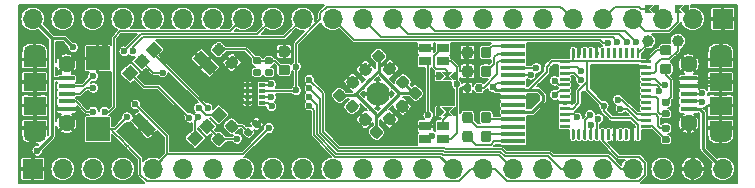
<source format=gbr>
G04 #@! TF.GenerationSoftware,KiCad,Pcbnew,(5.1.2)-2*
G04 #@! TF.CreationDate,2019-08-07T20:06:55+08:00*
G04 #@! TF.ProjectId,pillf4,70696c6c-6634-42e6-9b69-6361645f7063,rev?*
G04 #@! TF.SameCoordinates,PXffeaaef8PYff89ca48*
G04 #@! TF.FileFunction,Copper,L1,Top*
G04 #@! TF.FilePolarity,Positive*
%FSLAX46Y46*%
G04 Gerber Fmt 4.6, Leading zero omitted, Abs format (unit mm)*
G04 Created by KiCad (PCBNEW (5.1.2)-2) date 2019-08-07 20:06:55*
%MOMM*%
%LPD*%
G04 APERTURE LIST*
%ADD10R,0.500000X0.320000*%
%ADD11C,1.000000*%
%ADD12C,0.100000*%
%ADD13C,0.590000*%
%ADD14C,0.875000*%
%ADD15C,0.200000*%
%ADD16R,2.000000X0.320000*%
%ADD17R,1.000000X0.800000*%
%ADD18R,1.900000X1.200000*%
%ADD19O,1.900000X1.200000*%
%ADD20R,1.900000X1.500000*%
%ADD21C,1.450000*%
%ADD22R,1.350000X0.400000*%
%ADD23C,0.250000*%
%ADD24C,2.000000*%
%ADD25R,2.000000X2.000000*%
%ADD26O,1.700000X1.700000*%
%ADD27R,1.700000X1.700000*%
%ADD28C,0.600000*%
%ADD29C,0.200000*%
%ADD30C,0.300000*%
%ADD31C,0.127000*%
%ADD32C,0.250000*%
G04 APERTURE END LIST*
D10*
X20797000Y-8497000D03*
X20797000Y-7997000D03*
X20797000Y-6997000D03*
X20797000Y-7497000D03*
X19597000Y-8497000D03*
X19597000Y-7497000D03*
X19597000Y-7997000D03*
X19597000Y-6997000D03*
D11*
X10780705Y-10363295D03*
D12*
G36*
X11841365Y-10716848D02*
G01*
X11134258Y-11423955D01*
X9720045Y-10009742D01*
X10427152Y-9302635D01*
X11841365Y-10716848D01*
X11841365Y-10716848D01*
G37*
D11*
X16013295Y-5130705D03*
D12*
G36*
X17073955Y-5484258D02*
G01*
X16366848Y-6191365D01*
X14952635Y-4777152D01*
X15659742Y-4070045D01*
X17073955Y-5484258D01*
X17073955Y-5484258D01*
G37*
D11*
X17144666Y-9514767D03*
D12*
G36*
X17144666Y-8807660D02*
G01*
X17851773Y-9514767D01*
X17144666Y-10221874D01*
X16437559Y-9514767D01*
X17144666Y-8807660D01*
X17144666Y-8807660D01*
G37*
D11*
X16154716Y-10504716D03*
D12*
G36*
X16861823Y-10504716D02*
G01*
X16154716Y-11211823D01*
X15447609Y-10504716D01*
X16154716Y-9797609D01*
X16861823Y-10504716D01*
X16861823Y-10504716D01*
G37*
D11*
X15164767Y-11494666D03*
D12*
G36*
X15871874Y-11494666D02*
G01*
X15164767Y-12201773D01*
X14457660Y-11494666D01*
X15164767Y-10787559D01*
X15871874Y-11494666D01*
X15871874Y-11494666D01*
G37*
D11*
X9649334Y-5979233D03*
D12*
G36*
X8942227Y-5979233D02*
G01*
X9649334Y-5272126D01*
X10356441Y-5979233D01*
X9649334Y-6686340D01*
X8942227Y-5979233D01*
X8942227Y-5979233D01*
G37*
D11*
X11629233Y-3999334D03*
D12*
G36*
X10922126Y-3999334D02*
G01*
X11629233Y-3292227D01*
X12336340Y-3999334D01*
X11629233Y-4706441D01*
X10922126Y-3999334D01*
X10922126Y-3999334D01*
G37*
D11*
X10639284Y-4989284D03*
D12*
G36*
X9932177Y-4989284D02*
G01*
X10639284Y-4282177D01*
X11346391Y-4989284D01*
X10639284Y-5696391D01*
X9932177Y-4989284D01*
X9932177Y-4989284D01*
G37*
G36*
X20336727Y-9930989D02*
G01*
X20351045Y-9933113D01*
X20365086Y-9936630D01*
X20378715Y-9941507D01*
X20391800Y-9947696D01*
X20404216Y-9955137D01*
X20415842Y-9963760D01*
X20426567Y-9973481D01*
X20670519Y-10217433D01*
X20680240Y-10228158D01*
X20688863Y-10239784D01*
X20696304Y-10252200D01*
X20702493Y-10265285D01*
X20707370Y-10278914D01*
X20710887Y-10292955D01*
X20713011Y-10307273D01*
X20713721Y-10321731D01*
X20713011Y-10336189D01*
X20710887Y-10350507D01*
X20707370Y-10364548D01*
X20702493Y-10378177D01*
X20696304Y-10391262D01*
X20688863Y-10403678D01*
X20680240Y-10415304D01*
X20670519Y-10426029D01*
X20461923Y-10634625D01*
X20451198Y-10644346D01*
X20439572Y-10652969D01*
X20427156Y-10660410D01*
X20414071Y-10666599D01*
X20400442Y-10671476D01*
X20386401Y-10674993D01*
X20372083Y-10677117D01*
X20357625Y-10677827D01*
X20343167Y-10677117D01*
X20328849Y-10674993D01*
X20314808Y-10671476D01*
X20301179Y-10666599D01*
X20288094Y-10660410D01*
X20275678Y-10652969D01*
X20264052Y-10644346D01*
X20253327Y-10634625D01*
X20009375Y-10390673D01*
X19999654Y-10379948D01*
X19991031Y-10368322D01*
X19983590Y-10355906D01*
X19977401Y-10342821D01*
X19972524Y-10329192D01*
X19969007Y-10315151D01*
X19966883Y-10300833D01*
X19966173Y-10286375D01*
X19966883Y-10271917D01*
X19969007Y-10257599D01*
X19972524Y-10243558D01*
X19977401Y-10229929D01*
X19983590Y-10216844D01*
X19991031Y-10204428D01*
X19999654Y-10192802D01*
X20009375Y-10182077D01*
X20217971Y-9973481D01*
X20228696Y-9963760D01*
X20240322Y-9955137D01*
X20252738Y-9947696D01*
X20265823Y-9941507D01*
X20279452Y-9936630D01*
X20293493Y-9933113D01*
X20307811Y-9930989D01*
X20322269Y-9930279D01*
X20336727Y-9930989D01*
X20336727Y-9930989D01*
G37*
D13*
X20339947Y-10304053D03*
D12*
G36*
X19650833Y-10616883D02*
G01*
X19665151Y-10619007D01*
X19679192Y-10622524D01*
X19692821Y-10627401D01*
X19705906Y-10633590D01*
X19718322Y-10641031D01*
X19729948Y-10649654D01*
X19740673Y-10659375D01*
X19984625Y-10903327D01*
X19994346Y-10914052D01*
X20002969Y-10925678D01*
X20010410Y-10938094D01*
X20016599Y-10951179D01*
X20021476Y-10964808D01*
X20024993Y-10978849D01*
X20027117Y-10993167D01*
X20027827Y-11007625D01*
X20027117Y-11022083D01*
X20024993Y-11036401D01*
X20021476Y-11050442D01*
X20016599Y-11064071D01*
X20010410Y-11077156D01*
X20002969Y-11089572D01*
X19994346Y-11101198D01*
X19984625Y-11111923D01*
X19776029Y-11320519D01*
X19765304Y-11330240D01*
X19753678Y-11338863D01*
X19741262Y-11346304D01*
X19728177Y-11352493D01*
X19714548Y-11357370D01*
X19700507Y-11360887D01*
X19686189Y-11363011D01*
X19671731Y-11363721D01*
X19657273Y-11363011D01*
X19642955Y-11360887D01*
X19628914Y-11357370D01*
X19615285Y-11352493D01*
X19602200Y-11346304D01*
X19589784Y-11338863D01*
X19578158Y-11330240D01*
X19567433Y-11320519D01*
X19323481Y-11076567D01*
X19313760Y-11065842D01*
X19305137Y-11054216D01*
X19297696Y-11041800D01*
X19291507Y-11028715D01*
X19286630Y-11015086D01*
X19283113Y-11001045D01*
X19280989Y-10986727D01*
X19280279Y-10972269D01*
X19280989Y-10957811D01*
X19283113Y-10943493D01*
X19286630Y-10929452D01*
X19291507Y-10915823D01*
X19297696Y-10902738D01*
X19305137Y-10890322D01*
X19313760Y-10878696D01*
X19323481Y-10867971D01*
X19532077Y-10659375D01*
X19542802Y-10649654D01*
X19554428Y-10641031D01*
X19566844Y-10633590D01*
X19579929Y-10627401D01*
X19593558Y-10622524D01*
X19607599Y-10619007D01*
X19621917Y-10616883D01*
X19636375Y-10616173D01*
X19650833Y-10616883D01*
X19650833Y-10616883D01*
G37*
D13*
X19654053Y-10989947D03*
D12*
G36*
X17135077Y-11050274D02*
G01*
X17156312Y-11053424D01*
X17177136Y-11058640D01*
X17197348Y-11065872D01*
X17216754Y-11075051D01*
X17235167Y-11086087D01*
X17252410Y-11098875D01*
X17268316Y-11113291D01*
X17630709Y-11475684D01*
X17645125Y-11491590D01*
X17657913Y-11508833D01*
X17668949Y-11527246D01*
X17678128Y-11546652D01*
X17685360Y-11566864D01*
X17690576Y-11587688D01*
X17693726Y-11608923D01*
X17694779Y-11630364D01*
X17693726Y-11651805D01*
X17690576Y-11673040D01*
X17685360Y-11693864D01*
X17678128Y-11714076D01*
X17668949Y-11733482D01*
X17657913Y-11751895D01*
X17645125Y-11769138D01*
X17630709Y-11785044D01*
X17321350Y-12094403D01*
X17305444Y-12108819D01*
X17288201Y-12121607D01*
X17269788Y-12132643D01*
X17250382Y-12141822D01*
X17230170Y-12149054D01*
X17209346Y-12154270D01*
X17188111Y-12157420D01*
X17166670Y-12158473D01*
X17145229Y-12157420D01*
X17123994Y-12154270D01*
X17103170Y-12149054D01*
X17082958Y-12141822D01*
X17063552Y-12132643D01*
X17045139Y-12121607D01*
X17027896Y-12108819D01*
X17011990Y-12094403D01*
X16649597Y-11732010D01*
X16635181Y-11716104D01*
X16622393Y-11698861D01*
X16611357Y-11680448D01*
X16602178Y-11661042D01*
X16594946Y-11640830D01*
X16589730Y-11620006D01*
X16586580Y-11598771D01*
X16585527Y-11577330D01*
X16586580Y-11555889D01*
X16589730Y-11534654D01*
X16594946Y-11513830D01*
X16602178Y-11493618D01*
X16611357Y-11474212D01*
X16622393Y-11455799D01*
X16635181Y-11438556D01*
X16649597Y-11422650D01*
X16958956Y-11113291D01*
X16974862Y-11098875D01*
X16992105Y-11086087D01*
X17010518Y-11075051D01*
X17029924Y-11065872D01*
X17050136Y-11058640D01*
X17070960Y-11053424D01*
X17092195Y-11050274D01*
X17113636Y-11049221D01*
X17135077Y-11050274D01*
X17135077Y-11050274D01*
G37*
D14*
X17140153Y-11603847D03*
D12*
G36*
X18248771Y-9936580D02*
G01*
X18270006Y-9939730D01*
X18290830Y-9944946D01*
X18311042Y-9952178D01*
X18330448Y-9961357D01*
X18348861Y-9972393D01*
X18366104Y-9985181D01*
X18382010Y-9999597D01*
X18744403Y-10361990D01*
X18758819Y-10377896D01*
X18771607Y-10395139D01*
X18782643Y-10413552D01*
X18791822Y-10432958D01*
X18799054Y-10453170D01*
X18804270Y-10473994D01*
X18807420Y-10495229D01*
X18808473Y-10516670D01*
X18807420Y-10538111D01*
X18804270Y-10559346D01*
X18799054Y-10580170D01*
X18791822Y-10600382D01*
X18782643Y-10619788D01*
X18771607Y-10638201D01*
X18758819Y-10655444D01*
X18744403Y-10671350D01*
X18435044Y-10980709D01*
X18419138Y-10995125D01*
X18401895Y-11007913D01*
X18383482Y-11018949D01*
X18364076Y-11028128D01*
X18343864Y-11035360D01*
X18323040Y-11040576D01*
X18301805Y-11043726D01*
X18280364Y-11044779D01*
X18258923Y-11043726D01*
X18237688Y-11040576D01*
X18216864Y-11035360D01*
X18196652Y-11028128D01*
X18177246Y-11018949D01*
X18158833Y-11007913D01*
X18141590Y-10995125D01*
X18125684Y-10980709D01*
X17763291Y-10618316D01*
X17748875Y-10602410D01*
X17736087Y-10585167D01*
X17725051Y-10566754D01*
X17715872Y-10547348D01*
X17708640Y-10527136D01*
X17703424Y-10506312D01*
X17700274Y-10485077D01*
X17699221Y-10463636D01*
X17700274Y-10442195D01*
X17703424Y-10420960D01*
X17708640Y-10400136D01*
X17715872Y-10379924D01*
X17725051Y-10360518D01*
X17736087Y-10342105D01*
X17748875Y-10324862D01*
X17763291Y-10308956D01*
X18072650Y-9999597D01*
X18088556Y-9985181D01*
X18105799Y-9972393D01*
X18124212Y-9961357D01*
X18143618Y-9952178D01*
X18163830Y-9944946D01*
X18184654Y-9939730D01*
X18205889Y-9936580D01*
X18227330Y-9935527D01*
X18248771Y-9936580D01*
X18248771Y-9936580D01*
G37*
D14*
X18253847Y-10490153D03*
D15*
X56590000Y-547000D03*
D12*
G36*
X56240000Y-547000D02*
G01*
X56590000Y-197000D01*
X56940000Y-197000D01*
X56940000Y-897000D01*
X56590000Y-897000D01*
X56240000Y-547000D01*
X56240000Y-547000D01*
G37*
D15*
X56015000Y-547000D03*
D12*
G36*
X55765000Y-197000D02*
G01*
X56465000Y-197000D01*
X56115000Y-547000D01*
X56465000Y-897000D01*
X55765000Y-897000D01*
X55765000Y-197000D01*
X55765000Y-197000D01*
G37*
D15*
X54032000Y-547000D03*
D12*
G36*
X53682000Y-547000D02*
G01*
X54032000Y-197000D01*
X54382000Y-197000D01*
X54382000Y-897000D01*
X54032000Y-897000D01*
X53682000Y-547000D01*
X53682000Y-547000D01*
G37*
D15*
X53457000Y-547000D03*
D12*
G36*
X53207000Y-197000D02*
G01*
X53907000Y-197000D01*
X53557000Y-547000D01*
X53907000Y-897000D01*
X53207000Y-897000D01*
X53207000Y-197000D01*
X53207000Y-197000D01*
G37*
G36*
X55274691Y-3623053D02*
G01*
X55295926Y-3626203D01*
X55316750Y-3631419D01*
X55336962Y-3638651D01*
X55356368Y-3647830D01*
X55374781Y-3658866D01*
X55392024Y-3671654D01*
X55407930Y-3686070D01*
X55422346Y-3701976D01*
X55435134Y-3719219D01*
X55446170Y-3737632D01*
X55455349Y-3757038D01*
X55462581Y-3777250D01*
X55467797Y-3798074D01*
X55470947Y-3819309D01*
X55472000Y-3840750D01*
X55472000Y-4278250D01*
X55470947Y-4299691D01*
X55467797Y-4320926D01*
X55462581Y-4341750D01*
X55455349Y-4361962D01*
X55446170Y-4381368D01*
X55435134Y-4399781D01*
X55422346Y-4417024D01*
X55407930Y-4432930D01*
X55392024Y-4447346D01*
X55374781Y-4460134D01*
X55356368Y-4471170D01*
X55336962Y-4480349D01*
X55316750Y-4487581D01*
X55295926Y-4492797D01*
X55274691Y-4495947D01*
X55253250Y-4497000D01*
X54740750Y-4497000D01*
X54719309Y-4495947D01*
X54698074Y-4492797D01*
X54677250Y-4487581D01*
X54657038Y-4480349D01*
X54637632Y-4471170D01*
X54619219Y-4460134D01*
X54601976Y-4447346D01*
X54586070Y-4432930D01*
X54571654Y-4417024D01*
X54558866Y-4399781D01*
X54547830Y-4381368D01*
X54538651Y-4361962D01*
X54531419Y-4341750D01*
X54526203Y-4320926D01*
X54523053Y-4299691D01*
X54522000Y-4278250D01*
X54522000Y-3840750D01*
X54523053Y-3819309D01*
X54526203Y-3798074D01*
X54531419Y-3777250D01*
X54538651Y-3757038D01*
X54547830Y-3737632D01*
X54558866Y-3719219D01*
X54571654Y-3701976D01*
X54586070Y-3686070D01*
X54601976Y-3671654D01*
X54619219Y-3658866D01*
X54637632Y-3647830D01*
X54657038Y-3638651D01*
X54677250Y-3631419D01*
X54698074Y-3626203D01*
X54719309Y-3623053D01*
X54740750Y-3622000D01*
X55253250Y-3622000D01*
X55274691Y-3623053D01*
X55274691Y-3623053D01*
G37*
D14*
X54997000Y-4059500D03*
D12*
G36*
X55274691Y-5198053D02*
G01*
X55295926Y-5201203D01*
X55316750Y-5206419D01*
X55336962Y-5213651D01*
X55356368Y-5222830D01*
X55374781Y-5233866D01*
X55392024Y-5246654D01*
X55407930Y-5261070D01*
X55422346Y-5276976D01*
X55435134Y-5294219D01*
X55446170Y-5312632D01*
X55455349Y-5332038D01*
X55462581Y-5352250D01*
X55467797Y-5373074D01*
X55470947Y-5394309D01*
X55472000Y-5415750D01*
X55472000Y-5853250D01*
X55470947Y-5874691D01*
X55467797Y-5895926D01*
X55462581Y-5916750D01*
X55455349Y-5936962D01*
X55446170Y-5956368D01*
X55435134Y-5974781D01*
X55422346Y-5992024D01*
X55407930Y-6007930D01*
X55392024Y-6022346D01*
X55374781Y-6035134D01*
X55356368Y-6046170D01*
X55336962Y-6055349D01*
X55316750Y-6062581D01*
X55295926Y-6067797D01*
X55274691Y-6070947D01*
X55253250Y-6072000D01*
X54740750Y-6072000D01*
X54719309Y-6070947D01*
X54698074Y-6067797D01*
X54677250Y-6062581D01*
X54657038Y-6055349D01*
X54637632Y-6046170D01*
X54619219Y-6035134D01*
X54601976Y-6022346D01*
X54586070Y-6007930D01*
X54571654Y-5992024D01*
X54558866Y-5974781D01*
X54547830Y-5956368D01*
X54538651Y-5936962D01*
X54531419Y-5916750D01*
X54526203Y-5895926D01*
X54523053Y-5874691D01*
X54522000Y-5853250D01*
X54522000Y-5415750D01*
X54523053Y-5394309D01*
X54526203Y-5373074D01*
X54531419Y-5352250D01*
X54538651Y-5332038D01*
X54547830Y-5312632D01*
X54558866Y-5294219D01*
X54571654Y-5276976D01*
X54586070Y-5261070D01*
X54601976Y-5246654D01*
X54619219Y-5233866D01*
X54637632Y-5222830D01*
X54657038Y-5213651D01*
X54677250Y-5206419D01*
X54698074Y-5201203D01*
X54719309Y-5198053D01*
X54740750Y-5197000D01*
X55253250Y-5197000D01*
X55274691Y-5198053D01*
X55274691Y-5198053D01*
G37*
D14*
X54997000Y-5634500D03*
D12*
G36*
X17188111Y-3436580D02*
G01*
X17209346Y-3439730D01*
X17230170Y-3444946D01*
X17250382Y-3452178D01*
X17269788Y-3461357D01*
X17288201Y-3472393D01*
X17305444Y-3485181D01*
X17321350Y-3499597D01*
X17630709Y-3808956D01*
X17645125Y-3824862D01*
X17657913Y-3842105D01*
X17668949Y-3860518D01*
X17678128Y-3879924D01*
X17685360Y-3900136D01*
X17690576Y-3920960D01*
X17693726Y-3942195D01*
X17694779Y-3963636D01*
X17693726Y-3985077D01*
X17690576Y-4006312D01*
X17685360Y-4027136D01*
X17678128Y-4047348D01*
X17668949Y-4066754D01*
X17657913Y-4085167D01*
X17645125Y-4102410D01*
X17630709Y-4118316D01*
X17268316Y-4480709D01*
X17252410Y-4495125D01*
X17235167Y-4507913D01*
X17216754Y-4518949D01*
X17197348Y-4528128D01*
X17177136Y-4535360D01*
X17156312Y-4540576D01*
X17135077Y-4543726D01*
X17113636Y-4544779D01*
X17092195Y-4543726D01*
X17070960Y-4540576D01*
X17050136Y-4535360D01*
X17029924Y-4528128D01*
X17010518Y-4518949D01*
X16992105Y-4507913D01*
X16974862Y-4495125D01*
X16958956Y-4480709D01*
X16649597Y-4171350D01*
X16635181Y-4155444D01*
X16622393Y-4138201D01*
X16611357Y-4119788D01*
X16602178Y-4100382D01*
X16594946Y-4080170D01*
X16589730Y-4059346D01*
X16586580Y-4038111D01*
X16585527Y-4016670D01*
X16586580Y-3995229D01*
X16589730Y-3973994D01*
X16594946Y-3953170D01*
X16602178Y-3932958D01*
X16611357Y-3913552D01*
X16622393Y-3895139D01*
X16635181Y-3877896D01*
X16649597Y-3861990D01*
X17011990Y-3499597D01*
X17027896Y-3485181D01*
X17045139Y-3472393D01*
X17063552Y-3461357D01*
X17082958Y-3452178D01*
X17103170Y-3444946D01*
X17123994Y-3439730D01*
X17145229Y-3436580D01*
X17166670Y-3435527D01*
X17188111Y-3436580D01*
X17188111Y-3436580D01*
G37*
D14*
X17140153Y-3990153D03*
D12*
G36*
X18301805Y-4550274D02*
G01*
X18323040Y-4553424D01*
X18343864Y-4558640D01*
X18364076Y-4565872D01*
X18383482Y-4575051D01*
X18401895Y-4586087D01*
X18419138Y-4598875D01*
X18435044Y-4613291D01*
X18744403Y-4922650D01*
X18758819Y-4938556D01*
X18771607Y-4955799D01*
X18782643Y-4974212D01*
X18791822Y-4993618D01*
X18799054Y-5013830D01*
X18804270Y-5034654D01*
X18807420Y-5055889D01*
X18808473Y-5077330D01*
X18807420Y-5098771D01*
X18804270Y-5120006D01*
X18799054Y-5140830D01*
X18791822Y-5161042D01*
X18782643Y-5180448D01*
X18771607Y-5198861D01*
X18758819Y-5216104D01*
X18744403Y-5232010D01*
X18382010Y-5594403D01*
X18366104Y-5608819D01*
X18348861Y-5621607D01*
X18330448Y-5632643D01*
X18311042Y-5641822D01*
X18290830Y-5649054D01*
X18270006Y-5654270D01*
X18248771Y-5657420D01*
X18227330Y-5658473D01*
X18205889Y-5657420D01*
X18184654Y-5654270D01*
X18163830Y-5649054D01*
X18143618Y-5641822D01*
X18124212Y-5632643D01*
X18105799Y-5621607D01*
X18088556Y-5608819D01*
X18072650Y-5594403D01*
X17763291Y-5285044D01*
X17748875Y-5269138D01*
X17736087Y-5251895D01*
X17725051Y-5233482D01*
X17715872Y-5214076D01*
X17708640Y-5193864D01*
X17703424Y-5173040D01*
X17700274Y-5151805D01*
X17699221Y-5130364D01*
X17700274Y-5108923D01*
X17703424Y-5087688D01*
X17708640Y-5066864D01*
X17715872Y-5046652D01*
X17725051Y-5027246D01*
X17736087Y-5008833D01*
X17748875Y-4991590D01*
X17763291Y-4975684D01*
X18125684Y-4613291D01*
X18141590Y-4598875D01*
X18158833Y-4586087D01*
X18177246Y-4575051D01*
X18196652Y-4565872D01*
X18216864Y-4558640D01*
X18237688Y-4553424D01*
X18258923Y-4550274D01*
X18280364Y-4549221D01*
X18301805Y-4550274D01*
X18301805Y-4550274D01*
G37*
D14*
X18253847Y-5103847D03*
D16*
X42097000Y-3717000D03*
X42097000Y-4337000D03*
X42097000Y-4957000D03*
X42097000Y-5577000D03*
X42097000Y-6197000D03*
X42097000Y-6817000D03*
X42097000Y-7437000D03*
X42097000Y-8057000D03*
X42097000Y-8677000D03*
X42097000Y-9297000D03*
X42097000Y-9917000D03*
X42097000Y-10537000D03*
X42097000Y-11157000D03*
X42097000Y-11777000D03*
D17*
X36147000Y-11597000D03*
X34647000Y-11597000D03*
X34647000Y-10497000D03*
X36147000Y-10497000D03*
D15*
X37072000Y-6247000D03*
D12*
G36*
X36722000Y-6247000D02*
G01*
X37072000Y-5897000D01*
X37422000Y-5897000D01*
X37422000Y-6597000D01*
X37072000Y-6597000D01*
X36722000Y-6247000D01*
X36722000Y-6247000D01*
G37*
D15*
X35922000Y-6247000D03*
D12*
G36*
X36272000Y-6247000D02*
G01*
X35922000Y-6597000D01*
X35572000Y-6597000D01*
X35572000Y-5897000D01*
X35922000Y-5897000D01*
X36272000Y-6247000D01*
X36272000Y-6247000D01*
G37*
D15*
X36497000Y-6247000D03*
D12*
G36*
X36597000Y-6247000D02*
G01*
X36947000Y-6597000D01*
X36047000Y-6597000D01*
X36397000Y-6247000D01*
X36047000Y-5897000D01*
X36947000Y-5897000D01*
X36597000Y-6247000D01*
X36597000Y-6247000D01*
G37*
D15*
X37072000Y-9247000D03*
D12*
G36*
X36722000Y-9247000D02*
G01*
X37072000Y-8897000D01*
X37422000Y-8897000D01*
X37422000Y-9597000D01*
X37072000Y-9597000D01*
X36722000Y-9247000D01*
X36722000Y-9247000D01*
G37*
D15*
X35922000Y-9247000D03*
D12*
G36*
X36272000Y-9247000D02*
G01*
X35922000Y-9597000D01*
X35572000Y-9597000D01*
X35572000Y-8897000D01*
X35922000Y-8897000D01*
X36272000Y-9247000D01*
X36272000Y-9247000D01*
G37*
D15*
X36497000Y-9247000D03*
D12*
G36*
X36597000Y-9247000D02*
G01*
X36947000Y-9597000D01*
X36047000Y-9597000D01*
X36397000Y-9247000D01*
X36047000Y-8897000D01*
X36947000Y-8897000D01*
X36597000Y-9247000D01*
X36597000Y-9247000D01*
G37*
D18*
X59634500Y-10647000D03*
X59634500Y-4847000D03*
D19*
X59634500Y-4247000D03*
X59634500Y-11247000D03*
D20*
X59634500Y-8747000D03*
D21*
X56934500Y-5247000D03*
D22*
X56934500Y-7747000D03*
X56934500Y-7097000D03*
X56934500Y-6447000D03*
X56934500Y-9047000D03*
X56934500Y-8397000D03*
D21*
X56934500Y-10247000D03*
D20*
X59634500Y-6747000D03*
D12*
G36*
X31599738Y-9323586D02*
G01*
X31620973Y-9326736D01*
X31641797Y-9331952D01*
X31662009Y-9339184D01*
X31681415Y-9348363D01*
X31699828Y-9359399D01*
X31717071Y-9372187D01*
X31732977Y-9386603D01*
X32095370Y-9748996D01*
X32109786Y-9764902D01*
X32122574Y-9782145D01*
X32133610Y-9800558D01*
X32142789Y-9819964D01*
X32150021Y-9840176D01*
X32155237Y-9861000D01*
X32158387Y-9882235D01*
X32159440Y-9903676D01*
X32158387Y-9925117D01*
X32155237Y-9946352D01*
X32150021Y-9967176D01*
X32142789Y-9987388D01*
X32133610Y-10006794D01*
X32122574Y-10025207D01*
X32109786Y-10042450D01*
X32095370Y-10058356D01*
X31786011Y-10367715D01*
X31770105Y-10382131D01*
X31752862Y-10394919D01*
X31734449Y-10405955D01*
X31715043Y-10415134D01*
X31694831Y-10422366D01*
X31674007Y-10427582D01*
X31652772Y-10430732D01*
X31631331Y-10431785D01*
X31609890Y-10430732D01*
X31588655Y-10427582D01*
X31567831Y-10422366D01*
X31547619Y-10415134D01*
X31528213Y-10405955D01*
X31509800Y-10394919D01*
X31492557Y-10382131D01*
X31476651Y-10367715D01*
X31114258Y-10005322D01*
X31099842Y-9989416D01*
X31087054Y-9972173D01*
X31076018Y-9953760D01*
X31066839Y-9934354D01*
X31059607Y-9914142D01*
X31054391Y-9893318D01*
X31051241Y-9872083D01*
X31050188Y-9850642D01*
X31051241Y-9829201D01*
X31054391Y-9807966D01*
X31059607Y-9787142D01*
X31066839Y-9766930D01*
X31076018Y-9747524D01*
X31087054Y-9729111D01*
X31099842Y-9711868D01*
X31114258Y-9695962D01*
X31423617Y-9386603D01*
X31439523Y-9372187D01*
X31456766Y-9359399D01*
X31475179Y-9348363D01*
X31494585Y-9339184D01*
X31514797Y-9331952D01*
X31535621Y-9326736D01*
X31556856Y-9323586D01*
X31578297Y-9322533D01*
X31599738Y-9323586D01*
X31599738Y-9323586D01*
G37*
D14*
X31604814Y-9877159D03*
D12*
G36*
X30486044Y-10437280D02*
G01*
X30507279Y-10440430D01*
X30528103Y-10445646D01*
X30548315Y-10452878D01*
X30567721Y-10462057D01*
X30586134Y-10473093D01*
X30603377Y-10485881D01*
X30619283Y-10500297D01*
X30981676Y-10862690D01*
X30996092Y-10878596D01*
X31008880Y-10895839D01*
X31019916Y-10914252D01*
X31029095Y-10933658D01*
X31036327Y-10953870D01*
X31041543Y-10974694D01*
X31044693Y-10995929D01*
X31045746Y-11017370D01*
X31044693Y-11038811D01*
X31041543Y-11060046D01*
X31036327Y-11080870D01*
X31029095Y-11101082D01*
X31019916Y-11120488D01*
X31008880Y-11138901D01*
X30996092Y-11156144D01*
X30981676Y-11172050D01*
X30672317Y-11481409D01*
X30656411Y-11495825D01*
X30639168Y-11508613D01*
X30620755Y-11519649D01*
X30601349Y-11528828D01*
X30581137Y-11536060D01*
X30560313Y-11541276D01*
X30539078Y-11544426D01*
X30517637Y-11545479D01*
X30496196Y-11544426D01*
X30474961Y-11541276D01*
X30454137Y-11536060D01*
X30433925Y-11528828D01*
X30414519Y-11519649D01*
X30396106Y-11508613D01*
X30378863Y-11495825D01*
X30362957Y-11481409D01*
X30000564Y-11119016D01*
X29986148Y-11103110D01*
X29973360Y-11085867D01*
X29962324Y-11067454D01*
X29953145Y-11048048D01*
X29945913Y-11027836D01*
X29940697Y-11007012D01*
X29937547Y-10985777D01*
X29936494Y-10964336D01*
X29937547Y-10942895D01*
X29940697Y-10921660D01*
X29945913Y-10900836D01*
X29953145Y-10880624D01*
X29962324Y-10861218D01*
X29973360Y-10842805D01*
X29986148Y-10825562D01*
X30000564Y-10809656D01*
X30309923Y-10500297D01*
X30325829Y-10485881D01*
X30343072Y-10473093D01*
X30361485Y-10462057D01*
X30380891Y-10452878D01*
X30401103Y-10445646D01*
X30421927Y-10440430D01*
X30443162Y-10437280D01*
X30464603Y-10436227D01*
X30486044Y-10437280D01*
X30486044Y-10437280D01*
G37*
D14*
X30491120Y-10990853D03*
D12*
G36*
X47215626Y-3872301D02*
G01*
X47221693Y-3873201D01*
X47227643Y-3874691D01*
X47233418Y-3876758D01*
X47238962Y-3879380D01*
X47244223Y-3882533D01*
X47249150Y-3886187D01*
X47253694Y-3890306D01*
X47257813Y-3894850D01*
X47261467Y-3899777D01*
X47264620Y-3905038D01*
X47267242Y-3910582D01*
X47269309Y-3916357D01*
X47270799Y-3922307D01*
X47271699Y-3928374D01*
X47272000Y-3934500D01*
X47272000Y-4684500D01*
X47271699Y-4690626D01*
X47270799Y-4696693D01*
X47269309Y-4702643D01*
X47267242Y-4708418D01*
X47264620Y-4713962D01*
X47261467Y-4719223D01*
X47257813Y-4724150D01*
X47253694Y-4728694D01*
X47249150Y-4732813D01*
X47244223Y-4736467D01*
X47238962Y-4739620D01*
X47233418Y-4742242D01*
X47227643Y-4744309D01*
X47221693Y-4745799D01*
X47215626Y-4746699D01*
X47209500Y-4747000D01*
X47084500Y-4747000D01*
X47078374Y-4746699D01*
X47072307Y-4745799D01*
X47066357Y-4744309D01*
X47060582Y-4742242D01*
X47055038Y-4739620D01*
X47049777Y-4736467D01*
X47044850Y-4732813D01*
X47040306Y-4728694D01*
X47036187Y-4724150D01*
X47032533Y-4719223D01*
X47029380Y-4713962D01*
X47026758Y-4708418D01*
X47024691Y-4702643D01*
X47023201Y-4696693D01*
X47022301Y-4690626D01*
X47022000Y-4684500D01*
X47022000Y-3934500D01*
X47022301Y-3928374D01*
X47023201Y-3922307D01*
X47024691Y-3916357D01*
X47026758Y-3910582D01*
X47029380Y-3905038D01*
X47032533Y-3899777D01*
X47036187Y-3894850D01*
X47040306Y-3890306D01*
X47044850Y-3886187D01*
X47049777Y-3882533D01*
X47055038Y-3879380D01*
X47060582Y-3876758D01*
X47066357Y-3874691D01*
X47072307Y-3873201D01*
X47078374Y-3872301D01*
X47084500Y-3872000D01*
X47209500Y-3872000D01*
X47215626Y-3872301D01*
X47215626Y-3872301D01*
G37*
D23*
X47147000Y-4309500D03*
D12*
G36*
X47715626Y-3872301D02*
G01*
X47721693Y-3873201D01*
X47727643Y-3874691D01*
X47733418Y-3876758D01*
X47738962Y-3879380D01*
X47744223Y-3882533D01*
X47749150Y-3886187D01*
X47753694Y-3890306D01*
X47757813Y-3894850D01*
X47761467Y-3899777D01*
X47764620Y-3905038D01*
X47767242Y-3910582D01*
X47769309Y-3916357D01*
X47770799Y-3922307D01*
X47771699Y-3928374D01*
X47772000Y-3934500D01*
X47772000Y-4684500D01*
X47771699Y-4690626D01*
X47770799Y-4696693D01*
X47769309Y-4702643D01*
X47767242Y-4708418D01*
X47764620Y-4713962D01*
X47761467Y-4719223D01*
X47757813Y-4724150D01*
X47753694Y-4728694D01*
X47749150Y-4732813D01*
X47744223Y-4736467D01*
X47738962Y-4739620D01*
X47733418Y-4742242D01*
X47727643Y-4744309D01*
X47721693Y-4745799D01*
X47715626Y-4746699D01*
X47709500Y-4747000D01*
X47584500Y-4747000D01*
X47578374Y-4746699D01*
X47572307Y-4745799D01*
X47566357Y-4744309D01*
X47560582Y-4742242D01*
X47555038Y-4739620D01*
X47549777Y-4736467D01*
X47544850Y-4732813D01*
X47540306Y-4728694D01*
X47536187Y-4724150D01*
X47532533Y-4719223D01*
X47529380Y-4713962D01*
X47526758Y-4708418D01*
X47524691Y-4702643D01*
X47523201Y-4696693D01*
X47522301Y-4690626D01*
X47522000Y-4684500D01*
X47522000Y-3934500D01*
X47522301Y-3928374D01*
X47523201Y-3922307D01*
X47524691Y-3916357D01*
X47526758Y-3910582D01*
X47529380Y-3905038D01*
X47532533Y-3899777D01*
X47536187Y-3894850D01*
X47540306Y-3890306D01*
X47544850Y-3886187D01*
X47549777Y-3882533D01*
X47555038Y-3879380D01*
X47560582Y-3876758D01*
X47566357Y-3874691D01*
X47572307Y-3873201D01*
X47578374Y-3872301D01*
X47584500Y-3872000D01*
X47709500Y-3872000D01*
X47715626Y-3872301D01*
X47715626Y-3872301D01*
G37*
D23*
X47647000Y-4309500D03*
D12*
G36*
X48215626Y-3872301D02*
G01*
X48221693Y-3873201D01*
X48227643Y-3874691D01*
X48233418Y-3876758D01*
X48238962Y-3879380D01*
X48244223Y-3882533D01*
X48249150Y-3886187D01*
X48253694Y-3890306D01*
X48257813Y-3894850D01*
X48261467Y-3899777D01*
X48264620Y-3905038D01*
X48267242Y-3910582D01*
X48269309Y-3916357D01*
X48270799Y-3922307D01*
X48271699Y-3928374D01*
X48272000Y-3934500D01*
X48272000Y-4684500D01*
X48271699Y-4690626D01*
X48270799Y-4696693D01*
X48269309Y-4702643D01*
X48267242Y-4708418D01*
X48264620Y-4713962D01*
X48261467Y-4719223D01*
X48257813Y-4724150D01*
X48253694Y-4728694D01*
X48249150Y-4732813D01*
X48244223Y-4736467D01*
X48238962Y-4739620D01*
X48233418Y-4742242D01*
X48227643Y-4744309D01*
X48221693Y-4745799D01*
X48215626Y-4746699D01*
X48209500Y-4747000D01*
X48084500Y-4747000D01*
X48078374Y-4746699D01*
X48072307Y-4745799D01*
X48066357Y-4744309D01*
X48060582Y-4742242D01*
X48055038Y-4739620D01*
X48049777Y-4736467D01*
X48044850Y-4732813D01*
X48040306Y-4728694D01*
X48036187Y-4724150D01*
X48032533Y-4719223D01*
X48029380Y-4713962D01*
X48026758Y-4708418D01*
X48024691Y-4702643D01*
X48023201Y-4696693D01*
X48022301Y-4690626D01*
X48022000Y-4684500D01*
X48022000Y-3934500D01*
X48022301Y-3928374D01*
X48023201Y-3922307D01*
X48024691Y-3916357D01*
X48026758Y-3910582D01*
X48029380Y-3905038D01*
X48032533Y-3899777D01*
X48036187Y-3894850D01*
X48040306Y-3890306D01*
X48044850Y-3886187D01*
X48049777Y-3882533D01*
X48055038Y-3879380D01*
X48060582Y-3876758D01*
X48066357Y-3874691D01*
X48072307Y-3873201D01*
X48078374Y-3872301D01*
X48084500Y-3872000D01*
X48209500Y-3872000D01*
X48215626Y-3872301D01*
X48215626Y-3872301D01*
G37*
D23*
X48147000Y-4309500D03*
D12*
G36*
X48715626Y-3872301D02*
G01*
X48721693Y-3873201D01*
X48727643Y-3874691D01*
X48733418Y-3876758D01*
X48738962Y-3879380D01*
X48744223Y-3882533D01*
X48749150Y-3886187D01*
X48753694Y-3890306D01*
X48757813Y-3894850D01*
X48761467Y-3899777D01*
X48764620Y-3905038D01*
X48767242Y-3910582D01*
X48769309Y-3916357D01*
X48770799Y-3922307D01*
X48771699Y-3928374D01*
X48772000Y-3934500D01*
X48772000Y-4684500D01*
X48771699Y-4690626D01*
X48770799Y-4696693D01*
X48769309Y-4702643D01*
X48767242Y-4708418D01*
X48764620Y-4713962D01*
X48761467Y-4719223D01*
X48757813Y-4724150D01*
X48753694Y-4728694D01*
X48749150Y-4732813D01*
X48744223Y-4736467D01*
X48738962Y-4739620D01*
X48733418Y-4742242D01*
X48727643Y-4744309D01*
X48721693Y-4745799D01*
X48715626Y-4746699D01*
X48709500Y-4747000D01*
X48584500Y-4747000D01*
X48578374Y-4746699D01*
X48572307Y-4745799D01*
X48566357Y-4744309D01*
X48560582Y-4742242D01*
X48555038Y-4739620D01*
X48549777Y-4736467D01*
X48544850Y-4732813D01*
X48540306Y-4728694D01*
X48536187Y-4724150D01*
X48532533Y-4719223D01*
X48529380Y-4713962D01*
X48526758Y-4708418D01*
X48524691Y-4702643D01*
X48523201Y-4696693D01*
X48522301Y-4690626D01*
X48522000Y-4684500D01*
X48522000Y-3934500D01*
X48522301Y-3928374D01*
X48523201Y-3922307D01*
X48524691Y-3916357D01*
X48526758Y-3910582D01*
X48529380Y-3905038D01*
X48532533Y-3899777D01*
X48536187Y-3894850D01*
X48540306Y-3890306D01*
X48544850Y-3886187D01*
X48549777Y-3882533D01*
X48555038Y-3879380D01*
X48560582Y-3876758D01*
X48566357Y-3874691D01*
X48572307Y-3873201D01*
X48578374Y-3872301D01*
X48584500Y-3872000D01*
X48709500Y-3872000D01*
X48715626Y-3872301D01*
X48715626Y-3872301D01*
G37*
D23*
X48647000Y-4309500D03*
D12*
G36*
X49215626Y-3872301D02*
G01*
X49221693Y-3873201D01*
X49227643Y-3874691D01*
X49233418Y-3876758D01*
X49238962Y-3879380D01*
X49244223Y-3882533D01*
X49249150Y-3886187D01*
X49253694Y-3890306D01*
X49257813Y-3894850D01*
X49261467Y-3899777D01*
X49264620Y-3905038D01*
X49267242Y-3910582D01*
X49269309Y-3916357D01*
X49270799Y-3922307D01*
X49271699Y-3928374D01*
X49272000Y-3934500D01*
X49272000Y-4684500D01*
X49271699Y-4690626D01*
X49270799Y-4696693D01*
X49269309Y-4702643D01*
X49267242Y-4708418D01*
X49264620Y-4713962D01*
X49261467Y-4719223D01*
X49257813Y-4724150D01*
X49253694Y-4728694D01*
X49249150Y-4732813D01*
X49244223Y-4736467D01*
X49238962Y-4739620D01*
X49233418Y-4742242D01*
X49227643Y-4744309D01*
X49221693Y-4745799D01*
X49215626Y-4746699D01*
X49209500Y-4747000D01*
X49084500Y-4747000D01*
X49078374Y-4746699D01*
X49072307Y-4745799D01*
X49066357Y-4744309D01*
X49060582Y-4742242D01*
X49055038Y-4739620D01*
X49049777Y-4736467D01*
X49044850Y-4732813D01*
X49040306Y-4728694D01*
X49036187Y-4724150D01*
X49032533Y-4719223D01*
X49029380Y-4713962D01*
X49026758Y-4708418D01*
X49024691Y-4702643D01*
X49023201Y-4696693D01*
X49022301Y-4690626D01*
X49022000Y-4684500D01*
X49022000Y-3934500D01*
X49022301Y-3928374D01*
X49023201Y-3922307D01*
X49024691Y-3916357D01*
X49026758Y-3910582D01*
X49029380Y-3905038D01*
X49032533Y-3899777D01*
X49036187Y-3894850D01*
X49040306Y-3890306D01*
X49044850Y-3886187D01*
X49049777Y-3882533D01*
X49055038Y-3879380D01*
X49060582Y-3876758D01*
X49066357Y-3874691D01*
X49072307Y-3873201D01*
X49078374Y-3872301D01*
X49084500Y-3872000D01*
X49209500Y-3872000D01*
X49215626Y-3872301D01*
X49215626Y-3872301D01*
G37*
D23*
X49147000Y-4309500D03*
D12*
G36*
X49715626Y-3872301D02*
G01*
X49721693Y-3873201D01*
X49727643Y-3874691D01*
X49733418Y-3876758D01*
X49738962Y-3879380D01*
X49744223Y-3882533D01*
X49749150Y-3886187D01*
X49753694Y-3890306D01*
X49757813Y-3894850D01*
X49761467Y-3899777D01*
X49764620Y-3905038D01*
X49767242Y-3910582D01*
X49769309Y-3916357D01*
X49770799Y-3922307D01*
X49771699Y-3928374D01*
X49772000Y-3934500D01*
X49772000Y-4684500D01*
X49771699Y-4690626D01*
X49770799Y-4696693D01*
X49769309Y-4702643D01*
X49767242Y-4708418D01*
X49764620Y-4713962D01*
X49761467Y-4719223D01*
X49757813Y-4724150D01*
X49753694Y-4728694D01*
X49749150Y-4732813D01*
X49744223Y-4736467D01*
X49738962Y-4739620D01*
X49733418Y-4742242D01*
X49727643Y-4744309D01*
X49721693Y-4745799D01*
X49715626Y-4746699D01*
X49709500Y-4747000D01*
X49584500Y-4747000D01*
X49578374Y-4746699D01*
X49572307Y-4745799D01*
X49566357Y-4744309D01*
X49560582Y-4742242D01*
X49555038Y-4739620D01*
X49549777Y-4736467D01*
X49544850Y-4732813D01*
X49540306Y-4728694D01*
X49536187Y-4724150D01*
X49532533Y-4719223D01*
X49529380Y-4713962D01*
X49526758Y-4708418D01*
X49524691Y-4702643D01*
X49523201Y-4696693D01*
X49522301Y-4690626D01*
X49522000Y-4684500D01*
X49522000Y-3934500D01*
X49522301Y-3928374D01*
X49523201Y-3922307D01*
X49524691Y-3916357D01*
X49526758Y-3910582D01*
X49529380Y-3905038D01*
X49532533Y-3899777D01*
X49536187Y-3894850D01*
X49540306Y-3890306D01*
X49544850Y-3886187D01*
X49549777Y-3882533D01*
X49555038Y-3879380D01*
X49560582Y-3876758D01*
X49566357Y-3874691D01*
X49572307Y-3873201D01*
X49578374Y-3872301D01*
X49584500Y-3872000D01*
X49709500Y-3872000D01*
X49715626Y-3872301D01*
X49715626Y-3872301D01*
G37*
D23*
X49647000Y-4309500D03*
D12*
G36*
X50215626Y-3872301D02*
G01*
X50221693Y-3873201D01*
X50227643Y-3874691D01*
X50233418Y-3876758D01*
X50238962Y-3879380D01*
X50244223Y-3882533D01*
X50249150Y-3886187D01*
X50253694Y-3890306D01*
X50257813Y-3894850D01*
X50261467Y-3899777D01*
X50264620Y-3905038D01*
X50267242Y-3910582D01*
X50269309Y-3916357D01*
X50270799Y-3922307D01*
X50271699Y-3928374D01*
X50272000Y-3934500D01*
X50272000Y-4684500D01*
X50271699Y-4690626D01*
X50270799Y-4696693D01*
X50269309Y-4702643D01*
X50267242Y-4708418D01*
X50264620Y-4713962D01*
X50261467Y-4719223D01*
X50257813Y-4724150D01*
X50253694Y-4728694D01*
X50249150Y-4732813D01*
X50244223Y-4736467D01*
X50238962Y-4739620D01*
X50233418Y-4742242D01*
X50227643Y-4744309D01*
X50221693Y-4745799D01*
X50215626Y-4746699D01*
X50209500Y-4747000D01*
X50084500Y-4747000D01*
X50078374Y-4746699D01*
X50072307Y-4745799D01*
X50066357Y-4744309D01*
X50060582Y-4742242D01*
X50055038Y-4739620D01*
X50049777Y-4736467D01*
X50044850Y-4732813D01*
X50040306Y-4728694D01*
X50036187Y-4724150D01*
X50032533Y-4719223D01*
X50029380Y-4713962D01*
X50026758Y-4708418D01*
X50024691Y-4702643D01*
X50023201Y-4696693D01*
X50022301Y-4690626D01*
X50022000Y-4684500D01*
X50022000Y-3934500D01*
X50022301Y-3928374D01*
X50023201Y-3922307D01*
X50024691Y-3916357D01*
X50026758Y-3910582D01*
X50029380Y-3905038D01*
X50032533Y-3899777D01*
X50036187Y-3894850D01*
X50040306Y-3890306D01*
X50044850Y-3886187D01*
X50049777Y-3882533D01*
X50055038Y-3879380D01*
X50060582Y-3876758D01*
X50066357Y-3874691D01*
X50072307Y-3873201D01*
X50078374Y-3872301D01*
X50084500Y-3872000D01*
X50209500Y-3872000D01*
X50215626Y-3872301D01*
X50215626Y-3872301D01*
G37*
D23*
X50147000Y-4309500D03*
D12*
G36*
X50715626Y-3872301D02*
G01*
X50721693Y-3873201D01*
X50727643Y-3874691D01*
X50733418Y-3876758D01*
X50738962Y-3879380D01*
X50744223Y-3882533D01*
X50749150Y-3886187D01*
X50753694Y-3890306D01*
X50757813Y-3894850D01*
X50761467Y-3899777D01*
X50764620Y-3905038D01*
X50767242Y-3910582D01*
X50769309Y-3916357D01*
X50770799Y-3922307D01*
X50771699Y-3928374D01*
X50772000Y-3934500D01*
X50772000Y-4684500D01*
X50771699Y-4690626D01*
X50770799Y-4696693D01*
X50769309Y-4702643D01*
X50767242Y-4708418D01*
X50764620Y-4713962D01*
X50761467Y-4719223D01*
X50757813Y-4724150D01*
X50753694Y-4728694D01*
X50749150Y-4732813D01*
X50744223Y-4736467D01*
X50738962Y-4739620D01*
X50733418Y-4742242D01*
X50727643Y-4744309D01*
X50721693Y-4745799D01*
X50715626Y-4746699D01*
X50709500Y-4747000D01*
X50584500Y-4747000D01*
X50578374Y-4746699D01*
X50572307Y-4745799D01*
X50566357Y-4744309D01*
X50560582Y-4742242D01*
X50555038Y-4739620D01*
X50549777Y-4736467D01*
X50544850Y-4732813D01*
X50540306Y-4728694D01*
X50536187Y-4724150D01*
X50532533Y-4719223D01*
X50529380Y-4713962D01*
X50526758Y-4708418D01*
X50524691Y-4702643D01*
X50523201Y-4696693D01*
X50522301Y-4690626D01*
X50522000Y-4684500D01*
X50522000Y-3934500D01*
X50522301Y-3928374D01*
X50523201Y-3922307D01*
X50524691Y-3916357D01*
X50526758Y-3910582D01*
X50529380Y-3905038D01*
X50532533Y-3899777D01*
X50536187Y-3894850D01*
X50540306Y-3890306D01*
X50544850Y-3886187D01*
X50549777Y-3882533D01*
X50555038Y-3879380D01*
X50560582Y-3876758D01*
X50566357Y-3874691D01*
X50572307Y-3873201D01*
X50578374Y-3872301D01*
X50584500Y-3872000D01*
X50709500Y-3872000D01*
X50715626Y-3872301D01*
X50715626Y-3872301D01*
G37*
D23*
X50647000Y-4309500D03*
D12*
G36*
X51215626Y-3872301D02*
G01*
X51221693Y-3873201D01*
X51227643Y-3874691D01*
X51233418Y-3876758D01*
X51238962Y-3879380D01*
X51244223Y-3882533D01*
X51249150Y-3886187D01*
X51253694Y-3890306D01*
X51257813Y-3894850D01*
X51261467Y-3899777D01*
X51264620Y-3905038D01*
X51267242Y-3910582D01*
X51269309Y-3916357D01*
X51270799Y-3922307D01*
X51271699Y-3928374D01*
X51272000Y-3934500D01*
X51272000Y-4684500D01*
X51271699Y-4690626D01*
X51270799Y-4696693D01*
X51269309Y-4702643D01*
X51267242Y-4708418D01*
X51264620Y-4713962D01*
X51261467Y-4719223D01*
X51257813Y-4724150D01*
X51253694Y-4728694D01*
X51249150Y-4732813D01*
X51244223Y-4736467D01*
X51238962Y-4739620D01*
X51233418Y-4742242D01*
X51227643Y-4744309D01*
X51221693Y-4745799D01*
X51215626Y-4746699D01*
X51209500Y-4747000D01*
X51084500Y-4747000D01*
X51078374Y-4746699D01*
X51072307Y-4745799D01*
X51066357Y-4744309D01*
X51060582Y-4742242D01*
X51055038Y-4739620D01*
X51049777Y-4736467D01*
X51044850Y-4732813D01*
X51040306Y-4728694D01*
X51036187Y-4724150D01*
X51032533Y-4719223D01*
X51029380Y-4713962D01*
X51026758Y-4708418D01*
X51024691Y-4702643D01*
X51023201Y-4696693D01*
X51022301Y-4690626D01*
X51022000Y-4684500D01*
X51022000Y-3934500D01*
X51022301Y-3928374D01*
X51023201Y-3922307D01*
X51024691Y-3916357D01*
X51026758Y-3910582D01*
X51029380Y-3905038D01*
X51032533Y-3899777D01*
X51036187Y-3894850D01*
X51040306Y-3890306D01*
X51044850Y-3886187D01*
X51049777Y-3882533D01*
X51055038Y-3879380D01*
X51060582Y-3876758D01*
X51066357Y-3874691D01*
X51072307Y-3873201D01*
X51078374Y-3872301D01*
X51084500Y-3872000D01*
X51209500Y-3872000D01*
X51215626Y-3872301D01*
X51215626Y-3872301D01*
G37*
D23*
X51147000Y-4309500D03*
D12*
G36*
X51715626Y-3872301D02*
G01*
X51721693Y-3873201D01*
X51727643Y-3874691D01*
X51733418Y-3876758D01*
X51738962Y-3879380D01*
X51744223Y-3882533D01*
X51749150Y-3886187D01*
X51753694Y-3890306D01*
X51757813Y-3894850D01*
X51761467Y-3899777D01*
X51764620Y-3905038D01*
X51767242Y-3910582D01*
X51769309Y-3916357D01*
X51770799Y-3922307D01*
X51771699Y-3928374D01*
X51772000Y-3934500D01*
X51772000Y-4684500D01*
X51771699Y-4690626D01*
X51770799Y-4696693D01*
X51769309Y-4702643D01*
X51767242Y-4708418D01*
X51764620Y-4713962D01*
X51761467Y-4719223D01*
X51757813Y-4724150D01*
X51753694Y-4728694D01*
X51749150Y-4732813D01*
X51744223Y-4736467D01*
X51738962Y-4739620D01*
X51733418Y-4742242D01*
X51727643Y-4744309D01*
X51721693Y-4745799D01*
X51715626Y-4746699D01*
X51709500Y-4747000D01*
X51584500Y-4747000D01*
X51578374Y-4746699D01*
X51572307Y-4745799D01*
X51566357Y-4744309D01*
X51560582Y-4742242D01*
X51555038Y-4739620D01*
X51549777Y-4736467D01*
X51544850Y-4732813D01*
X51540306Y-4728694D01*
X51536187Y-4724150D01*
X51532533Y-4719223D01*
X51529380Y-4713962D01*
X51526758Y-4708418D01*
X51524691Y-4702643D01*
X51523201Y-4696693D01*
X51522301Y-4690626D01*
X51522000Y-4684500D01*
X51522000Y-3934500D01*
X51522301Y-3928374D01*
X51523201Y-3922307D01*
X51524691Y-3916357D01*
X51526758Y-3910582D01*
X51529380Y-3905038D01*
X51532533Y-3899777D01*
X51536187Y-3894850D01*
X51540306Y-3890306D01*
X51544850Y-3886187D01*
X51549777Y-3882533D01*
X51555038Y-3879380D01*
X51560582Y-3876758D01*
X51566357Y-3874691D01*
X51572307Y-3873201D01*
X51578374Y-3872301D01*
X51584500Y-3872000D01*
X51709500Y-3872000D01*
X51715626Y-3872301D01*
X51715626Y-3872301D01*
G37*
D23*
X51647000Y-4309500D03*
D12*
G36*
X52215626Y-3872301D02*
G01*
X52221693Y-3873201D01*
X52227643Y-3874691D01*
X52233418Y-3876758D01*
X52238962Y-3879380D01*
X52244223Y-3882533D01*
X52249150Y-3886187D01*
X52253694Y-3890306D01*
X52257813Y-3894850D01*
X52261467Y-3899777D01*
X52264620Y-3905038D01*
X52267242Y-3910582D01*
X52269309Y-3916357D01*
X52270799Y-3922307D01*
X52271699Y-3928374D01*
X52272000Y-3934500D01*
X52272000Y-4684500D01*
X52271699Y-4690626D01*
X52270799Y-4696693D01*
X52269309Y-4702643D01*
X52267242Y-4708418D01*
X52264620Y-4713962D01*
X52261467Y-4719223D01*
X52257813Y-4724150D01*
X52253694Y-4728694D01*
X52249150Y-4732813D01*
X52244223Y-4736467D01*
X52238962Y-4739620D01*
X52233418Y-4742242D01*
X52227643Y-4744309D01*
X52221693Y-4745799D01*
X52215626Y-4746699D01*
X52209500Y-4747000D01*
X52084500Y-4747000D01*
X52078374Y-4746699D01*
X52072307Y-4745799D01*
X52066357Y-4744309D01*
X52060582Y-4742242D01*
X52055038Y-4739620D01*
X52049777Y-4736467D01*
X52044850Y-4732813D01*
X52040306Y-4728694D01*
X52036187Y-4724150D01*
X52032533Y-4719223D01*
X52029380Y-4713962D01*
X52026758Y-4708418D01*
X52024691Y-4702643D01*
X52023201Y-4696693D01*
X52022301Y-4690626D01*
X52022000Y-4684500D01*
X52022000Y-3934500D01*
X52022301Y-3928374D01*
X52023201Y-3922307D01*
X52024691Y-3916357D01*
X52026758Y-3910582D01*
X52029380Y-3905038D01*
X52032533Y-3899777D01*
X52036187Y-3894850D01*
X52040306Y-3890306D01*
X52044850Y-3886187D01*
X52049777Y-3882533D01*
X52055038Y-3879380D01*
X52060582Y-3876758D01*
X52066357Y-3874691D01*
X52072307Y-3873201D01*
X52078374Y-3872301D01*
X52084500Y-3872000D01*
X52209500Y-3872000D01*
X52215626Y-3872301D01*
X52215626Y-3872301D01*
G37*
D23*
X52147000Y-4309500D03*
D12*
G36*
X52715626Y-3872301D02*
G01*
X52721693Y-3873201D01*
X52727643Y-3874691D01*
X52733418Y-3876758D01*
X52738962Y-3879380D01*
X52744223Y-3882533D01*
X52749150Y-3886187D01*
X52753694Y-3890306D01*
X52757813Y-3894850D01*
X52761467Y-3899777D01*
X52764620Y-3905038D01*
X52767242Y-3910582D01*
X52769309Y-3916357D01*
X52770799Y-3922307D01*
X52771699Y-3928374D01*
X52772000Y-3934500D01*
X52772000Y-4684500D01*
X52771699Y-4690626D01*
X52770799Y-4696693D01*
X52769309Y-4702643D01*
X52767242Y-4708418D01*
X52764620Y-4713962D01*
X52761467Y-4719223D01*
X52757813Y-4724150D01*
X52753694Y-4728694D01*
X52749150Y-4732813D01*
X52744223Y-4736467D01*
X52738962Y-4739620D01*
X52733418Y-4742242D01*
X52727643Y-4744309D01*
X52721693Y-4745799D01*
X52715626Y-4746699D01*
X52709500Y-4747000D01*
X52584500Y-4747000D01*
X52578374Y-4746699D01*
X52572307Y-4745799D01*
X52566357Y-4744309D01*
X52560582Y-4742242D01*
X52555038Y-4739620D01*
X52549777Y-4736467D01*
X52544850Y-4732813D01*
X52540306Y-4728694D01*
X52536187Y-4724150D01*
X52532533Y-4719223D01*
X52529380Y-4713962D01*
X52526758Y-4708418D01*
X52524691Y-4702643D01*
X52523201Y-4696693D01*
X52522301Y-4690626D01*
X52522000Y-4684500D01*
X52522000Y-3934500D01*
X52522301Y-3928374D01*
X52523201Y-3922307D01*
X52524691Y-3916357D01*
X52526758Y-3910582D01*
X52529380Y-3905038D01*
X52532533Y-3899777D01*
X52536187Y-3894850D01*
X52540306Y-3890306D01*
X52544850Y-3886187D01*
X52549777Y-3882533D01*
X52555038Y-3879380D01*
X52560582Y-3876758D01*
X52566357Y-3874691D01*
X52572307Y-3873201D01*
X52578374Y-3872301D01*
X52584500Y-3872000D01*
X52709500Y-3872000D01*
X52715626Y-3872301D01*
X52715626Y-3872301D01*
G37*
D23*
X52647000Y-4309500D03*
D12*
G36*
X53715626Y-4872301D02*
G01*
X53721693Y-4873201D01*
X53727643Y-4874691D01*
X53733418Y-4876758D01*
X53738962Y-4879380D01*
X53744223Y-4882533D01*
X53749150Y-4886187D01*
X53753694Y-4890306D01*
X53757813Y-4894850D01*
X53761467Y-4899777D01*
X53764620Y-4905038D01*
X53767242Y-4910582D01*
X53769309Y-4916357D01*
X53770799Y-4922307D01*
X53771699Y-4928374D01*
X53772000Y-4934500D01*
X53772000Y-5059500D01*
X53771699Y-5065626D01*
X53770799Y-5071693D01*
X53769309Y-5077643D01*
X53767242Y-5083418D01*
X53764620Y-5088962D01*
X53761467Y-5094223D01*
X53757813Y-5099150D01*
X53753694Y-5103694D01*
X53749150Y-5107813D01*
X53744223Y-5111467D01*
X53738962Y-5114620D01*
X53733418Y-5117242D01*
X53727643Y-5119309D01*
X53721693Y-5120799D01*
X53715626Y-5121699D01*
X53709500Y-5122000D01*
X52959500Y-5122000D01*
X52953374Y-5121699D01*
X52947307Y-5120799D01*
X52941357Y-5119309D01*
X52935582Y-5117242D01*
X52930038Y-5114620D01*
X52924777Y-5111467D01*
X52919850Y-5107813D01*
X52915306Y-5103694D01*
X52911187Y-5099150D01*
X52907533Y-5094223D01*
X52904380Y-5088962D01*
X52901758Y-5083418D01*
X52899691Y-5077643D01*
X52898201Y-5071693D01*
X52897301Y-5065626D01*
X52897000Y-5059500D01*
X52897000Y-4934500D01*
X52897301Y-4928374D01*
X52898201Y-4922307D01*
X52899691Y-4916357D01*
X52901758Y-4910582D01*
X52904380Y-4905038D01*
X52907533Y-4899777D01*
X52911187Y-4894850D01*
X52915306Y-4890306D01*
X52919850Y-4886187D01*
X52924777Y-4882533D01*
X52930038Y-4879380D01*
X52935582Y-4876758D01*
X52941357Y-4874691D01*
X52947307Y-4873201D01*
X52953374Y-4872301D01*
X52959500Y-4872000D01*
X53709500Y-4872000D01*
X53715626Y-4872301D01*
X53715626Y-4872301D01*
G37*
D23*
X53334500Y-4997000D03*
D12*
G36*
X53715626Y-5372301D02*
G01*
X53721693Y-5373201D01*
X53727643Y-5374691D01*
X53733418Y-5376758D01*
X53738962Y-5379380D01*
X53744223Y-5382533D01*
X53749150Y-5386187D01*
X53753694Y-5390306D01*
X53757813Y-5394850D01*
X53761467Y-5399777D01*
X53764620Y-5405038D01*
X53767242Y-5410582D01*
X53769309Y-5416357D01*
X53770799Y-5422307D01*
X53771699Y-5428374D01*
X53772000Y-5434500D01*
X53772000Y-5559500D01*
X53771699Y-5565626D01*
X53770799Y-5571693D01*
X53769309Y-5577643D01*
X53767242Y-5583418D01*
X53764620Y-5588962D01*
X53761467Y-5594223D01*
X53757813Y-5599150D01*
X53753694Y-5603694D01*
X53749150Y-5607813D01*
X53744223Y-5611467D01*
X53738962Y-5614620D01*
X53733418Y-5617242D01*
X53727643Y-5619309D01*
X53721693Y-5620799D01*
X53715626Y-5621699D01*
X53709500Y-5622000D01*
X52959500Y-5622000D01*
X52953374Y-5621699D01*
X52947307Y-5620799D01*
X52941357Y-5619309D01*
X52935582Y-5617242D01*
X52930038Y-5614620D01*
X52924777Y-5611467D01*
X52919850Y-5607813D01*
X52915306Y-5603694D01*
X52911187Y-5599150D01*
X52907533Y-5594223D01*
X52904380Y-5588962D01*
X52901758Y-5583418D01*
X52899691Y-5577643D01*
X52898201Y-5571693D01*
X52897301Y-5565626D01*
X52897000Y-5559500D01*
X52897000Y-5434500D01*
X52897301Y-5428374D01*
X52898201Y-5422307D01*
X52899691Y-5416357D01*
X52901758Y-5410582D01*
X52904380Y-5405038D01*
X52907533Y-5399777D01*
X52911187Y-5394850D01*
X52915306Y-5390306D01*
X52919850Y-5386187D01*
X52924777Y-5382533D01*
X52930038Y-5379380D01*
X52935582Y-5376758D01*
X52941357Y-5374691D01*
X52947307Y-5373201D01*
X52953374Y-5372301D01*
X52959500Y-5372000D01*
X53709500Y-5372000D01*
X53715626Y-5372301D01*
X53715626Y-5372301D01*
G37*
D23*
X53334500Y-5497000D03*
D12*
G36*
X53715626Y-5872301D02*
G01*
X53721693Y-5873201D01*
X53727643Y-5874691D01*
X53733418Y-5876758D01*
X53738962Y-5879380D01*
X53744223Y-5882533D01*
X53749150Y-5886187D01*
X53753694Y-5890306D01*
X53757813Y-5894850D01*
X53761467Y-5899777D01*
X53764620Y-5905038D01*
X53767242Y-5910582D01*
X53769309Y-5916357D01*
X53770799Y-5922307D01*
X53771699Y-5928374D01*
X53772000Y-5934500D01*
X53772000Y-6059500D01*
X53771699Y-6065626D01*
X53770799Y-6071693D01*
X53769309Y-6077643D01*
X53767242Y-6083418D01*
X53764620Y-6088962D01*
X53761467Y-6094223D01*
X53757813Y-6099150D01*
X53753694Y-6103694D01*
X53749150Y-6107813D01*
X53744223Y-6111467D01*
X53738962Y-6114620D01*
X53733418Y-6117242D01*
X53727643Y-6119309D01*
X53721693Y-6120799D01*
X53715626Y-6121699D01*
X53709500Y-6122000D01*
X52959500Y-6122000D01*
X52953374Y-6121699D01*
X52947307Y-6120799D01*
X52941357Y-6119309D01*
X52935582Y-6117242D01*
X52930038Y-6114620D01*
X52924777Y-6111467D01*
X52919850Y-6107813D01*
X52915306Y-6103694D01*
X52911187Y-6099150D01*
X52907533Y-6094223D01*
X52904380Y-6088962D01*
X52901758Y-6083418D01*
X52899691Y-6077643D01*
X52898201Y-6071693D01*
X52897301Y-6065626D01*
X52897000Y-6059500D01*
X52897000Y-5934500D01*
X52897301Y-5928374D01*
X52898201Y-5922307D01*
X52899691Y-5916357D01*
X52901758Y-5910582D01*
X52904380Y-5905038D01*
X52907533Y-5899777D01*
X52911187Y-5894850D01*
X52915306Y-5890306D01*
X52919850Y-5886187D01*
X52924777Y-5882533D01*
X52930038Y-5879380D01*
X52935582Y-5876758D01*
X52941357Y-5874691D01*
X52947307Y-5873201D01*
X52953374Y-5872301D01*
X52959500Y-5872000D01*
X53709500Y-5872000D01*
X53715626Y-5872301D01*
X53715626Y-5872301D01*
G37*
D23*
X53334500Y-5997000D03*
D12*
G36*
X53715626Y-6372301D02*
G01*
X53721693Y-6373201D01*
X53727643Y-6374691D01*
X53733418Y-6376758D01*
X53738962Y-6379380D01*
X53744223Y-6382533D01*
X53749150Y-6386187D01*
X53753694Y-6390306D01*
X53757813Y-6394850D01*
X53761467Y-6399777D01*
X53764620Y-6405038D01*
X53767242Y-6410582D01*
X53769309Y-6416357D01*
X53770799Y-6422307D01*
X53771699Y-6428374D01*
X53772000Y-6434500D01*
X53772000Y-6559500D01*
X53771699Y-6565626D01*
X53770799Y-6571693D01*
X53769309Y-6577643D01*
X53767242Y-6583418D01*
X53764620Y-6588962D01*
X53761467Y-6594223D01*
X53757813Y-6599150D01*
X53753694Y-6603694D01*
X53749150Y-6607813D01*
X53744223Y-6611467D01*
X53738962Y-6614620D01*
X53733418Y-6617242D01*
X53727643Y-6619309D01*
X53721693Y-6620799D01*
X53715626Y-6621699D01*
X53709500Y-6622000D01*
X52959500Y-6622000D01*
X52953374Y-6621699D01*
X52947307Y-6620799D01*
X52941357Y-6619309D01*
X52935582Y-6617242D01*
X52930038Y-6614620D01*
X52924777Y-6611467D01*
X52919850Y-6607813D01*
X52915306Y-6603694D01*
X52911187Y-6599150D01*
X52907533Y-6594223D01*
X52904380Y-6588962D01*
X52901758Y-6583418D01*
X52899691Y-6577643D01*
X52898201Y-6571693D01*
X52897301Y-6565626D01*
X52897000Y-6559500D01*
X52897000Y-6434500D01*
X52897301Y-6428374D01*
X52898201Y-6422307D01*
X52899691Y-6416357D01*
X52901758Y-6410582D01*
X52904380Y-6405038D01*
X52907533Y-6399777D01*
X52911187Y-6394850D01*
X52915306Y-6390306D01*
X52919850Y-6386187D01*
X52924777Y-6382533D01*
X52930038Y-6379380D01*
X52935582Y-6376758D01*
X52941357Y-6374691D01*
X52947307Y-6373201D01*
X52953374Y-6372301D01*
X52959500Y-6372000D01*
X53709500Y-6372000D01*
X53715626Y-6372301D01*
X53715626Y-6372301D01*
G37*
D23*
X53334500Y-6497000D03*
D12*
G36*
X53715626Y-6872301D02*
G01*
X53721693Y-6873201D01*
X53727643Y-6874691D01*
X53733418Y-6876758D01*
X53738962Y-6879380D01*
X53744223Y-6882533D01*
X53749150Y-6886187D01*
X53753694Y-6890306D01*
X53757813Y-6894850D01*
X53761467Y-6899777D01*
X53764620Y-6905038D01*
X53767242Y-6910582D01*
X53769309Y-6916357D01*
X53770799Y-6922307D01*
X53771699Y-6928374D01*
X53772000Y-6934500D01*
X53772000Y-7059500D01*
X53771699Y-7065626D01*
X53770799Y-7071693D01*
X53769309Y-7077643D01*
X53767242Y-7083418D01*
X53764620Y-7088962D01*
X53761467Y-7094223D01*
X53757813Y-7099150D01*
X53753694Y-7103694D01*
X53749150Y-7107813D01*
X53744223Y-7111467D01*
X53738962Y-7114620D01*
X53733418Y-7117242D01*
X53727643Y-7119309D01*
X53721693Y-7120799D01*
X53715626Y-7121699D01*
X53709500Y-7122000D01*
X52959500Y-7122000D01*
X52953374Y-7121699D01*
X52947307Y-7120799D01*
X52941357Y-7119309D01*
X52935582Y-7117242D01*
X52930038Y-7114620D01*
X52924777Y-7111467D01*
X52919850Y-7107813D01*
X52915306Y-7103694D01*
X52911187Y-7099150D01*
X52907533Y-7094223D01*
X52904380Y-7088962D01*
X52901758Y-7083418D01*
X52899691Y-7077643D01*
X52898201Y-7071693D01*
X52897301Y-7065626D01*
X52897000Y-7059500D01*
X52897000Y-6934500D01*
X52897301Y-6928374D01*
X52898201Y-6922307D01*
X52899691Y-6916357D01*
X52901758Y-6910582D01*
X52904380Y-6905038D01*
X52907533Y-6899777D01*
X52911187Y-6894850D01*
X52915306Y-6890306D01*
X52919850Y-6886187D01*
X52924777Y-6882533D01*
X52930038Y-6879380D01*
X52935582Y-6876758D01*
X52941357Y-6874691D01*
X52947307Y-6873201D01*
X52953374Y-6872301D01*
X52959500Y-6872000D01*
X53709500Y-6872000D01*
X53715626Y-6872301D01*
X53715626Y-6872301D01*
G37*
D23*
X53334500Y-6997000D03*
D12*
G36*
X53715626Y-7372301D02*
G01*
X53721693Y-7373201D01*
X53727643Y-7374691D01*
X53733418Y-7376758D01*
X53738962Y-7379380D01*
X53744223Y-7382533D01*
X53749150Y-7386187D01*
X53753694Y-7390306D01*
X53757813Y-7394850D01*
X53761467Y-7399777D01*
X53764620Y-7405038D01*
X53767242Y-7410582D01*
X53769309Y-7416357D01*
X53770799Y-7422307D01*
X53771699Y-7428374D01*
X53772000Y-7434500D01*
X53772000Y-7559500D01*
X53771699Y-7565626D01*
X53770799Y-7571693D01*
X53769309Y-7577643D01*
X53767242Y-7583418D01*
X53764620Y-7588962D01*
X53761467Y-7594223D01*
X53757813Y-7599150D01*
X53753694Y-7603694D01*
X53749150Y-7607813D01*
X53744223Y-7611467D01*
X53738962Y-7614620D01*
X53733418Y-7617242D01*
X53727643Y-7619309D01*
X53721693Y-7620799D01*
X53715626Y-7621699D01*
X53709500Y-7622000D01*
X52959500Y-7622000D01*
X52953374Y-7621699D01*
X52947307Y-7620799D01*
X52941357Y-7619309D01*
X52935582Y-7617242D01*
X52930038Y-7614620D01*
X52924777Y-7611467D01*
X52919850Y-7607813D01*
X52915306Y-7603694D01*
X52911187Y-7599150D01*
X52907533Y-7594223D01*
X52904380Y-7588962D01*
X52901758Y-7583418D01*
X52899691Y-7577643D01*
X52898201Y-7571693D01*
X52897301Y-7565626D01*
X52897000Y-7559500D01*
X52897000Y-7434500D01*
X52897301Y-7428374D01*
X52898201Y-7422307D01*
X52899691Y-7416357D01*
X52901758Y-7410582D01*
X52904380Y-7405038D01*
X52907533Y-7399777D01*
X52911187Y-7394850D01*
X52915306Y-7390306D01*
X52919850Y-7386187D01*
X52924777Y-7382533D01*
X52930038Y-7379380D01*
X52935582Y-7376758D01*
X52941357Y-7374691D01*
X52947307Y-7373201D01*
X52953374Y-7372301D01*
X52959500Y-7372000D01*
X53709500Y-7372000D01*
X53715626Y-7372301D01*
X53715626Y-7372301D01*
G37*
D23*
X53334500Y-7497000D03*
D12*
G36*
X53715626Y-7872301D02*
G01*
X53721693Y-7873201D01*
X53727643Y-7874691D01*
X53733418Y-7876758D01*
X53738962Y-7879380D01*
X53744223Y-7882533D01*
X53749150Y-7886187D01*
X53753694Y-7890306D01*
X53757813Y-7894850D01*
X53761467Y-7899777D01*
X53764620Y-7905038D01*
X53767242Y-7910582D01*
X53769309Y-7916357D01*
X53770799Y-7922307D01*
X53771699Y-7928374D01*
X53772000Y-7934500D01*
X53772000Y-8059500D01*
X53771699Y-8065626D01*
X53770799Y-8071693D01*
X53769309Y-8077643D01*
X53767242Y-8083418D01*
X53764620Y-8088962D01*
X53761467Y-8094223D01*
X53757813Y-8099150D01*
X53753694Y-8103694D01*
X53749150Y-8107813D01*
X53744223Y-8111467D01*
X53738962Y-8114620D01*
X53733418Y-8117242D01*
X53727643Y-8119309D01*
X53721693Y-8120799D01*
X53715626Y-8121699D01*
X53709500Y-8122000D01*
X52959500Y-8122000D01*
X52953374Y-8121699D01*
X52947307Y-8120799D01*
X52941357Y-8119309D01*
X52935582Y-8117242D01*
X52930038Y-8114620D01*
X52924777Y-8111467D01*
X52919850Y-8107813D01*
X52915306Y-8103694D01*
X52911187Y-8099150D01*
X52907533Y-8094223D01*
X52904380Y-8088962D01*
X52901758Y-8083418D01*
X52899691Y-8077643D01*
X52898201Y-8071693D01*
X52897301Y-8065626D01*
X52897000Y-8059500D01*
X52897000Y-7934500D01*
X52897301Y-7928374D01*
X52898201Y-7922307D01*
X52899691Y-7916357D01*
X52901758Y-7910582D01*
X52904380Y-7905038D01*
X52907533Y-7899777D01*
X52911187Y-7894850D01*
X52915306Y-7890306D01*
X52919850Y-7886187D01*
X52924777Y-7882533D01*
X52930038Y-7879380D01*
X52935582Y-7876758D01*
X52941357Y-7874691D01*
X52947307Y-7873201D01*
X52953374Y-7872301D01*
X52959500Y-7872000D01*
X53709500Y-7872000D01*
X53715626Y-7872301D01*
X53715626Y-7872301D01*
G37*
D23*
X53334500Y-7997000D03*
D12*
G36*
X53715626Y-8372301D02*
G01*
X53721693Y-8373201D01*
X53727643Y-8374691D01*
X53733418Y-8376758D01*
X53738962Y-8379380D01*
X53744223Y-8382533D01*
X53749150Y-8386187D01*
X53753694Y-8390306D01*
X53757813Y-8394850D01*
X53761467Y-8399777D01*
X53764620Y-8405038D01*
X53767242Y-8410582D01*
X53769309Y-8416357D01*
X53770799Y-8422307D01*
X53771699Y-8428374D01*
X53772000Y-8434500D01*
X53772000Y-8559500D01*
X53771699Y-8565626D01*
X53770799Y-8571693D01*
X53769309Y-8577643D01*
X53767242Y-8583418D01*
X53764620Y-8588962D01*
X53761467Y-8594223D01*
X53757813Y-8599150D01*
X53753694Y-8603694D01*
X53749150Y-8607813D01*
X53744223Y-8611467D01*
X53738962Y-8614620D01*
X53733418Y-8617242D01*
X53727643Y-8619309D01*
X53721693Y-8620799D01*
X53715626Y-8621699D01*
X53709500Y-8622000D01*
X52959500Y-8622000D01*
X52953374Y-8621699D01*
X52947307Y-8620799D01*
X52941357Y-8619309D01*
X52935582Y-8617242D01*
X52930038Y-8614620D01*
X52924777Y-8611467D01*
X52919850Y-8607813D01*
X52915306Y-8603694D01*
X52911187Y-8599150D01*
X52907533Y-8594223D01*
X52904380Y-8588962D01*
X52901758Y-8583418D01*
X52899691Y-8577643D01*
X52898201Y-8571693D01*
X52897301Y-8565626D01*
X52897000Y-8559500D01*
X52897000Y-8434500D01*
X52897301Y-8428374D01*
X52898201Y-8422307D01*
X52899691Y-8416357D01*
X52901758Y-8410582D01*
X52904380Y-8405038D01*
X52907533Y-8399777D01*
X52911187Y-8394850D01*
X52915306Y-8390306D01*
X52919850Y-8386187D01*
X52924777Y-8382533D01*
X52930038Y-8379380D01*
X52935582Y-8376758D01*
X52941357Y-8374691D01*
X52947307Y-8373201D01*
X52953374Y-8372301D01*
X52959500Y-8372000D01*
X53709500Y-8372000D01*
X53715626Y-8372301D01*
X53715626Y-8372301D01*
G37*
D23*
X53334500Y-8497000D03*
D12*
G36*
X53715626Y-8872301D02*
G01*
X53721693Y-8873201D01*
X53727643Y-8874691D01*
X53733418Y-8876758D01*
X53738962Y-8879380D01*
X53744223Y-8882533D01*
X53749150Y-8886187D01*
X53753694Y-8890306D01*
X53757813Y-8894850D01*
X53761467Y-8899777D01*
X53764620Y-8905038D01*
X53767242Y-8910582D01*
X53769309Y-8916357D01*
X53770799Y-8922307D01*
X53771699Y-8928374D01*
X53772000Y-8934500D01*
X53772000Y-9059500D01*
X53771699Y-9065626D01*
X53770799Y-9071693D01*
X53769309Y-9077643D01*
X53767242Y-9083418D01*
X53764620Y-9088962D01*
X53761467Y-9094223D01*
X53757813Y-9099150D01*
X53753694Y-9103694D01*
X53749150Y-9107813D01*
X53744223Y-9111467D01*
X53738962Y-9114620D01*
X53733418Y-9117242D01*
X53727643Y-9119309D01*
X53721693Y-9120799D01*
X53715626Y-9121699D01*
X53709500Y-9122000D01*
X52959500Y-9122000D01*
X52953374Y-9121699D01*
X52947307Y-9120799D01*
X52941357Y-9119309D01*
X52935582Y-9117242D01*
X52930038Y-9114620D01*
X52924777Y-9111467D01*
X52919850Y-9107813D01*
X52915306Y-9103694D01*
X52911187Y-9099150D01*
X52907533Y-9094223D01*
X52904380Y-9088962D01*
X52901758Y-9083418D01*
X52899691Y-9077643D01*
X52898201Y-9071693D01*
X52897301Y-9065626D01*
X52897000Y-9059500D01*
X52897000Y-8934500D01*
X52897301Y-8928374D01*
X52898201Y-8922307D01*
X52899691Y-8916357D01*
X52901758Y-8910582D01*
X52904380Y-8905038D01*
X52907533Y-8899777D01*
X52911187Y-8894850D01*
X52915306Y-8890306D01*
X52919850Y-8886187D01*
X52924777Y-8882533D01*
X52930038Y-8879380D01*
X52935582Y-8876758D01*
X52941357Y-8874691D01*
X52947307Y-8873201D01*
X52953374Y-8872301D01*
X52959500Y-8872000D01*
X53709500Y-8872000D01*
X53715626Y-8872301D01*
X53715626Y-8872301D01*
G37*
D23*
X53334500Y-8997000D03*
D12*
G36*
X53715626Y-9372301D02*
G01*
X53721693Y-9373201D01*
X53727643Y-9374691D01*
X53733418Y-9376758D01*
X53738962Y-9379380D01*
X53744223Y-9382533D01*
X53749150Y-9386187D01*
X53753694Y-9390306D01*
X53757813Y-9394850D01*
X53761467Y-9399777D01*
X53764620Y-9405038D01*
X53767242Y-9410582D01*
X53769309Y-9416357D01*
X53770799Y-9422307D01*
X53771699Y-9428374D01*
X53772000Y-9434500D01*
X53772000Y-9559500D01*
X53771699Y-9565626D01*
X53770799Y-9571693D01*
X53769309Y-9577643D01*
X53767242Y-9583418D01*
X53764620Y-9588962D01*
X53761467Y-9594223D01*
X53757813Y-9599150D01*
X53753694Y-9603694D01*
X53749150Y-9607813D01*
X53744223Y-9611467D01*
X53738962Y-9614620D01*
X53733418Y-9617242D01*
X53727643Y-9619309D01*
X53721693Y-9620799D01*
X53715626Y-9621699D01*
X53709500Y-9622000D01*
X52959500Y-9622000D01*
X52953374Y-9621699D01*
X52947307Y-9620799D01*
X52941357Y-9619309D01*
X52935582Y-9617242D01*
X52930038Y-9614620D01*
X52924777Y-9611467D01*
X52919850Y-9607813D01*
X52915306Y-9603694D01*
X52911187Y-9599150D01*
X52907533Y-9594223D01*
X52904380Y-9588962D01*
X52901758Y-9583418D01*
X52899691Y-9577643D01*
X52898201Y-9571693D01*
X52897301Y-9565626D01*
X52897000Y-9559500D01*
X52897000Y-9434500D01*
X52897301Y-9428374D01*
X52898201Y-9422307D01*
X52899691Y-9416357D01*
X52901758Y-9410582D01*
X52904380Y-9405038D01*
X52907533Y-9399777D01*
X52911187Y-9394850D01*
X52915306Y-9390306D01*
X52919850Y-9386187D01*
X52924777Y-9382533D01*
X52930038Y-9379380D01*
X52935582Y-9376758D01*
X52941357Y-9374691D01*
X52947307Y-9373201D01*
X52953374Y-9372301D01*
X52959500Y-9372000D01*
X53709500Y-9372000D01*
X53715626Y-9372301D01*
X53715626Y-9372301D01*
G37*
D23*
X53334500Y-9497000D03*
D12*
G36*
X53715626Y-9872301D02*
G01*
X53721693Y-9873201D01*
X53727643Y-9874691D01*
X53733418Y-9876758D01*
X53738962Y-9879380D01*
X53744223Y-9882533D01*
X53749150Y-9886187D01*
X53753694Y-9890306D01*
X53757813Y-9894850D01*
X53761467Y-9899777D01*
X53764620Y-9905038D01*
X53767242Y-9910582D01*
X53769309Y-9916357D01*
X53770799Y-9922307D01*
X53771699Y-9928374D01*
X53772000Y-9934500D01*
X53772000Y-10059500D01*
X53771699Y-10065626D01*
X53770799Y-10071693D01*
X53769309Y-10077643D01*
X53767242Y-10083418D01*
X53764620Y-10088962D01*
X53761467Y-10094223D01*
X53757813Y-10099150D01*
X53753694Y-10103694D01*
X53749150Y-10107813D01*
X53744223Y-10111467D01*
X53738962Y-10114620D01*
X53733418Y-10117242D01*
X53727643Y-10119309D01*
X53721693Y-10120799D01*
X53715626Y-10121699D01*
X53709500Y-10122000D01*
X52959500Y-10122000D01*
X52953374Y-10121699D01*
X52947307Y-10120799D01*
X52941357Y-10119309D01*
X52935582Y-10117242D01*
X52930038Y-10114620D01*
X52924777Y-10111467D01*
X52919850Y-10107813D01*
X52915306Y-10103694D01*
X52911187Y-10099150D01*
X52907533Y-10094223D01*
X52904380Y-10088962D01*
X52901758Y-10083418D01*
X52899691Y-10077643D01*
X52898201Y-10071693D01*
X52897301Y-10065626D01*
X52897000Y-10059500D01*
X52897000Y-9934500D01*
X52897301Y-9928374D01*
X52898201Y-9922307D01*
X52899691Y-9916357D01*
X52901758Y-9910582D01*
X52904380Y-9905038D01*
X52907533Y-9899777D01*
X52911187Y-9894850D01*
X52915306Y-9890306D01*
X52919850Y-9886187D01*
X52924777Y-9882533D01*
X52930038Y-9879380D01*
X52935582Y-9876758D01*
X52941357Y-9874691D01*
X52947307Y-9873201D01*
X52953374Y-9872301D01*
X52959500Y-9872000D01*
X53709500Y-9872000D01*
X53715626Y-9872301D01*
X53715626Y-9872301D01*
G37*
D23*
X53334500Y-9997000D03*
D12*
G36*
X53715626Y-10372301D02*
G01*
X53721693Y-10373201D01*
X53727643Y-10374691D01*
X53733418Y-10376758D01*
X53738962Y-10379380D01*
X53744223Y-10382533D01*
X53749150Y-10386187D01*
X53753694Y-10390306D01*
X53757813Y-10394850D01*
X53761467Y-10399777D01*
X53764620Y-10405038D01*
X53767242Y-10410582D01*
X53769309Y-10416357D01*
X53770799Y-10422307D01*
X53771699Y-10428374D01*
X53772000Y-10434500D01*
X53772000Y-10559500D01*
X53771699Y-10565626D01*
X53770799Y-10571693D01*
X53769309Y-10577643D01*
X53767242Y-10583418D01*
X53764620Y-10588962D01*
X53761467Y-10594223D01*
X53757813Y-10599150D01*
X53753694Y-10603694D01*
X53749150Y-10607813D01*
X53744223Y-10611467D01*
X53738962Y-10614620D01*
X53733418Y-10617242D01*
X53727643Y-10619309D01*
X53721693Y-10620799D01*
X53715626Y-10621699D01*
X53709500Y-10622000D01*
X52959500Y-10622000D01*
X52953374Y-10621699D01*
X52947307Y-10620799D01*
X52941357Y-10619309D01*
X52935582Y-10617242D01*
X52930038Y-10614620D01*
X52924777Y-10611467D01*
X52919850Y-10607813D01*
X52915306Y-10603694D01*
X52911187Y-10599150D01*
X52907533Y-10594223D01*
X52904380Y-10588962D01*
X52901758Y-10583418D01*
X52899691Y-10577643D01*
X52898201Y-10571693D01*
X52897301Y-10565626D01*
X52897000Y-10559500D01*
X52897000Y-10434500D01*
X52897301Y-10428374D01*
X52898201Y-10422307D01*
X52899691Y-10416357D01*
X52901758Y-10410582D01*
X52904380Y-10405038D01*
X52907533Y-10399777D01*
X52911187Y-10394850D01*
X52915306Y-10390306D01*
X52919850Y-10386187D01*
X52924777Y-10382533D01*
X52930038Y-10379380D01*
X52935582Y-10376758D01*
X52941357Y-10374691D01*
X52947307Y-10373201D01*
X52953374Y-10372301D01*
X52959500Y-10372000D01*
X53709500Y-10372000D01*
X53715626Y-10372301D01*
X53715626Y-10372301D01*
G37*
D23*
X53334500Y-10497000D03*
D12*
G36*
X52715626Y-10747301D02*
G01*
X52721693Y-10748201D01*
X52727643Y-10749691D01*
X52733418Y-10751758D01*
X52738962Y-10754380D01*
X52744223Y-10757533D01*
X52749150Y-10761187D01*
X52753694Y-10765306D01*
X52757813Y-10769850D01*
X52761467Y-10774777D01*
X52764620Y-10780038D01*
X52767242Y-10785582D01*
X52769309Y-10791357D01*
X52770799Y-10797307D01*
X52771699Y-10803374D01*
X52772000Y-10809500D01*
X52772000Y-11559500D01*
X52771699Y-11565626D01*
X52770799Y-11571693D01*
X52769309Y-11577643D01*
X52767242Y-11583418D01*
X52764620Y-11588962D01*
X52761467Y-11594223D01*
X52757813Y-11599150D01*
X52753694Y-11603694D01*
X52749150Y-11607813D01*
X52744223Y-11611467D01*
X52738962Y-11614620D01*
X52733418Y-11617242D01*
X52727643Y-11619309D01*
X52721693Y-11620799D01*
X52715626Y-11621699D01*
X52709500Y-11622000D01*
X52584500Y-11622000D01*
X52578374Y-11621699D01*
X52572307Y-11620799D01*
X52566357Y-11619309D01*
X52560582Y-11617242D01*
X52555038Y-11614620D01*
X52549777Y-11611467D01*
X52544850Y-11607813D01*
X52540306Y-11603694D01*
X52536187Y-11599150D01*
X52532533Y-11594223D01*
X52529380Y-11588962D01*
X52526758Y-11583418D01*
X52524691Y-11577643D01*
X52523201Y-11571693D01*
X52522301Y-11565626D01*
X52522000Y-11559500D01*
X52522000Y-10809500D01*
X52522301Y-10803374D01*
X52523201Y-10797307D01*
X52524691Y-10791357D01*
X52526758Y-10785582D01*
X52529380Y-10780038D01*
X52532533Y-10774777D01*
X52536187Y-10769850D01*
X52540306Y-10765306D01*
X52544850Y-10761187D01*
X52549777Y-10757533D01*
X52555038Y-10754380D01*
X52560582Y-10751758D01*
X52566357Y-10749691D01*
X52572307Y-10748201D01*
X52578374Y-10747301D01*
X52584500Y-10747000D01*
X52709500Y-10747000D01*
X52715626Y-10747301D01*
X52715626Y-10747301D01*
G37*
D23*
X52647000Y-11184500D03*
D12*
G36*
X52215626Y-10747301D02*
G01*
X52221693Y-10748201D01*
X52227643Y-10749691D01*
X52233418Y-10751758D01*
X52238962Y-10754380D01*
X52244223Y-10757533D01*
X52249150Y-10761187D01*
X52253694Y-10765306D01*
X52257813Y-10769850D01*
X52261467Y-10774777D01*
X52264620Y-10780038D01*
X52267242Y-10785582D01*
X52269309Y-10791357D01*
X52270799Y-10797307D01*
X52271699Y-10803374D01*
X52272000Y-10809500D01*
X52272000Y-11559500D01*
X52271699Y-11565626D01*
X52270799Y-11571693D01*
X52269309Y-11577643D01*
X52267242Y-11583418D01*
X52264620Y-11588962D01*
X52261467Y-11594223D01*
X52257813Y-11599150D01*
X52253694Y-11603694D01*
X52249150Y-11607813D01*
X52244223Y-11611467D01*
X52238962Y-11614620D01*
X52233418Y-11617242D01*
X52227643Y-11619309D01*
X52221693Y-11620799D01*
X52215626Y-11621699D01*
X52209500Y-11622000D01*
X52084500Y-11622000D01*
X52078374Y-11621699D01*
X52072307Y-11620799D01*
X52066357Y-11619309D01*
X52060582Y-11617242D01*
X52055038Y-11614620D01*
X52049777Y-11611467D01*
X52044850Y-11607813D01*
X52040306Y-11603694D01*
X52036187Y-11599150D01*
X52032533Y-11594223D01*
X52029380Y-11588962D01*
X52026758Y-11583418D01*
X52024691Y-11577643D01*
X52023201Y-11571693D01*
X52022301Y-11565626D01*
X52022000Y-11559500D01*
X52022000Y-10809500D01*
X52022301Y-10803374D01*
X52023201Y-10797307D01*
X52024691Y-10791357D01*
X52026758Y-10785582D01*
X52029380Y-10780038D01*
X52032533Y-10774777D01*
X52036187Y-10769850D01*
X52040306Y-10765306D01*
X52044850Y-10761187D01*
X52049777Y-10757533D01*
X52055038Y-10754380D01*
X52060582Y-10751758D01*
X52066357Y-10749691D01*
X52072307Y-10748201D01*
X52078374Y-10747301D01*
X52084500Y-10747000D01*
X52209500Y-10747000D01*
X52215626Y-10747301D01*
X52215626Y-10747301D01*
G37*
D23*
X52147000Y-11184500D03*
D12*
G36*
X51715626Y-10747301D02*
G01*
X51721693Y-10748201D01*
X51727643Y-10749691D01*
X51733418Y-10751758D01*
X51738962Y-10754380D01*
X51744223Y-10757533D01*
X51749150Y-10761187D01*
X51753694Y-10765306D01*
X51757813Y-10769850D01*
X51761467Y-10774777D01*
X51764620Y-10780038D01*
X51767242Y-10785582D01*
X51769309Y-10791357D01*
X51770799Y-10797307D01*
X51771699Y-10803374D01*
X51772000Y-10809500D01*
X51772000Y-11559500D01*
X51771699Y-11565626D01*
X51770799Y-11571693D01*
X51769309Y-11577643D01*
X51767242Y-11583418D01*
X51764620Y-11588962D01*
X51761467Y-11594223D01*
X51757813Y-11599150D01*
X51753694Y-11603694D01*
X51749150Y-11607813D01*
X51744223Y-11611467D01*
X51738962Y-11614620D01*
X51733418Y-11617242D01*
X51727643Y-11619309D01*
X51721693Y-11620799D01*
X51715626Y-11621699D01*
X51709500Y-11622000D01*
X51584500Y-11622000D01*
X51578374Y-11621699D01*
X51572307Y-11620799D01*
X51566357Y-11619309D01*
X51560582Y-11617242D01*
X51555038Y-11614620D01*
X51549777Y-11611467D01*
X51544850Y-11607813D01*
X51540306Y-11603694D01*
X51536187Y-11599150D01*
X51532533Y-11594223D01*
X51529380Y-11588962D01*
X51526758Y-11583418D01*
X51524691Y-11577643D01*
X51523201Y-11571693D01*
X51522301Y-11565626D01*
X51522000Y-11559500D01*
X51522000Y-10809500D01*
X51522301Y-10803374D01*
X51523201Y-10797307D01*
X51524691Y-10791357D01*
X51526758Y-10785582D01*
X51529380Y-10780038D01*
X51532533Y-10774777D01*
X51536187Y-10769850D01*
X51540306Y-10765306D01*
X51544850Y-10761187D01*
X51549777Y-10757533D01*
X51555038Y-10754380D01*
X51560582Y-10751758D01*
X51566357Y-10749691D01*
X51572307Y-10748201D01*
X51578374Y-10747301D01*
X51584500Y-10747000D01*
X51709500Y-10747000D01*
X51715626Y-10747301D01*
X51715626Y-10747301D01*
G37*
D23*
X51647000Y-11184500D03*
D12*
G36*
X51215626Y-10747301D02*
G01*
X51221693Y-10748201D01*
X51227643Y-10749691D01*
X51233418Y-10751758D01*
X51238962Y-10754380D01*
X51244223Y-10757533D01*
X51249150Y-10761187D01*
X51253694Y-10765306D01*
X51257813Y-10769850D01*
X51261467Y-10774777D01*
X51264620Y-10780038D01*
X51267242Y-10785582D01*
X51269309Y-10791357D01*
X51270799Y-10797307D01*
X51271699Y-10803374D01*
X51272000Y-10809500D01*
X51272000Y-11559500D01*
X51271699Y-11565626D01*
X51270799Y-11571693D01*
X51269309Y-11577643D01*
X51267242Y-11583418D01*
X51264620Y-11588962D01*
X51261467Y-11594223D01*
X51257813Y-11599150D01*
X51253694Y-11603694D01*
X51249150Y-11607813D01*
X51244223Y-11611467D01*
X51238962Y-11614620D01*
X51233418Y-11617242D01*
X51227643Y-11619309D01*
X51221693Y-11620799D01*
X51215626Y-11621699D01*
X51209500Y-11622000D01*
X51084500Y-11622000D01*
X51078374Y-11621699D01*
X51072307Y-11620799D01*
X51066357Y-11619309D01*
X51060582Y-11617242D01*
X51055038Y-11614620D01*
X51049777Y-11611467D01*
X51044850Y-11607813D01*
X51040306Y-11603694D01*
X51036187Y-11599150D01*
X51032533Y-11594223D01*
X51029380Y-11588962D01*
X51026758Y-11583418D01*
X51024691Y-11577643D01*
X51023201Y-11571693D01*
X51022301Y-11565626D01*
X51022000Y-11559500D01*
X51022000Y-10809500D01*
X51022301Y-10803374D01*
X51023201Y-10797307D01*
X51024691Y-10791357D01*
X51026758Y-10785582D01*
X51029380Y-10780038D01*
X51032533Y-10774777D01*
X51036187Y-10769850D01*
X51040306Y-10765306D01*
X51044850Y-10761187D01*
X51049777Y-10757533D01*
X51055038Y-10754380D01*
X51060582Y-10751758D01*
X51066357Y-10749691D01*
X51072307Y-10748201D01*
X51078374Y-10747301D01*
X51084500Y-10747000D01*
X51209500Y-10747000D01*
X51215626Y-10747301D01*
X51215626Y-10747301D01*
G37*
D23*
X51147000Y-11184500D03*
D12*
G36*
X50715626Y-10747301D02*
G01*
X50721693Y-10748201D01*
X50727643Y-10749691D01*
X50733418Y-10751758D01*
X50738962Y-10754380D01*
X50744223Y-10757533D01*
X50749150Y-10761187D01*
X50753694Y-10765306D01*
X50757813Y-10769850D01*
X50761467Y-10774777D01*
X50764620Y-10780038D01*
X50767242Y-10785582D01*
X50769309Y-10791357D01*
X50770799Y-10797307D01*
X50771699Y-10803374D01*
X50772000Y-10809500D01*
X50772000Y-11559500D01*
X50771699Y-11565626D01*
X50770799Y-11571693D01*
X50769309Y-11577643D01*
X50767242Y-11583418D01*
X50764620Y-11588962D01*
X50761467Y-11594223D01*
X50757813Y-11599150D01*
X50753694Y-11603694D01*
X50749150Y-11607813D01*
X50744223Y-11611467D01*
X50738962Y-11614620D01*
X50733418Y-11617242D01*
X50727643Y-11619309D01*
X50721693Y-11620799D01*
X50715626Y-11621699D01*
X50709500Y-11622000D01*
X50584500Y-11622000D01*
X50578374Y-11621699D01*
X50572307Y-11620799D01*
X50566357Y-11619309D01*
X50560582Y-11617242D01*
X50555038Y-11614620D01*
X50549777Y-11611467D01*
X50544850Y-11607813D01*
X50540306Y-11603694D01*
X50536187Y-11599150D01*
X50532533Y-11594223D01*
X50529380Y-11588962D01*
X50526758Y-11583418D01*
X50524691Y-11577643D01*
X50523201Y-11571693D01*
X50522301Y-11565626D01*
X50522000Y-11559500D01*
X50522000Y-10809500D01*
X50522301Y-10803374D01*
X50523201Y-10797307D01*
X50524691Y-10791357D01*
X50526758Y-10785582D01*
X50529380Y-10780038D01*
X50532533Y-10774777D01*
X50536187Y-10769850D01*
X50540306Y-10765306D01*
X50544850Y-10761187D01*
X50549777Y-10757533D01*
X50555038Y-10754380D01*
X50560582Y-10751758D01*
X50566357Y-10749691D01*
X50572307Y-10748201D01*
X50578374Y-10747301D01*
X50584500Y-10747000D01*
X50709500Y-10747000D01*
X50715626Y-10747301D01*
X50715626Y-10747301D01*
G37*
D23*
X50647000Y-11184500D03*
D12*
G36*
X50215626Y-10747301D02*
G01*
X50221693Y-10748201D01*
X50227643Y-10749691D01*
X50233418Y-10751758D01*
X50238962Y-10754380D01*
X50244223Y-10757533D01*
X50249150Y-10761187D01*
X50253694Y-10765306D01*
X50257813Y-10769850D01*
X50261467Y-10774777D01*
X50264620Y-10780038D01*
X50267242Y-10785582D01*
X50269309Y-10791357D01*
X50270799Y-10797307D01*
X50271699Y-10803374D01*
X50272000Y-10809500D01*
X50272000Y-11559500D01*
X50271699Y-11565626D01*
X50270799Y-11571693D01*
X50269309Y-11577643D01*
X50267242Y-11583418D01*
X50264620Y-11588962D01*
X50261467Y-11594223D01*
X50257813Y-11599150D01*
X50253694Y-11603694D01*
X50249150Y-11607813D01*
X50244223Y-11611467D01*
X50238962Y-11614620D01*
X50233418Y-11617242D01*
X50227643Y-11619309D01*
X50221693Y-11620799D01*
X50215626Y-11621699D01*
X50209500Y-11622000D01*
X50084500Y-11622000D01*
X50078374Y-11621699D01*
X50072307Y-11620799D01*
X50066357Y-11619309D01*
X50060582Y-11617242D01*
X50055038Y-11614620D01*
X50049777Y-11611467D01*
X50044850Y-11607813D01*
X50040306Y-11603694D01*
X50036187Y-11599150D01*
X50032533Y-11594223D01*
X50029380Y-11588962D01*
X50026758Y-11583418D01*
X50024691Y-11577643D01*
X50023201Y-11571693D01*
X50022301Y-11565626D01*
X50022000Y-11559500D01*
X50022000Y-10809500D01*
X50022301Y-10803374D01*
X50023201Y-10797307D01*
X50024691Y-10791357D01*
X50026758Y-10785582D01*
X50029380Y-10780038D01*
X50032533Y-10774777D01*
X50036187Y-10769850D01*
X50040306Y-10765306D01*
X50044850Y-10761187D01*
X50049777Y-10757533D01*
X50055038Y-10754380D01*
X50060582Y-10751758D01*
X50066357Y-10749691D01*
X50072307Y-10748201D01*
X50078374Y-10747301D01*
X50084500Y-10747000D01*
X50209500Y-10747000D01*
X50215626Y-10747301D01*
X50215626Y-10747301D01*
G37*
D23*
X50147000Y-11184500D03*
D12*
G36*
X49715626Y-10747301D02*
G01*
X49721693Y-10748201D01*
X49727643Y-10749691D01*
X49733418Y-10751758D01*
X49738962Y-10754380D01*
X49744223Y-10757533D01*
X49749150Y-10761187D01*
X49753694Y-10765306D01*
X49757813Y-10769850D01*
X49761467Y-10774777D01*
X49764620Y-10780038D01*
X49767242Y-10785582D01*
X49769309Y-10791357D01*
X49770799Y-10797307D01*
X49771699Y-10803374D01*
X49772000Y-10809500D01*
X49772000Y-11559500D01*
X49771699Y-11565626D01*
X49770799Y-11571693D01*
X49769309Y-11577643D01*
X49767242Y-11583418D01*
X49764620Y-11588962D01*
X49761467Y-11594223D01*
X49757813Y-11599150D01*
X49753694Y-11603694D01*
X49749150Y-11607813D01*
X49744223Y-11611467D01*
X49738962Y-11614620D01*
X49733418Y-11617242D01*
X49727643Y-11619309D01*
X49721693Y-11620799D01*
X49715626Y-11621699D01*
X49709500Y-11622000D01*
X49584500Y-11622000D01*
X49578374Y-11621699D01*
X49572307Y-11620799D01*
X49566357Y-11619309D01*
X49560582Y-11617242D01*
X49555038Y-11614620D01*
X49549777Y-11611467D01*
X49544850Y-11607813D01*
X49540306Y-11603694D01*
X49536187Y-11599150D01*
X49532533Y-11594223D01*
X49529380Y-11588962D01*
X49526758Y-11583418D01*
X49524691Y-11577643D01*
X49523201Y-11571693D01*
X49522301Y-11565626D01*
X49522000Y-11559500D01*
X49522000Y-10809500D01*
X49522301Y-10803374D01*
X49523201Y-10797307D01*
X49524691Y-10791357D01*
X49526758Y-10785582D01*
X49529380Y-10780038D01*
X49532533Y-10774777D01*
X49536187Y-10769850D01*
X49540306Y-10765306D01*
X49544850Y-10761187D01*
X49549777Y-10757533D01*
X49555038Y-10754380D01*
X49560582Y-10751758D01*
X49566357Y-10749691D01*
X49572307Y-10748201D01*
X49578374Y-10747301D01*
X49584500Y-10747000D01*
X49709500Y-10747000D01*
X49715626Y-10747301D01*
X49715626Y-10747301D01*
G37*
D23*
X49647000Y-11184500D03*
D12*
G36*
X49215626Y-10747301D02*
G01*
X49221693Y-10748201D01*
X49227643Y-10749691D01*
X49233418Y-10751758D01*
X49238962Y-10754380D01*
X49244223Y-10757533D01*
X49249150Y-10761187D01*
X49253694Y-10765306D01*
X49257813Y-10769850D01*
X49261467Y-10774777D01*
X49264620Y-10780038D01*
X49267242Y-10785582D01*
X49269309Y-10791357D01*
X49270799Y-10797307D01*
X49271699Y-10803374D01*
X49272000Y-10809500D01*
X49272000Y-11559500D01*
X49271699Y-11565626D01*
X49270799Y-11571693D01*
X49269309Y-11577643D01*
X49267242Y-11583418D01*
X49264620Y-11588962D01*
X49261467Y-11594223D01*
X49257813Y-11599150D01*
X49253694Y-11603694D01*
X49249150Y-11607813D01*
X49244223Y-11611467D01*
X49238962Y-11614620D01*
X49233418Y-11617242D01*
X49227643Y-11619309D01*
X49221693Y-11620799D01*
X49215626Y-11621699D01*
X49209500Y-11622000D01*
X49084500Y-11622000D01*
X49078374Y-11621699D01*
X49072307Y-11620799D01*
X49066357Y-11619309D01*
X49060582Y-11617242D01*
X49055038Y-11614620D01*
X49049777Y-11611467D01*
X49044850Y-11607813D01*
X49040306Y-11603694D01*
X49036187Y-11599150D01*
X49032533Y-11594223D01*
X49029380Y-11588962D01*
X49026758Y-11583418D01*
X49024691Y-11577643D01*
X49023201Y-11571693D01*
X49022301Y-11565626D01*
X49022000Y-11559500D01*
X49022000Y-10809500D01*
X49022301Y-10803374D01*
X49023201Y-10797307D01*
X49024691Y-10791357D01*
X49026758Y-10785582D01*
X49029380Y-10780038D01*
X49032533Y-10774777D01*
X49036187Y-10769850D01*
X49040306Y-10765306D01*
X49044850Y-10761187D01*
X49049777Y-10757533D01*
X49055038Y-10754380D01*
X49060582Y-10751758D01*
X49066357Y-10749691D01*
X49072307Y-10748201D01*
X49078374Y-10747301D01*
X49084500Y-10747000D01*
X49209500Y-10747000D01*
X49215626Y-10747301D01*
X49215626Y-10747301D01*
G37*
D23*
X49147000Y-11184500D03*
D12*
G36*
X48715626Y-10747301D02*
G01*
X48721693Y-10748201D01*
X48727643Y-10749691D01*
X48733418Y-10751758D01*
X48738962Y-10754380D01*
X48744223Y-10757533D01*
X48749150Y-10761187D01*
X48753694Y-10765306D01*
X48757813Y-10769850D01*
X48761467Y-10774777D01*
X48764620Y-10780038D01*
X48767242Y-10785582D01*
X48769309Y-10791357D01*
X48770799Y-10797307D01*
X48771699Y-10803374D01*
X48772000Y-10809500D01*
X48772000Y-11559500D01*
X48771699Y-11565626D01*
X48770799Y-11571693D01*
X48769309Y-11577643D01*
X48767242Y-11583418D01*
X48764620Y-11588962D01*
X48761467Y-11594223D01*
X48757813Y-11599150D01*
X48753694Y-11603694D01*
X48749150Y-11607813D01*
X48744223Y-11611467D01*
X48738962Y-11614620D01*
X48733418Y-11617242D01*
X48727643Y-11619309D01*
X48721693Y-11620799D01*
X48715626Y-11621699D01*
X48709500Y-11622000D01*
X48584500Y-11622000D01*
X48578374Y-11621699D01*
X48572307Y-11620799D01*
X48566357Y-11619309D01*
X48560582Y-11617242D01*
X48555038Y-11614620D01*
X48549777Y-11611467D01*
X48544850Y-11607813D01*
X48540306Y-11603694D01*
X48536187Y-11599150D01*
X48532533Y-11594223D01*
X48529380Y-11588962D01*
X48526758Y-11583418D01*
X48524691Y-11577643D01*
X48523201Y-11571693D01*
X48522301Y-11565626D01*
X48522000Y-11559500D01*
X48522000Y-10809500D01*
X48522301Y-10803374D01*
X48523201Y-10797307D01*
X48524691Y-10791357D01*
X48526758Y-10785582D01*
X48529380Y-10780038D01*
X48532533Y-10774777D01*
X48536187Y-10769850D01*
X48540306Y-10765306D01*
X48544850Y-10761187D01*
X48549777Y-10757533D01*
X48555038Y-10754380D01*
X48560582Y-10751758D01*
X48566357Y-10749691D01*
X48572307Y-10748201D01*
X48578374Y-10747301D01*
X48584500Y-10747000D01*
X48709500Y-10747000D01*
X48715626Y-10747301D01*
X48715626Y-10747301D01*
G37*
D23*
X48647000Y-11184500D03*
D12*
G36*
X48215626Y-10747301D02*
G01*
X48221693Y-10748201D01*
X48227643Y-10749691D01*
X48233418Y-10751758D01*
X48238962Y-10754380D01*
X48244223Y-10757533D01*
X48249150Y-10761187D01*
X48253694Y-10765306D01*
X48257813Y-10769850D01*
X48261467Y-10774777D01*
X48264620Y-10780038D01*
X48267242Y-10785582D01*
X48269309Y-10791357D01*
X48270799Y-10797307D01*
X48271699Y-10803374D01*
X48272000Y-10809500D01*
X48272000Y-11559500D01*
X48271699Y-11565626D01*
X48270799Y-11571693D01*
X48269309Y-11577643D01*
X48267242Y-11583418D01*
X48264620Y-11588962D01*
X48261467Y-11594223D01*
X48257813Y-11599150D01*
X48253694Y-11603694D01*
X48249150Y-11607813D01*
X48244223Y-11611467D01*
X48238962Y-11614620D01*
X48233418Y-11617242D01*
X48227643Y-11619309D01*
X48221693Y-11620799D01*
X48215626Y-11621699D01*
X48209500Y-11622000D01*
X48084500Y-11622000D01*
X48078374Y-11621699D01*
X48072307Y-11620799D01*
X48066357Y-11619309D01*
X48060582Y-11617242D01*
X48055038Y-11614620D01*
X48049777Y-11611467D01*
X48044850Y-11607813D01*
X48040306Y-11603694D01*
X48036187Y-11599150D01*
X48032533Y-11594223D01*
X48029380Y-11588962D01*
X48026758Y-11583418D01*
X48024691Y-11577643D01*
X48023201Y-11571693D01*
X48022301Y-11565626D01*
X48022000Y-11559500D01*
X48022000Y-10809500D01*
X48022301Y-10803374D01*
X48023201Y-10797307D01*
X48024691Y-10791357D01*
X48026758Y-10785582D01*
X48029380Y-10780038D01*
X48032533Y-10774777D01*
X48036187Y-10769850D01*
X48040306Y-10765306D01*
X48044850Y-10761187D01*
X48049777Y-10757533D01*
X48055038Y-10754380D01*
X48060582Y-10751758D01*
X48066357Y-10749691D01*
X48072307Y-10748201D01*
X48078374Y-10747301D01*
X48084500Y-10747000D01*
X48209500Y-10747000D01*
X48215626Y-10747301D01*
X48215626Y-10747301D01*
G37*
D23*
X48147000Y-11184500D03*
D12*
G36*
X47715626Y-10747301D02*
G01*
X47721693Y-10748201D01*
X47727643Y-10749691D01*
X47733418Y-10751758D01*
X47738962Y-10754380D01*
X47744223Y-10757533D01*
X47749150Y-10761187D01*
X47753694Y-10765306D01*
X47757813Y-10769850D01*
X47761467Y-10774777D01*
X47764620Y-10780038D01*
X47767242Y-10785582D01*
X47769309Y-10791357D01*
X47770799Y-10797307D01*
X47771699Y-10803374D01*
X47772000Y-10809500D01*
X47772000Y-11559500D01*
X47771699Y-11565626D01*
X47770799Y-11571693D01*
X47769309Y-11577643D01*
X47767242Y-11583418D01*
X47764620Y-11588962D01*
X47761467Y-11594223D01*
X47757813Y-11599150D01*
X47753694Y-11603694D01*
X47749150Y-11607813D01*
X47744223Y-11611467D01*
X47738962Y-11614620D01*
X47733418Y-11617242D01*
X47727643Y-11619309D01*
X47721693Y-11620799D01*
X47715626Y-11621699D01*
X47709500Y-11622000D01*
X47584500Y-11622000D01*
X47578374Y-11621699D01*
X47572307Y-11620799D01*
X47566357Y-11619309D01*
X47560582Y-11617242D01*
X47555038Y-11614620D01*
X47549777Y-11611467D01*
X47544850Y-11607813D01*
X47540306Y-11603694D01*
X47536187Y-11599150D01*
X47532533Y-11594223D01*
X47529380Y-11588962D01*
X47526758Y-11583418D01*
X47524691Y-11577643D01*
X47523201Y-11571693D01*
X47522301Y-11565626D01*
X47522000Y-11559500D01*
X47522000Y-10809500D01*
X47522301Y-10803374D01*
X47523201Y-10797307D01*
X47524691Y-10791357D01*
X47526758Y-10785582D01*
X47529380Y-10780038D01*
X47532533Y-10774777D01*
X47536187Y-10769850D01*
X47540306Y-10765306D01*
X47544850Y-10761187D01*
X47549777Y-10757533D01*
X47555038Y-10754380D01*
X47560582Y-10751758D01*
X47566357Y-10749691D01*
X47572307Y-10748201D01*
X47578374Y-10747301D01*
X47584500Y-10747000D01*
X47709500Y-10747000D01*
X47715626Y-10747301D01*
X47715626Y-10747301D01*
G37*
D23*
X47647000Y-11184500D03*
D12*
G36*
X47215626Y-10747301D02*
G01*
X47221693Y-10748201D01*
X47227643Y-10749691D01*
X47233418Y-10751758D01*
X47238962Y-10754380D01*
X47244223Y-10757533D01*
X47249150Y-10761187D01*
X47253694Y-10765306D01*
X47257813Y-10769850D01*
X47261467Y-10774777D01*
X47264620Y-10780038D01*
X47267242Y-10785582D01*
X47269309Y-10791357D01*
X47270799Y-10797307D01*
X47271699Y-10803374D01*
X47272000Y-10809500D01*
X47272000Y-11559500D01*
X47271699Y-11565626D01*
X47270799Y-11571693D01*
X47269309Y-11577643D01*
X47267242Y-11583418D01*
X47264620Y-11588962D01*
X47261467Y-11594223D01*
X47257813Y-11599150D01*
X47253694Y-11603694D01*
X47249150Y-11607813D01*
X47244223Y-11611467D01*
X47238962Y-11614620D01*
X47233418Y-11617242D01*
X47227643Y-11619309D01*
X47221693Y-11620799D01*
X47215626Y-11621699D01*
X47209500Y-11622000D01*
X47084500Y-11622000D01*
X47078374Y-11621699D01*
X47072307Y-11620799D01*
X47066357Y-11619309D01*
X47060582Y-11617242D01*
X47055038Y-11614620D01*
X47049777Y-11611467D01*
X47044850Y-11607813D01*
X47040306Y-11603694D01*
X47036187Y-11599150D01*
X47032533Y-11594223D01*
X47029380Y-11588962D01*
X47026758Y-11583418D01*
X47024691Y-11577643D01*
X47023201Y-11571693D01*
X47022301Y-11565626D01*
X47022000Y-11559500D01*
X47022000Y-10809500D01*
X47022301Y-10803374D01*
X47023201Y-10797307D01*
X47024691Y-10791357D01*
X47026758Y-10785582D01*
X47029380Y-10780038D01*
X47032533Y-10774777D01*
X47036187Y-10769850D01*
X47040306Y-10765306D01*
X47044850Y-10761187D01*
X47049777Y-10757533D01*
X47055038Y-10754380D01*
X47060582Y-10751758D01*
X47066357Y-10749691D01*
X47072307Y-10748201D01*
X47078374Y-10747301D01*
X47084500Y-10747000D01*
X47209500Y-10747000D01*
X47215626Y-10747301D01*
X47215626Y-10747301D01*
G37*
D23*
X47147000Y-11184500D03*
D12*
G36*
X46840626Y-10372301D02*
G01*
X46846693Y-10373201D01*
X46852643Y-10374691D01*
X46858418Y-10376758D01*
X46863962Y-10379380D01*
X46869223Y-10382533D01*
X46874150Y-10386187D01*
X46878694Y-10390306D01*
X46882813Y-10394850D01*
X46886467Y-10399777D01*
X46889620Y-10405038D01*
X46892242Y-10410582D01*
X46894309Y-10416357D01*
X46895799Y-10422307D01*
X46896699Y-10428374D01*
X46897000Y-10434500D01*
X46897000Y-10559500D01*
X46896699Y-10565626D01*
X46895799Y-10571693D01*
X46894309Y-10577643D01*
X46892242Y-10583418D01*
X46889620Y-10588962D01*
X46886467Y-10594223D01*
X46882813Y-10599150D01*
X46878694Y-10603694D01*
X46874150Y-10607813D01*
X46869223Y-10611467D01*
X46863962Y-10614620D01*
X46858418Y-10617242D01*
X46852643Y-10619309D01*
X46846693Y-10620799D01*
X46840626Y-10621699D01*
X46834500Y-10622000D01*
X46084500Y-10622000D01*
X46078374Y-10621699D01*
X46072307Y-10620799D01*
X46066357Y-10619309D01*
X46060582Y-10617242D01*
X46055038Y-10614620D01*
X46049777Y-10611467D01*
X46044850Y-10607813D01*
X46040306Y-10603694D01*
X46036187Y-10599150D01*
X46032533Y-10594223D01*
X46029380Y-10588962D01*
X46026758Y-10583418D01*
X46024691Y-10577643D01*
X46023201Y-10571693D01*
X46022301Y-10565626D01*
X46022000Y-10559500D01*
X46022000Y-10434500D01*
X46022301Y-10428374D01*
X46023201Y-10422307D01*
X46024691Y-10416357D01*
X46026758Y-10410582D01*
X46029380Y-10405038D01*
X46032533Y-10399777D01*
X46036187Y-10394850D01*
X46040306Y-10390306D01*
X46044850Y-10386187D01*
X46049777Y-10382533D01*
X46055038Y-10379380D01*
X46060582Y-10376758D01*
X46066357Y-10374691D01*
X46072307Y-10373201D01*
X46078374Y-10372301D01*
X46084500Y-10372000D01*
X46834500Y-10372000D01*
X46840626Y-10372301D01*
X46840626Y-10372301D01*
G37*
D23*
X46459500Y-10497000D03*
D12*
G36*
X46840626Y-9872301D02*
G01*
X46846693Y-9873201D01*
X46852643Y-9874691D01*
X46858418Y-9876758D01*
X46863962Y-9879380D01*
X46869223Y-9882533D01*
X46874150Y-9886187D01*
X46878694Y-9890306D01*
X46882813Y-9894850D01*
X46886467Y-9899777D01*
X46889620Y-9905038D01*
X46892242Y-9910582D01*
X46894309Y-9916357D01*
X46895799Y-9922307D01*
X46896699Y-9928374D01*
X46897000Y-9934500D01*
X46897000Y-10059500D01*
X46896699Y-10065626D01*
X46895799Y-10071693D01*
X46894309Y-10077643D01*
X46892242Y-10083418D01*
X46889620Y-10088962D01*
X46886467Y-10094223D01*
X46882813Y-10099150D01*
X46878694Y-10103694D01*
X46874150Y-10107813D01*
X46869223Y-10111467D01*
X46863962Y-10114620D01*
X46858418Y-10117242D01*
X46852643Y-10119309D01*
X46846693Y-10120799D01*
X46840626Y-10121699D01*
X46834500Y-10122000D01*
X46084500Y-10122000D01*
X46078374Y-10121699D01*
X46072307Y-10120799D01*
X46066357Y-10119309D01*
X46060582Y-10117242D01*
X46055038Y-10114620D01*
X46049777Y-10111467D01*
X46044850Y-10107813D01*
X46040306Y-10103694D01*
X46036187Y-10099150D01*
X46032533Y-10094223D01*
X46029380Y-10088962D01*
X46026758Y-10083418D01*
X46024691Y-10077643D01*
X46023201Y-10071693D01*
X46022301Y-10065626D01*
X46022000Y-10059500D01*
X46022000Y-9934500D01*
X46022301Y-9928374D01*
X46023201Y-9922307D01*
X46024691Y-9916357D01*
X46026758Y-9910582D01*
X46029380Y-9905038D01*
X46032533Y-9899777D01*
X46036187Y-9894850D01*
X46040306Y-9890306D01*
X46044850Y-9886187D01*
X46049777Y-9882533D01*
X46055038Y-9879380D01*
X46060582Y-9876758D01*
X46066357Y-9874691D01*
X46072307Y-9873201D01*
X46078374Y-9872301D01*
X46084500Y-9872000D01*
X46834500Y-9872000D01*
X46840626Y-9872301D01*
X46840626Y-9872301D01*
G37*
D23*
X46459500Y-9997000D03*
D12*
G36*
X46840626Y-9372301D02*
G01*
X46846693Y-9373201D01*
X46852643Y-9374691D01*
X46858418Y-9376758D01*
X46863962Y-9379380D01*
X46869223Y-9382533D01*
X46874150Y-9386187D01*
X46878694Y-9390306D01*
X46882813Y-9394850D01*
X46886467Y-9399777D01*
X46889620Y-9405038D01*
X46892242Y-9410582D01*
X46894309Y-9416357D01*
X46895799Y-9422307D01*
X46896699Y-9428374D01*
X46897000Y-9434500D01*
X46897000Y-9559500D01*
X46896699Y-9565626D01*
X46895799Y-9571693D01*
X46894309Y-9577643D01*
X46892242Y-9583418D01*
X46889620Y-9588962D01*
X46886467Y-9594223D01*
X46882813Y-9599150D01*
X46878694Y-9603694D01*
X46874150Y-9607813D01*
X46869223Y-9611467D01*
X46863962Y-9614620D01*
X46858418Y-9617242D01*
X46852643Y-9619309D01*
X46846693Y-9620799D01*
X46840626Y-9621699D01*
X46834500Y-9622000D01*
X46084500Y-9622000D01*
X46078374Y-9621699D01*
X46072307Y-9620799D01*
X46066357Y-9619309D01*
X46060582Y-9617242D01*
X46055038Y-9614620D01*
X46049777Y-9611467D01*
X46044850Y-9607813D01*
X46040306Y-9603694D01*
X46036187Y-9599150D01*
X46032533Y-9594223D01*
X46029380Y-9588962D01*
X46026758Y-9583418D01*
X46024691Y-9577643D01*
X46023201Y-9571693D01*
X46022301Y-9565626D01*
X46022000Y-9559500D01*
X46022000Y-9434500D01*
X46022301Y-9428374D01*
X46023201Y-9422307D01*
X46024691Y-9416357D01*
X46026758Y-9410582D01*
X46029380Y-9405038D01*
X46032533Y-9399777D01*
X46036187Y-9394850D01*
X46040306Y-9390306D01*
X46044850Y-9386187D01*
X46049777Y-9382533D01*
X46055038Y-9379380D01*
X46060582Y-9376758D01*
X46066357Y-9374691D01*
X46072307Y-9373201D01*
X46078374Y-9372301D01*
X46084500Y-9372000D01*
X46834500Y-9372000D01*
X46840626Y-9372301D01*
X46840626Y-9372301D01*
G37*
D23*
X46459500Y-9497000D03*
D12*
G36*
X46840626Y-8872301D02*
G01*
X46846693Y-8873201D01*
X46852643Y-8874691D01*
X46858418Y-8876758D01*
X46863962Y-8879380D01*
X46869223Y-8882533D01*
X46874150Y-8886187D01*
X46878694Y-8890306D01*
X46882813Y-8894850D01*
X46886467Y-8899777D01*
X46889620Y-8905038D01*
X46892242Y-8910582D01*
X46894309Y-8916357D01*
X46895799Y-8922307D01*
X46896699Y-8928374D01*
X46897000Y-8934500D01*
X46897000Y-9059500D01*
X46896699Y-9065626D01*
X46895799Y-9071693D01*
X46894309Y-9077643D01*
X46892242Y-9083418D01*
X46889620Y-9088962D01*
X46886467Y-9094223D01*
X46882813Y-9099150D01*
X46878694Y-9103694D01*
X46874150Y-9107813D01*
X46869223Y-9111467D01*
X46863962Y-9114620D01*
X46858418Y-9117242D01*
X46852643Y-9119309D01*
X46846693Y-9120799D01*
X46840626Y-9121699D01*
X46834500Y-9122000D01*
X46084500Y-9122000D01*
X46078374Y-9121699D01*
X46072307Y-9120799D01*
X46066357Y-9119309D01*
X46060582Y-9117242D01*
X46055038Y-9114620D01*
X46049777Y-9111467D01*
X46044850Y-9107813D01*
X46040306Y-9103694D01*
X46036187Y-9099150D01*
X46032533Y-9094223D01*
X46029380Y-9088962D01*
X46026758Y-9083418D01*
X46024691Y-9077643D01*
X46023201Y-9071693D01*
X46022301Y-9065626D01*
X46022000Y-9059500D01*
X46022000Y-8934500D01*
X46022301Y-8928374D01*
X46023201Y-8922307D01*
X46024691Y-8916357D01*
X46026758Y-8910582D01*
X46029380Y-8905038D01*
X46032533Y-8899777D01*
X46036187Y-8894850D01*
X46040306Y-8890306D01*
X46044850Y-8886187D01*
X46049777Y-8882533D01*
X46055038Y-8879380D01*
X46060582Y-8876758D01*
X46066357Y-8874691D01*
X46072307Y-8873201D01*
X46078374Y-8872301D01*
X46084500Y-8872000D01*
X46834500Y-8872000D01*
X46840626Y-8872301D01*
X46840626Y-8872301D01*
G37*
D23*
X46459500Y-8997000D03*
D12*
G36*
X46840626Y-8372301D02*
G01*
X46846693Y-8373201D01*
X46852643Y-8374691D01*
X46858418Y-8376758D01*
X46863962Y-8379380D01*
X46869223Y-8382533D01*
X46874150Y-8386187D01*
X46878694Y-8390306D01*
X46882813Y-8394850D01*
X46886467Y-8399777D01*
X46889620Y-8405038D01*
X46892242Y-8410582D01*
X46894309Y-8416357D01*
X46895799Y-8422307D01*
X46896699Y-8428374D01*
X46897000Y-8434500D01*
X46897000Y-8559500D01*
X46896699Y-8565626D01*
X46895799Y-8571693D01*
X46894309Y-8577643D01*
X46892242Y-8583418D01*
X46889620Y-8588962D01*
X46886467Y-8594223D01*
X46882813Y-8599150D01*
X46878694Y-8603694D01*
X46874150Y-8607813D01*
X46869223Y-8611467D01*
X46863962Y-8614620D01*
X46858418Y-8617242D01*
X46852643Y-8619309D01*
X46846693Y-8620799D01*
X46840626Y-8621699D01*
X46834500Y-8622000D01*
X46084500Y-8622000D01*
X46078374Y-8621699D01*
X46072307Y-8620799D01*
X46066357Y-8619309D01*
X46060582Y-8617242D01*
X46055038Y-8614620D01*
X46049777Y-8611467D01*
X46044850Y-8607813D01*
X46040306Y-8603694D01*
X46036187Y-8599150D01*
X46032533Y-8594223D01*
X46029380Y-8588962D01*
X46026758Y-8583418D01*
X46024691Y-8577643D01*
X46023201Y-8571693D01*
X46022301Y-8565626D01*
X46022000Y-8559500D01*
X46022000Y-8434500D01*
X46022301Y-8428374D01*
X46023201Y-8422307D01*
X46024691Y-8416357D01*
X46026758Y-8410582D01*
X46029380Y-8405038D01*
X46032533Y-8399777D01*
X46036187Y-8394850D01*
X46040306Y-8390306D01*
X46044850Y-8386187D01*
X46049777Y-8382533D01*
X46055038Y-8379380D01*
X46060582Y-8376758D01*
X46066357Y-8374691D01*
X46072307Y-8373201D01*
X46078374Y-8372301D01*
X46084500Y-8372000D01*
X46834500Y-8372000D01*
X46840626Y-8372301D01*
X46840626Y-8372301D01*
G37*
D23*
X46459500Y-8497000D03*
D12*
G36*
X46840626Y-7872301D02*
G01*
X46846693Y-7873201D01*
X46852643Y-7874691D01*
X46858418Y-7876758D01*
X46863962Y-7879380D01*
X46869223Y-7882533D01*
X46874150Y-7886187D01*
X46878694Y-7890306D01*
X46882813Y-7894850D01*
X46886467Y-7899777D01*
X46889620Y-7905038D01*
X46892242Y-7910582D01*
X46894309Y-7916357D01*
X46895799Y-7922307D01*
X46896699Y-7928374D01*
X46897000Y-7934500D01*
X46897000Y-8059500D01*
X46896699Y-8065626D01*
X46895799Y-8071693D01*
X46894309Y-8077643D01*
X46892242Y-8083418D01*
X46889620Y-8088962D01*
X46886467Y-8094223D01*
X46882813Y-8099150D01*
X46878694Y-8103694D01*
X46874150Y-8107813D01*
X46869223Y-8111467D01*
X46863962Y-8114620D01*
X46858418Y-8117242D01*
X46852643Y-8119309D01*
X46846693Y-8120799D01*
X46840626Y-8121699D01*
X46834500Y-8122000D01*
X46084500Y-8122000D01*
X46078374Y-8121699D01*
X46072307Y-8120799D01*
X46066357Y-8119309D01*
X46060582Y-8117242D01*
X46055038Y-8114620D01*
X46049777Y-8111467D01*
X46044850Y-8107813D01*
X46040306Y-8103694D01*
X46036187Y-8099150D01*
X46032533Y-8094223D01*
X46029380Y-8088962D01*
X46026758Y-8083418D01*
X46024691Y-8077643D01*
X46023201Y-8071693D01*
X46022301Y-8065626D01*
X46022000Y-8059500D01*
X46022000Y-7934500D01*
X46022301Y-7928374D01*
X46023201Y-7922307D01*
X46024691Y-7916357D01*
X46026758Y-7910582D01*
X46029380Y-7905038D01*
X46032533Y-7899777D01*
X46036187Y-7894850D01*
X46040306Y-7890306D01*
X46044850Y-7886187D01*
X46049777Y-7882533D01*
X46055038Y-7879380D01*
X46060582Y-7876758D01*
X46066357Y-7874691D01*
X46072307Y-7873201D01*
X46078374Y-7872301D01*
X46084500Y-7872000D01*
X46834500Y-7872000D01*
X46840626Y-7872301D01*
X46840626Y-7872301D01*
G37*
D23*
X46459500Y-7997000D03*
D12*
G36*
X46840626Y-7372301D02*
G01*
X46846693Y-7373201D01*
X46852643Y-7374691D01*
X46858418Y-7376758D01*
X46863962Y-7379380D01*
X46869223Y-7382533D01*
X46874150Y-7386187D01*
X46878694Y-7390306D01*
X46882813Y-7394850D01*
X46886467Y-7399777D01*
X46889620Y-7405038D01*
X46892242Y-7410582D01*
X46894309Y-7416357D01*
X46895799Y-7422307D01*
X46896699Y-7428374D01*
X46897000Y-7434500D01*
X46897000Y-7559500D01*
X46896699Y-7565626D01*
X46895799Y-7571693D01*
X46894309Y-7577643D01*
X46892242Y-7583418D01*
X46889620Y-7588962D01*
X46886467Y-7594223D01*
X46882813Y-7599150D01*
X46878694Y-7603694D01*
X46874150Y-7607813D01*
X46869223Y-7611467D01*
X46863962Y-7614620D01*
X46858418Y-7617242D01*
X46852643Y-7619309D01*
X46846693Y-7620799D01*
X46840626Y-7621699D01*
X46834500Y-7622000D01*
X46084500Y-7622000D01*
X46078374Y-7621699D01*
X46072307Y-7620799D01*
X46066357Y-7619309D01*
X46060582Y-7617242D01*
X46055038Y-7614620D01*
X46049777Y-7611467D01*
X46044850Y-7607813D01*
X46040306Y-7603694D01*
X46036187Y-7599150D01*
X46032533Y-7594223D01*
X46029380Y-7588962D01*
X46026758Y-7583418D01*
X46024691Y-7577643D01*
X46023201Y-7571693D01*
X46022301Y-7565626D01*
X46022000Y-7559500D01*
X46022000Y-7434500D01*
X46022301Y-7428374D01*
X46023201Y-7422307D01*
X46024691Y-7416357D01*
X46026758Y-7410582D01*
X46029380Y-7405038D01*
X46032533Y-7399777D01*
X46036187Y-7394850D01*
X46040306Y-7390306D01*
X46044850Y-7386187D01*
X46049777Y-7382533D01*
X46055038Y-7379380D01*
X46060582Y-7376758D01*
X46066357Y-7374691D01*
X46072307Y-7373201D01*
X46078374Y-7372301D01*
X46084500Y-7372000D01*
X46834500Y-7372000D01*
X46840626Y-7372301D01*
X46840626Y-7372301D01*
G37*
D23*
X46459500Y-7497000D03*
D12*
G36*
X46840626Y-6872301D02*
G01*
X46846693Y-6873201D01*
X46852643Y-6874691D01*
X46858418Y-6876758D01*
X46863962Y-6879380D01*
X46869223Y-6882533D01*
X46874150Y-6886187D01*
X46878694Y-6890306D01*
X46882813Y-6894850D01*
X46886467Y-6899777D01*
X46889620Y-6905038D01*
X46892242Y-6910582D01*
X46894309Y-6916357D01*
X46895799Y-6922307D01*
X46896699Y-6928374D01*
X46897000Y-6934500D01*
X46897000Y-7059500D01*
X46896699Y-7065626D01*
X46895799Y-7071693D01*
X46894309Y-7077643D01*
X46892242Y-7083418D01*
X46889620Y-7088962D01*
X46886467Y-7094223D01*
X46882813Y-7099150D01*
X46878694Y-7103694D01*
X46874150Y-7107813D01*
X46869223Y-7111467D01*
X46863962Y-7114620D01*
X46858418Y-7117242D01*
X46852643Y-7119309D01*
X46846693Y-7120799D01*
X46840626Y-7121699D01*
X46834500Y-7122000D01*
X46084500Y-7122000D01*
X46078374Y-7121699D01*
X46072307Y-7120799D01*
X46066357Y-7119309D01*
X46060582Y-7117242D01*
X46055038Y-7114620D01*
X46049777Y-7111467D01*
X46044850Y-7107813D01*
X46040306Y-7103694D01*
X46036187Y-7099150D01*
X46032533Y-7094223D01*
X46029380Y-7088962D01*
X46026758Y-7083418D01*
X46024691Y-7077643D01*
X46023201Y-7071693D01*
X46022301Y-7065626D01*
X46022000Y-7059500D01*
X46022000Y-6934500D01*
X46022301Y-6928374D01*
X46023201Y-6922307D01*
X46024691Y-6916357D01*
X46026758Y-6910582D01*
X46029380Y-6905038D01*
X46032533Y-6899777D01*
X46036187Y-6894850D01*
X46040306Y-6890306D01*
X46044850Y-6886187D01*
X46049777Y-6882533D01*
X46055038Y-6879380D01*
X46060582Y-6876758D01*
X46066357Y-6874691D01*
X46072307Y-6873201D01*
X46078374Y-6872301D01*
X46084500Y-6872000D01*
X46834500Y-6872000D01*
X46840626Y-6872301D01*
X46840626Y-6872301D01*
G37*
D23*
X46459500Y-6997000D03*
D12*
G36*
X46840626Y-6372301D02*
G01*
X46846693Y-6373201D01*
X46852643Y-6374691D01*
X46858418Y-6376758D01*
X46863962Y-6379380D01*
X46869223Y-6382533D01*
X46874150Y-6386187D01*
X46878694Y-6390306D01*
X46882813Y-6394850D01*
X46886467Y-6399777D01*
X46889620Y-6405038D01*
X46892242Y-6410582D01*
X46894309Y-6416357D01*
X46895799Y-6422307D01*
X46896699Y-6428374D01*
X46897000Y-6434500D01*
X46897000Y-6559500D01*
X46896699Y-6565626D01*
X46895799Y-6571693D01*
X46894309Y-6577643D01*
X46892242Y-6583418D01*
X46889620Y-6588962D01*
X46886467Y-6594223D01*
X46882813Y-6599150D01*
X46878694Y-6603694D01*
X46874150Y-6607813D01*
X46869223Y-6611467D01*
X46863962Y-6614620D01*
X46858418Y-6617242D01*
X46852643Y-6619309D01*
X46846693Y-6620799D01*
X46840626Y-6621699D01*
X46834500Y-6622000D01*
X46084500Y-6622000D01*
X46078374Y-6621699D01*
X46072307Y-6620799D01*
X46066357Y-6619309D01*
X46060582Y-6617242D01*
X46055038Y-6614620D01*
X46049777Y-6611467D01*
X46044850Y-6607813D01*
X46040306Y-6603694D01*
X46036187Y-6599150D01*
X46032533Y-6594223D01*
X46029380Y-6588962D01*
X46026758Y-6583418D01*
X46024691Y-6577643D01*
X46023201Y-6571693D01*
X46022301Y-6565626D01*
X46022000Y-6559500D01*
X46022000Y-6434500D01*
X46022301Y-6428374D01*
X46023201Y-6422307D01*
X46024691Y-6416357D01*
X46026758Y-6410582D01*
X46029380Y-6405038D01*
X46032533Y-6399777D01*
X46036187Y-6394850D01*
X46040306Y-6390306D01*
X46044850Y-6386187D01*
X46049777Y-6382533D01*
X46055038Y-6379380D01*
X46060582Y-6376758D01*
X46066357Y-6374691D01*
X46072307Y-6373201D01*
X46078374Y-6372301D01*
X46084500Y-6372000D01*
X46834500Y-6372000D01*
X46840626Y-6372301D01*
X46840626Y-6372301D01*
G37*
D23*
X46459500Y-6497000D03*
D12*
G36*
X46840626Y-5872301D02*
G01*
X46846693Y-5873201D01*
X46852643Y-5874691D01*
X46858418Y-5876758D01*
X46863962Y-5879380D01*
X46869223Y-5882533D01*
X46874150Y-5886187D01*
X46878694Y-5890306D01*
X46882813Y-5894850D01*
X46886467Y-5899777D01*
X46889620Y-5905038D01*
X46892242Y-5910582D01*
X46894309Y-5916357D01*
X46895799Y-5922307D01*
X46896699Y-5928374D01*
X46897000Y-5934500D01*
X46897000Y-6059500D01*
X46896699Y-6065626D01*
X46895799Y-6071693D01*
X46894309Y-6077643D01*
X46892242Y-6083418D01*
X46889620Y-6088962D01*
X46886467Y-6094223D01*
X46882813Y-6099150D01*
X46878694Y-6103694D01*
X46874150Y-6107813D01*
X46869223Y-6111467D01*
X46863962Y-6114620D01*
X46858418Y-6117242D01*
X46852643Y-6119309D01*
X46846693Y-6120799D01*
X46840626Y-6121699D01*
X46834500Y-6122000D01*
X46084500Y-6122000D01*
X46078374Y-6121699D01*
X46072307Y-6120799D01*
X46066357Y-6119309D01*
X46060582Y-6117242D01*
X46055038Y-6114620D01*
X46049777Y-6111467D01*
X46044850Y-6107813D01*
X46040306Y-6103694D01*
X46036187Y-6099150D01*
X46032533Y-6094223D01*
X46029380Y-6088962D01*
X46026758Y-6083418D01*
X46024691Y-6077643D01*
X46023201Y-6071693D01*
X46022301Y-6065626D01*
X46022000Y-6059500D01*
X46022000Y-5934500D01*
X46022301Y-5928374D01*
X46023201Y-5922307D01*
X46024691Y-5916357D01*
X46026758Y-5910582D01*
X46029380Y-5905038D01*
X46032533Y-5899777D01*
X46036187Y-5894850D01*
X46040306Y-5890306D01*
X46044850Y-5886187D01*
X46049777Y-5882533D01*
X46055038Y-5879380D01*
X46060582Y-5876758D01*
X46066357Y-5874691D01*
X46072307Y-5873201D01*
X46078374Y-5872301D01*
X46084500Y-5872000D01*
X46834500Y-5872000D01*
X46840626Y-5872301D01*
X46840626Y-5872301D01*
G37*
D23*
X46459500Y-5997000D03*
D12*
G36*
X46840626Y-5372301D02*
G01*
X46846693Y-5373201D01*
X46852643Y-5374691D01*
X46858418Y-5376758D01*
X46863962Y-5379380D01*
X46869223Y-5382533D01*
X46874150Y-5386187D01*
X46878694Y-5390306D01*
X46882813Y-5394850D01*
X46886467Y-5399777D01*
X46889620Y-5405038D01*
X46892242Y-5410582D01*
X46894309Y-5416357D01*
X46895799Y-5422307D01*
X46896699Y-5428374D01*
X46897000Y-5434500D01*
X46897000Y-5559500D01*
X46896699Y-5565626D01*
X46895799Y-5571693D01*
X46894309Y-5577643D01*
X46892242Y-5583418D01*
X46889620Y-5588962D01*
X46886467Y-5594223D01*
X46882813Y-5599150D01*
X46878694Y-5603694D01*
X46874150Y-5607813D01*
X46869223Y-5611467D01*
X46863962Y-5614620D01*
X46858418Y-5617242D01*
X46852643Y-5619309D01*
X46846693Y-5620799D01*
X46840626Y-5621699D01*
X46834500Y-5622000D01*
X46084500Y-5622000D01*
X46078374Y-5621699D01*
X46072307Y-5620799D01*
X46066357Y-5619309D01*
X46060582Y-5617242D01*
X46055038Y-5614620D01*
X46049777Y-5611467D01*
X46044850Y-5607813D01*
X46040306Y-5603694D01*
X46036187Y-5599150D01*
X46032533Y-5594223D01*
X46029380Y-5588962D01*
X46026758Y-5583418D01*
X46024691Y-5577643D01*
X46023201Y-5571693D01*
X46022301Y-5565626D01*
X46022000Y-5559500D01*
X46022000Y-5434500D01*
X46022301Y-5428374D01*
X46023201Y-5422307D01*
X46024691Y-5416357D01*
X46026758Y-5410582D01*
X46029380Y-5405038D01*
X46032533Y-5399777D01*
X46036187Y-5394850D01*
X46040306Y-5390306D01*
X46044850Y-5386187D01*
X46049777Y-5382533D01*
X46055038Y-5379380D01*
X46060582Y-5376758D01*
X46066357Y-5374691D01*
X46072307Y-5373201D01*
X46078374Y-5372301D01*
X46084500Y-5372000D01*
X46834500Y-5372000D01*
X46840626Y-5372301D01*
X46840626Y-5372301D01*
G37*
D23*
X46459500Y-5497000D03*
D12*
G36*
X46840626Y-4872301D02*
G01*
X46846693Y-4873201D01*
X46852643Y-4874691D01*
X46858418Y-4876758D01*
X46863962Y-4879380D01*
X46869223Y-4882533D01*
X46874150Y-4886187D01*
X46878694Y-4890306D01*
X46882813Y-4894850D01*
X46886467Y-4899777D01*
X46889620Y-4905038D01*
X46892242Y-4910582D01*
X46894309Y-4916357D01*
X46895799Y-4922307D01*
X46896699Y-4928374D01*
X46897000Y-4934500D01*
X46897000Y-5059500D01*
X46896699Y-5065626D01*
X46895799Y-5071693D01*
X46894309Y-5077643D01*
X46892242Y-5083418D01*
X46889620Y-5088962D01*
X46886467Y-5094223D01*
X46882813Y-5099150D01*
X46878694Y-5103694D01*
X46874150Y-5107813D01*
X46869223Y-5111467D01*
X46863962Y-5114620D01*
X46858418Y-5117242D01*
X46852643Y-5119309D01*
X46846693Y-5120799D01*
X46840626Y-5121699D01*
X46834500Y-5122000D01*
X46084500Y-5122000D01*
X46078374Y-5121699D01*
X46072307Y-5120799D01*
X46066357Y-5119309D01*
X46060582Y-5117242D01*
X46055038Y-5114620D01*
X46049777Y-5111467D01*
X46044850Y-5107813D01*
X46040306Y-5103694D01*
X46036187Y-5099150D01*
X46032533Y-5094223D01*
X46029380Y-5088962D01*
X46026758Y-5083418D01*
X46024691Y-5077643D01*
X46023201Y-5071693D01*
X46022301Y-5065626D01*
X46022000Y-5059500D01*
X46022000Y-4934500D01*
X46022301Y-4928374D01*
X46023201Y-4922307D01*
X46024691Y-4916357D01*
X46026758Y-4910582D01*
X46029380Y-4905038D01*
X46032533Y-4899777D01*
X46036187Y-4894850D01*
X46040306Y-4890306D01*
X46044850Y-4886187D01*
X46049777Y-4882533D01*
X46055038Y-4879380D01*
X46060582Y-4876758D01*
X46066357Y-4874691D01*
X46072307Y-4873201D01*
X46078374Y-4872301D01*
X46084500Y-4872000D01*
X46834500Y-4872000D01*
X46840626Y-4872301D01*
X46840626Y-4872301D01*
G37*
D23*
X46459500Y-4997000D03*
D17*
X36147000Y-4995000D03*
X34647000Y-4995000D03*
X34647000Y-3895000D03*
X36147000Y-3895000D03*
D24*
X30597000Y-7747000D03*
D25*
X6897000Y-10747000D03*
X6897000Y-4747000D03*
D12*
G36*
X55183958Y-9137710D02*
G01*
X55198276Y-9139834D01*
X55212317Y-9143351D01*
X55225946Y-9148228D01*
X55239031Y-9154417D01*
X55251447Y-9161858D01*
X55263073Y-9170481D01*
X55273798Y-9180202D01*
X55283519Y-9190927D01*
X55292142Y-9202553D01*
X55299583Y-9214969D01*
X55305772Y-9228054D01*
X55310649Y-9241683D01*
X55314166Y-9255724D01*
X55316290Y-9270042D01*
X55317000Y-9284500D01*
X55317000Y-9579500D01*
X55316290Y-9593958D01*
X55314166Y-9608276D01*
X55310649Y-9622317D01*
X55305772Y-9635946D01*
X55299583Y-9649031D01*
X55292142Y-9661447D01*
X55283519Y-9673073D01*
X55273798Y-9683798D01*
X55263073Y-9693519D01*
X55251447Y-9702142D01*
X55239031Y-9709583D01*
X55225946Y-9715772D01*
X55212317Y-9720649D01*
X55198276Y-9724166D01*
X55183958Y-9726290D01*
X55169500Y-9727000D01*
X54824500Y-9727000D01*
X54810042Y-9726290D01*
X54795724Y-9724166D01*
X54781683Y-9720649D01*
X54768054Y-9715772D01*
X54754969Y-9709583D01*
X54742553Y-9702142D01*
X54730927Y-9693519D01*
X54720202Y-9683798D01*
X54710481Y-9673073D01*
X54701858Y-9661447D01*
X54694417Y-9649031D01*
X54688228Y-9635946D01*
X54683351Y-9622317D01*
X54679834Y-9608276D01*
X54677710Y-9593958D01*
X54677000Y-9579500D01*
X54677000Y-9284500D01*
X54677710Y-9270042D01*
X54679834Y-9255724D01*
X54683351Y-9241683D01*
X54688228Y-9228054D01*
X54694417Y-9214969D01*
X54701858Y-9202553D01*
X54710481Y-9190927D01*
X54720202Y-9180202D01*
X54730927Y-9170481D01*
X54742553Y-9161858D01*
X54754969Y-9154417D01*
X54768054Y-9148228D01*
X54781683Y-9143351D01*
X54795724Y-9139834D01*
X54810042Y-9137710D01*
X54824500Y-9137000D01*
X55169500Y-9137000D01*
X55183958Y-9137710D01*
X55183958Y-9137710D01*
G37*
D13*
X54997000Y-9432000D03*
D12*
G36*
X55183958Y-8167710D02*
G01*
X55198276Y-8169834D01*
X55212317Y-8173351D01*
X55225946Y-8178228D01*
X55239031Y-8184417D01*
X55251447Y-8191858D01*
X55263073Y-8200481D01*
X55273798Y-8210202D01*
X55283519Y-8220927D01*
X55292142Y-8232553D01*
X55299583Y-8244969D01*
X55305772Y-8258054D01*
X55310649Y-8271683D01*
X55314166Y-8285724D01*
X55316290Y-8300042D01*
X55317000Y-8314500D01*
X55317000Y-8609500D01*
X55316290Y-8623958D01*
X55314166Y-8638276D01*
X55310649Y-8652317D01*
X55305772Y-8665946D01*
X55299583Y-8679031D01*
X55292142Y-8691447D01*
X55283519Y-8703073D01*
X55273798Y-8713798D01*
X55263073Y-8723519D01*
X55251447Y-8732142D01*
X55239031Y-8739583D01*
X55225946Y-8745772D01*
X55212317Y-8750649D01*
X55198276Y-8754166D01*
X55183958Y-8756290D01*
X55169500Y-8757000D01*
X54824500Y-8757000D01*
X54810042Y-8756290D01*
X54795724Y-8754166D01*
X54781683Y-8750649D01*
X54768054Y-8745772D01*
X54754969Y-8739583D01*
X54742553Y-8732142D01*
X54730927Y-8723519D01*
X54720202Y-8713798D01*
X54710481Y-8703073D01*
X54701858Y-8691447D01*
X54694417Y-8679031D01*
X54688228Y-8665946D01*
X54683351Y-8652317D01*
X54679834Y-8638276D01*
X54677710Y-8623958D01*
X54677000Y-8609500D01*
X54677000Y-8314500D01*
X54677710Y-8300042D01*
X54679834Y-8285724D01*
X54683351Y-8271683D01*
X54688228Y-8258054D01*
X54694417Y-8244969D01*
X54701858Y-8232553D01*
X54710481Y-8220927D01*
X54720202Y-8210202D01*
X54730927Y-8200481D01*
X54742553Y-8191858D01*
X54754969Y-8184417D01*
X54768054Y-8178228D01*
X54781683Y-8173351D01*
X54795724Y-8169834D01*
X54810042Y-8167710D01*
X54824500Y-8167000D01*
X55169500Y-8167000D01*
X55183958Y-8167710D01*
X55183958Y-8167710D01*
G37*
D13*
X54997000Y-8462000D03*
D12*
G36*
X38373958Y-6927710D02*
G01*
X38388276Y-6929834D01*
X38402317Y-6933351D01*
X38415946Y-6938228D01*
X38429031Y-6944417D01*
X38441447Y-6951858D01*
X38453073Y-6960481D01*
X38463798Y-6970202D01*
X38473519Y-6980927D01*
X38482142Y-6992553D01*
X38489583Y-7004969D01*
X38495772Y-7018054D01*
X38500649Y-7031683D01*
X38504166Y-7045724D01*
X38506290Y-7060042D01*
X38507000Y-7074500D01*
X38507000Y-7419500D01*
X38506290Y-7433958D01*
X38504166Y-7448276D01*
X38500649Y-7462317D01*
X38495772Y-7475946D01*
X38489583Y-7489031D01*
X38482142Y-7501447D01*
X38473519Y-7513073D01*
X38463798Y-7523798D01*
X38453073Y-7533519D01*
X38441447Y-7542142D01*
X38429031Y-7549583D01*
X38415946Y-7555772D01*
X38402317Y-7560649D01*
X38388276Y-7564166D01*
X38373958Y-7566290D01*
X38359500Y-7567000D01*
X38064500Y-7567000D01*
X38050042Y-7566290D01*
X38035724Y-7564166D01*
X38021683Y-7560649D01*
X38008054Y-7555772D01*
X37994969Y-7549583D01*
X37982553Y-7542142D01*
X37970927Y-7533519D01*
X37960202Y-7523798D01*
X37950481Y-7513073D01*
X37941858Y-7501447D01*
X37934417Y-7489031D01*
X37928228Y-7475946D01*
X37923351Y-7462317D01*
X37919834Y-7448276D01*
X37917710Y-7433958D01*
X37917000Y-7419500D01*
X37917000Y-7074500D01*
X37917710Y-7060042D01*
X37919834Y-7045724D01*
X37923351Y-7031683D01*
X37928228Y-7018054D01*
X37934417Y-7004969D01*
X37941858Y-6992553D01*
X37950481Y-6980927D01*
X37960202Y-6970202D01*
X37970927Y-6960481D01*
X37982553Y-6951858D01*
X37994969Y-6944417D01*
X38008054Y-6938228D01*
X38021683Y-6933351D01*
X38035724Y-6929834D01*
X38050042Y-6927710D01*
X38064500Y-6927000D01*
X38359500Y-6927000D01*
X38373958Y-6927710D01*
X38373958Y-6927710D01*
G37*
D13*
X38212000Y-7247000D03*
D12*
G36*
X39343958Y-6927710D02*
G01*
X39358276Y-6929834D01*
X39372317Y-6933351D01*
X39385946Y-6938228D01*
X39399031Y-6944417D01*
X39411447Y-6951858D01*
X39423073Y-6960481D01*
X39433798Y-6970202D01*
X39443519Y-6980927D01*
X39452142Y-6992553D01*
X39459583Y-7004969D01*
X39465772Y-7018054D01*
X39470649Y-7031683D01*
X39474166Y-7045724D01*
X39476290Y-7060042D01*
X39477000Y-7074500D01*
X39477000Y-7419500D01*
X39476290Y-7433958D01*
X39474166Y-7448276D01*
X39470649Y-7462317D01*
X39465772Y-7475946D01*
X39459583Y-7489031D01*
X39452142Y-7501447D01*
X39443519Y-7513073D01*
X39433798Y-7523798D01*
X39423073Y-7533519D01*
X39411447Y-7542142D01*
X39399031Y-7549583D01*
X39385946Y-7555772D01*
X39372317Y-7560649D01*
X39358276Y-7564166D01*
X39343958Y-7566290D01*
X39329500Y-7567000D01*
X39034500Y-7567000D01*
X39020042Y-7566290D01*
X39005724Y-7564166D01*
X38991683Y-7560649D01*
X38978054Y-7555772D01*
X38964969Y-7549583D01*
X38952553Y-7542142D01*
X38940927Y-7533519D01*
X38930202Y-7523798D01*
X38920481Y-7513073D01*
X38911858Y-7501447D01*
X38904417Y-7489031D01*
X38898228Y-7475946D01*
X38893351Y-7462317D01*
X38889834Y-7448276D01*
X38887710Y-7433958D01*
X38887000Y-7419500D01*
X38887000Y-7074500D01*
X38887710Y-7060042D01*
X38889834Y-7045724D01*
X38893351Y-7031683D01*
X38898228Y-7018054D01*
X38904417Y-7004969D01*
X38911858Y-6992553D01*
X38920481Y-6980927D01*
X38930202Y-6970202D01*
X38940927Y-6960481D01*
X38952553Y-6951858D01*
X38964969Y-6944417D01*
X38978054Y-6938228D01*
X38991683Y-6933351D01*
X39005724Y-6929834D01*
X39020042Y-6927710D01*
X39034500Y-6927000D01*
X39329500Y-6927000D01*
X39343958Y-6927710D01*
X39343958Y-6927710D01*
G37*
D13*
X39182000Y-7247000D03*
D12*
G36*
X55183958Y-10367710D02*
G01*
X55198276Y-10369834D01*
X55212317Y-10373351D01*
X55225946Y-10378228D01*
X55239031Y-10384417D01*
X55251447Y-10391858D01*
X55263073Y-10400481D01*
X55273798Y-10410202D01*
X55283519Y-10420927D01*
X55292142Y-10432553D01*
X55299583Y-10444969D01*
X55305772Y-10458054D01*
X55310649Y-10471683D01*
X55314166Y-10485724D01*
X55316290Y-10500042D01*
X55317000Y-10514500D01*
X55317000Y-10809500D01*
X55316290Y-10823958D01*
X55314166Y-10838276D01*
X55310649Y-10852317D01*
X55305772Y-10865946D01*
X55299583Y-10879031D01*
X55292142Y-10891447D01*
X55283519Y-10903073D01*
X55273798Y-10913798D01*
X55263073Y-10923519D01*
X55251447Y-10932142D01*
X55239031Y-10939583D01*
X55225946Y-10945772D01*
X55212317Y-10950649D01*
X55198276Y-10954166D01*
X55183958Y-10956290D01*
X55169500Y-10957000D01*
X54824500Y-10957000D01*
X54810042Y-10956290D01*
X54795724Y-10954166D01*
X54781683Y-10950649D01*
X54768054Y-10945772D01*
X54754969Y-10939583D01*
X54742553Y-10932142D01*
X54730927Y-10923519D01*
X54720202Y-10913798D01*
X54710481Y-10903073D01*
X54701858Y-10891447D01*
X54694417Y-10879031D01*
X54688228Y-10865946D01*
X54683351Y-10852317D01*
X54679834Y-10838276D01*
X54677710Y-10823958D01*
X54677000Y-10809500D01*
X54677000Y-10514500D01*
X54677710Y-10500042D01*
X54679834Y-10485724D01*
X54683351Y-10471683D01*
X54688228Y-10458054D01*
X54694417Y-10444969D01*
X54701858Y-10432553D01*
X54710481Y-10420927D01*
X54720202Y-10410202D01*
X54730927Y-10400481D01*
X54742553Y-10391858D01*
X54754969Y-10384417D01*
X54768054Y-10378228D01*
X54781683Y-10373351D01*
X54795724Y-10369834D01*
X54810042Y-10367710D01*
X54824500Y-10367000D01*
X55169500Y-10367000D01*
X55183958Y-10367710D01*
X55183958Y-10367710D01*
G37*
D13*
X54997000Y-10662000D03*
D12*
G36*
X55183958Y-11337710D02*
G01*
X55198276Y-11339834D01*
X55212317Y-11343351D01*
X55225946Y-11348228D01*
X55239031Y-11354417D01*
X55251447Y-11361858D01*
X55263073Y-11370481D01*
X55273798Y-11380202D01*
X55283519Y-11390927D01*
X55292142Y-11402553D01*
X55299583Y-11414969D01*
X55305772Y-11428054D01*
X55310649Y-11441683D01*
X55314166Y-11455724D01*
X55316290Y-11470042D01*
X55317000Y-11484500D01*
X55317000Y-11779500D01*
X55316290Y-11793958D01*
X55314166Y-11808276D01*
X55310649Y-11822317D01*
X55305772Y-11835946D01*
X55299583Y-11849031D01*
X55292142Y-11861447D01*
X55283519Y-11873073D01*
X55273798Y-11883798D01*
X55263073Y-11893519D01*
X55251447Y-11902142D01*
X55239031Y-11909583D01*
X55225946Y-11915772D01*
X55212317Y-11920649D01*
X55198276Y-11924166D01*
X55183958Y-11926290D01*
X55169500Y-11927000D01*
X54824500Y-11927000D01*
X54810042Y-11926290D01*
X54795724Y-11924166D01*
X54781683Y-11920649D01*
X54768054Y-11915772D01*
X54754969Y-11909583D01*
X54742553Y-11902142D01*
X54730927Y-11893519D01*
X54720202Y-11883798D01*
X54710481Y-11873073D01*
X54701858Y-11861447D01*
X54694417Y-11849031D01*
X54688228Y-11835946D01*
X54683351Y-11822317D01*
X54679834Y-11808276D01*
X54677710Y-11793958D01*
X54677000Y-11779500D01*
X54677000Y-11484500D01*
X54677710Y-11470042D01*
X54679834Y-11455724D01*
X54683351Y-11441683D01*
X54688228Y-11428054D01*
X54694417Y-11414969D01*
X54701858Y-11402553D01*
X54710481Y-11390927D01*
X54720202Y-11380202D01*
X54730927Y-11370481D01*
X54742553Y-11361858D01*
X54754969Y-11354417D01*
X54768054Y-11348228D01*
X54781683Y-11343351D01*
X54795724Y-11339834D01*
X54810042Y-11337710D01*
X54824500Y-11337000D01*
X55169500Y-11337000D01*
X55183958Y-11337710D01*
X55183958Y-11337710D01*
G37*
D13*
X54997000Y-11632000D03*
D12*
G36*
X20583958Y-4667710D02*
G01*
X20598276Y-4669834D01*
X20612317Y-4673351D01*
X20625946Y-4678228D01*
X20639031Y-4684417D01*
X20651447Y-4691858D01*
X20663073Y-4700481D01*
X20673798Y-4710202D01*
X20683519Y-4720927D01*
X20692142Y-4732553D01*
X20699583Y-4744969D01*
X20705772Y-4758054D01*
X20710649Y-4771683D01*
X20714166Y-4785724D01*
X20716290Y-4800042D01*
X20717000Y-4814500D01*
X20717000Y-5109500D01*
X20716290Y-5123958D01*
X20714166Y-5138276D01*
X20710649Y-5152317D01*
X20705772Y-5165946D01*
X20699583Y-5179031D01*
X20692142Y-5191447D01*
X20683519Y-5203073D01*
X20673798Y-5213798D01*
X20663073Y-5223519D01*
X20651447Y-5232142D01*
X20639031Y-5239583D01*
X20625946Y-5245772D01*
X20612317Y-5250649D01*
X20598276Y-5254166D01*
X20583958Y-5256290D01*
X20569500Y-5257000D01*
X20224500Y-5257000D01*
X20210042Y-5256290D01*
X20195724Y-5254166D01*
X20181683Y-5250649D01*
X20168054Y-5245772D01*
X20154969Y-5239583D01*
X20142553Y-5232142D01*
X20130927Y-5223519D01*
X20120202Y-5213798D01*
X20110481Y-5203073D01*
X20101858Y-5191447D01*
X20094417Y-5179031D01*
X20088228Y-5165946D01*
X20083351Y-5152317D01*
X20079834Y-5138276D01*
X20077710Y-5123958D01*
X20077000Y-5109500D01*
X20077000Y-4814500D01*
X20077710Y-4800042D01*
X20079834Y-4785724D01*
X20083351Y-4771683D01*
X20088228Y-4758054D01*
X20094417Y-4744969D01*
X20101858Y-4732553D01*
X20110481Y-4720927D01*
X20120202Y-4710202D01*
X20130927Y-4700481D01*
X20142553Y-4691858D01*
X20154969Y-4684417D01*
X20168054Y-4678228D01*
X20181683Y-4673351D01*
X20195724Y-4669834D01*
X20210042Y-4667710D01*
X20224500Y-4667000D01*
X20569500Y-4667000D01*
X20583958Y-4667710D01*
X20583958Y-4667710D01*
G37*
D13*
X20397000Y-4962000D03*
D12*
G36*
X20583958Y-5637710D02*
G01*
X20598276Y-5639834D01*
X20612317Y-5643351D01*
X20625946Y-5648228D01*
X20639031Y-5654417D01*
X20651447Y-5661858D01*
X20663073Y-5670481D01*
X20673798Y-5680202D01*
X20683519Y-5690927D01*
X20692142Y-5702553D01*
X20699583Y-5714969D01*
X20705772Y-5728054D01*
X20710649Y-5741683D01*
X20714166Y-5755724D01*
X20716290Y-5770042D01*
X20717000Y-5784500D01*
X20717000Y-6079500D01*
X20716290Y-6093958D01*
X20714166Y-6108276D01*
X20710649Y-6122317D01*
X20705772Y-6135946D01*
X20699583Y-6149031D01*
X20692142Y-6161447D01*
X20683519Y-6173073D01*
X20673798Y-6183798D01*
X20663073Y-6193519D01*
X20651447Y-6202142D01*
X20639031Y-6209583D01*
X20625946Y-6215772D01*
X20612317Y-6220649D01*
X20598276Y-6224166D01*
X20583958Y-6226290D01*
X20569500Y-6227000D01*
X20224500Y-6227000D01*
X20210042Y-6226290D01*
X20195724Y-6224166D01*
X20181683Y-6220649D01*
X20168054Y-6215772D01*
X20154969Y-6209583D01*
X20142553Y-6202142D01*
X20130927Y-6193519D01*
X20120202Y-6183798D01*
X20110481Y-6173073D01*
X20101858Y-6161447D01*
X20094417Y-6149031D01*
X20088228Y-6135946D01*
X20083351Y-6122317D01*
X20079834Y-6108276D01*
X20077710Y-6093958D01*
X20077000Y-6079500D01*
X20077000Y-5784500D01*
X20077710Y-5770042D01*
X20079834Y-5755724D01*
X20083351Y-5741683D01*
X20088228Y-5728054D01*
X20094417Y-5714969D01*
X20101858Y-5702553D01*
X20110481Y-5690927D01*
X20120202Y-5680202D01*
X20130927Y-5670481D01*
X20142553Y-5661858D01*
X20154969Y-5654417D01*
X20168054Y-5648228D01*
X20181683Y-5643351D01*
X20195724Y-5639834D01*
X20210042Y-5637710D01*
X20224500Y-5637000D01*
X20569500Y-5637000D01*
X20583958Y-5637710D01*
X20583958Y-5637710D01*
G37*
D13*
X20397000Y-5932000D03*
D12*
G36*
X21583958Y-4667710D02*
G01*
X21598276Y-4669834D01*
X21612317Y-4673351D01*
X21625946Y-4678228D01*
X21639031Y-4684417D01*
X21651447Y-4691858D01*
X21663073Y-4700481D01*
X21673798Y-4710202D01*
X21683519Y-4720927D01*
X21692142Y-4732553D01*
X21699583Y-4744969D01*
X21705772Y-4758054D01*
X21710649Y-4771683D01*
X21714166Y-4785724D01*
X21716290Y-4800042D01*
X21717000Y-4814500D01*
X21717000Y-5109500D01*
X21716290Y-5123958D01*
X21714166Y-5138276D01*
X21710649Y-5152317D01*
X21705772Y-5165946D01*
X21699583Y-5179031D01*
X21692142Y-5191447D01*
X21683519Y-5203073D01*
X21673798Y-5213798D01*
X21663073Y-5223519D01*
X21651447Y-5232142D01*
X21639031Y-5239583D01*
X21625946Y-5245772D01*
X21612317Y-5250649D01*
X21598276Y-5254166D01*
X21583958Y-5256290D01*
X21569500Y-5257000D01*
X21224500Y-5257000D01*
X21210042Y-5256290D01*
X21195724Y-5254166D01*
X21181683Y-5250649D01*
X21168054Y-5245772D01*
X21154969Y-5239583D01*
X21142553Y-5232142D01*
X21130927Y-5223519D01*
X21120202Y-5213798D01*
X21110481Y-5203073D01*
X21101858Y-5191447D01*
X21094417Y-5179031D01*
X21088228Y-5165946D01*
X21083351Y-5152317D01*
X21079834Y-5138276D01*
X21077710Y-5123958D01*
X21077000Y-5109500D01*
X21077000Y-4814500D01*
X21077710Y-4800042D01*
X21079834Y-4785724D01*
X21083351Y-4771683D01*
X21088228Y-4758054D01*
X21094417Y-4744969D01*
X21101858Y-4732553D01*
X21110481Y-4720927D01*
X21120202Y-4710202D01*
X21130927Y-4700481D01*
X21142553Y-4691858D01*
X21154969Y-4684417D01*
X21168054Y-4678228D01*
X21181683Y-4673351D01*
X21195724Y-4669834D01*
X21210042Y-4667710D01*
X21224500Y-4667000D01*
X21569500Y-4667000D01*
X21583958Y-4667710D01*
X21583958Y-4667710D01*
G37*
D13*
X21397000Y-4962000D03*
D12*
G36*
X21583958Y-5637710D02*
G01*
X21598276Y-5639834D01*
X21612317Y-5643351D01*
X21625946Y-5648228D01*
X21639031Y-5654417D01*
X21651447Y-5661858D01*
X21663073Y-5670481D01*
X21673798Y-5680202D01*
X21683519Y-5690927D01*
X21692142Y-5702553D01*
X21699583Y-5714969D01*
X21705772Y-5728054D01*
X21710649Y-5741683D01*
X21714166Y-5755724D01*
X21716290Y-5770042D01*
X21717000Y-5784500D01*
X21717000Y-6079500D01*
X21716290Y-6093958D01*
X21714166Y-6108276D01*
X21710649Y-6122317D01*
X21705772Y-6135946D01*
X21699583Y-6149031D01*
X21692142Y-6161447D01*
X21683519Y-6173073D01*
X21673798Y-6183798D01*
X21663073Y-6193519D01*
X21651447Y-6202142D01*
X21639031Y-6209583D01*
X21625946Y-6215772D01*
X21612317Y-6220649D01*
X21598276Y-6224166D01*
X21583958Y-6226290D01*
X21569500Y-6227000D01*
X21224500Y-6227000D01*
X21210042Y-6226290D01*
X21195724Y-6224166D01*
X21181683Y-6220649D01*
X21168054Y-6215772D01*
X21154969Y-6209583D01*
X21142553Y-6202142D01*
X21130927Y-6193519D01*
X21120202Y-6183798D01*
X21110481Y-6173073D01*
X21101858Y-6161447D01*
X21094417Y-6149031D01*
X21088228Y-6135946D01*
X21083351Y-6122317D01*
X21079834Y-6108276D01*
X21077710Y-6093958D01*
X21077000Y-6079500D01*
X21077000Y-5784500D01*
X21077710Y-5770042D01*
X21079834Y-5755724D01*
X21083351Y-5741683D01*
X21088228Y-5728054D01*
X21094417Y-5714969D01*
X21101858Y-5702553D01*
X21110481Y-5690927D01*
X21120202Y-5680202D01*
X21130927Y-5670481D01*
X21142553Y-5661858D01*
X21154969Y-5654417D01*
X21168054Y-5648228D01*
X21181683Y-5643351D01*
X21195724Y-5639834D01*
X21210042Y-5637710D01*
X21224500Y-5637000D01*
X21569500Y-5637000D01*
X21583958Y-5637710D01*
X21583958Y-5637710D01*
G37*
D13*
X21397000Y-5932000D03*
D18*
X1559500Y-4847000D03*
X1559500Y-10647000D03*
D19*
X1559500Y-11247000D03*
X1559500Y-4247000D03*
D20*
X1559500Y-6747000D03*
D21*
X4259500Y-10247000D03*
D22*
X4259500Y-7747000D03*
X4259500Y-8397000D03*
X4259500Y-9047000D03*
X4259500Y-6447000D03*
X4259500Y-7097000D03*
D21*
X4259500Y-5247000D03*
D20*
X1559500Y-8747000D03*
D26*
X1397000Y-1397000D03*
X3937000Y-1397000D03*
X6477000Y-1397000D03*
X9017000Y-1397000D03*
X11557000Y-1397000D03*
X14097000Y-1397000D03*
X16637000Y-1397000D03*
X19177000Y-1397000D03*
X21717000Y-1397000D03*
X24257000Y-1397000D03*
X26797000Y-1397000D03*
X29337000Y-1397000D03*
X31877000Y-1397000D03*
X34417000Y-1397000D03*
X36957000Y-1397000D03*
X39497000Y-1397000D03*
X42037000Y-1397000D03*
X44577000Y-1397000D03*
X47117000Y-1397000D03*
X49657000Y-1397000D03*
X52197000Y-1397000D03*
X54737000Y-1397000D03*
X57277000Y-1397000D03*
D27*
X59817000Y-1397000D03*
D26*
X59817000Y-14097000D03*
X57277000Y-14097000D03*
X54737000Y-14097000D03*
X52197000Y-14097000D03*
X49657000Y-14097000D03*
X47117000Y-14097000D03*
X44577000Y-14097000D03*
X42037000Y-14097000D03*
X39497000Y-14097000D03*
X36957000Y-14097000D03*
X34417000Y-14097000D03*
X31877000Y-14097000D03*
X29337000Y-14097000D03*
X26797000Y-14097000D03*
X24257000Y-14097000D03*
X21717000Y-14097000D03*
X19177000Y-14097000D03*
X16637000Y-14097000D03*
X14097000Y-14097000D03*
X11557000Y-14097000D03*
X9017000Y-14097000D03*
X6477000Y-14097000D03*
X3937000Y-14097000D03*
D27*
X1397000Y-14097000D03*
D12*
G36*
X38449691Y-3773053D02*
G01*
X38470926Y-3776203D01*
X38491750Y-3781419D01*
X38511962Y-3788651D01*
X38531368Y-3797830D01*
X38549781Y-3808866D01*
X38567024Y-3821654D01*
X38582930Y-3836070D01*
X38597346Y-3851976D01*
X38610134Y-3869219D01*
X38621170Y-3887632D01*
X38630349Y-3907038D01*
X38637581Y-3927250D01*
X38642797Y-3948074D01*
X38645947Y-3969309D01*
X38647000Y-3990750D01*
X38647000Y-4503250D01*
X38645947Y-4524691D01*
X38642797Y-4545926D01*
X38637581Y-4566750D01*
X38630349Y-4586962D01*
X38621170Y-4606368D01*
X38610134Y-4624781D01*
X38597346Y-4642024D01*
X38582930Y-4657930D01*
X38567024Y-4672346D01*
X38549781Y-4685134D01*
X38531368Y-4696170D01*
X38511962Y-4705349D01*
X38491750Y-4712581D01*
X38470926Y-4717797D01*
X38449691Y-4720947D01*
X38428250Y-4722000D01*
X37990750Y-4722000D01*
X37969309Y-4720947D01*
X37948074Y-4717797D01*
X37927250Y-4712581D01*
X37907038Y-4705349D01*
X37887632Y-4696170D01*
X37869219Y-4685134D01*
X37851976Y-4672346D01*
X37836070Y-4657930D01*
X37821654Y-4642024D01*
X37808866Y-4624781D01*
X37797830Y-4606368D01*
X37788651Y-4586962D01*
X37781419Y-4566750D01*
X37776203Y-4545926D01*
X37773053Y-4524691D01*
X37772000Y-4503250D01*
X37772000Y-3990750D01*
X37773053Y-3969309D01*
X37776203Y-3948074D01*
X37781419Y-3927250D01*
X37788651Y-3907038D01*
X37797830Y-3887632D01*
X37808866Y-3869219D01*
X37821654Y-3851976D01*
X37836070Y-3836070D01*
X37851976Y-3821654D01*
X37869219Y-3808866D01*
X37887632Y-3797830D01*
X37907038Y-3788651D01*
X37927250Y-3781419D01*
X37948074Y-3776203D01*
X37969309Y-3773053D01*
X37990750Y-3772000D01*
X38428250Y-3772000D01*
X38449691Y-3773053D01*
X38449691Y-3773053D01*
G37*
D14*
X38209500Y-4247000D03*
D12*
G36*
X40024691Y-3773053D02*
G01*
X40045926Y-3776203D01*
X40066750Y-3781419D01*
X40086962Y-3788651D01*
X40106368Y-3797830D01*
X40124781Y-3808866D01*
X40142024Y-3821654D01*
X40157930Y-3836070D01*
X40172346Y-3851976D01*
X40185134Y-3869219D01*
X40196170Y-3887632D01*
X40205349Y-3907038D01*
X40212581Y-3927250D01*
X40217797Y-3948074D01*
X40220947Y-3969309D01*
X40222000Y-3990750D01*
X40222000Y-4503250D01*
X40220947Y-4524691D01*
X40217797Y-4545926D01*
X40212581Y-4566750D01*
X40205349Y-4586962D01*
X40196170Y-4606368D01*
X40185134Y-4624781D01*
X40172346Y-4642024D01*
X40157930Y-4657930D01*
X40142024Y-4672346D01*
X40124781Y-4685134D01*
X40106368Y-4696170D01*
X40086962Y-4705349D01*
X40066750Y-4712581D01*
X40045926Y-4717797D01*
X40024691Y-4720947D01*
X40003250Y-4722000D01*
X39565750Y-4722000D01*
X39544309Y-4720947D01*
X39523074Y-4717797D01*
X39502250Y-4712581D01*
X39482038Y-4705349D01*
X39462632Y-4696170D01*
X39444219Y-4685134D01*
X39426976Y-4672346D01*
X39411070Y-4657930D01*
X39396654Y-4642024D01*
X39383866Y-4624781D01*
X39372830Y-4606368D01*
X39363651Y-4586962D01*
X39356419Y-4566750D01*
X39351203Y-4545926D01*
X39348053Y-4524691D01*
X39347000Y-4503250D01*
X39347000Y-3990750D01*
X39348053Y-3969309D01*
X39351203Y-3948074D01*
X39356419Y-3927250D01*
X39363651Y-3907038D01*
X39372830Y-3887632D01*
X39383866Y-3869219D01*
X39396654Y-3851976D01*
X39411070Y-3836070D01*
X39426976Y-3821654D01*
X39444219Y-3808866D01*
X39462632Y-3797830D01*
X39482038Y-3788651D01*
X39502250Y-3781419D01*
X39523074Y-3776203D01*
X39544309Y-3773053D01*
X39565750Y-3772000D01*
X40003250Y-3772000D01*
X40024691Y-3773053D01*
X40024691Y-3773053D01*
G37*
D14*
X39784500Y-4247000D03*
D12*
G36*
X38449691Y-5373053D02*
G01*
X38470926Y-5376203D01*
X38491750Y-5381419D01*
X38511962Y-5388651D01*
X38531368Y-5397830D01*
X38549781Y-5408866D01*
X38567024Y-5421654D01*
X38582930Y-5436070D01*
X38597346Y-5451976D01*
X38610134Y-5469219D01*
X38621170Y-5487632D01*
X38630349Y-5507038D01*
X38637581Y-5527250D01*
X38642797Y-5548074D01*
X38645947Y-5569309D01*
X38647000Y-5590750D01*
X38647000Y-6103250D01*
X38645947Y-6124691D01*
X38642797Y-6145926D01*
X38637581Y-6166750D01*
X38630349Y-6186962D01*
X38621170Y-6206368D01*
X38610134Y-6224781D01*
X38597346Y-6242024D01*
X38582930Y-6257930D01*
X38567024Y-6272346D01*
X38549781Y-6285134D01*
X38531368Y-6296170D01*
X38511962Y-6305349D01*
X38491750Y-6312581D01*
X38470926Y-6317797D01*
X38449691Y-6320947D01*
X38428250Y-6322000D01*
X37990750Y-6322000D01*
X37969309Y-6320947D01*
X37948074Y-6317797D01*
X37927250Y-6312581D01*
X37907038Y-6305349D01*
X37887632Y-6296170D01*
X37869219Y-6285134D01*
X37851976Y-6272346D01*
X37836070Y-6257930D01*
X37821654Y-6242024D01*
X37808866Y-6224781D01*
X37797830Y-6206368D01*
X37788651Y-6186962D01*
X37781419Y-6166750D01*
X37776203Y-6145926D01*
X37773053Y-6124691D01*
X37772000Y-6103250D01*
X37772000Y-5590750D01*
X37773053Y-5569309D01*
X37776203Y-5548074D01*
X37781419Y-5527250D01*
X37788651Y-5507038D01*
X37797830Y-5487632D01*
X37808866Y-5469219D01*
X37821654Y-5451976D01*
X37836070Y-5436070D01*
X37851976Y-5421654D01*
X37869219Y-5408866D01*
X37887632Y-5397830D01*
X37907038Y-5388651D01*
X37927250Y-5381419D01*
X37948074Y-5376203D01*
X37969309Y-5373053D01*
X37990750Y-5372000D01*
X38428250Y-5372000D01*
X38449691Y-5373053D01*
X38449691Y-5373053D01*
G37*
D14*
X38209500Y-5847000D03*
D12*
G36*
X40024691Y-5373053D02*
G01*
X40045926Y-5376203D01*
X40066750Y-5381419D01*
X40086962Y-5388651D01*
X40106368Y-5397830D01*
X40124781Y-5408866D01*
X40142024Y-5421654D01*
X40157930Y-5436070D01*
X40172346Y-5451976D01*
X40185134Y-5469219D01*
X40196170Y-5487632D01*
X40205349Y-5507038D01*
X40212581Y-5527250D01*
X40217797Y-5548074D01*
X40220947Y-5569309D01*
X40222000Y-5590750D01*
X40222000Y-6103250D01*
X40220947Y-6124691D01*
X40217797Y-6145926D01*
X40212581Y-6166750D01*
X40205349Y-6186962D01*
X40196170Y-6206368D01*
X40185134Y-6224781D01*
X40172346Y-6242024D01*
X40157930Y-6257930D01*
X40142024Y-6272346D01*
X40124781Y-6285134D01*
X40106368Y-6296170D01*
X40086962Y-6305349D01*
X40066750Y-6312581D01*
X40045926Y-6317797D01*
X40024691Y-6320947D01*
X40003250Y-6322000D01*
X39565750Y-6322000D01*
X39544309Y-6320947D01*
X39523074Y-6317797D01*
X39502250Y-6312581D01*
X39482038Y-6305349D01*
X39462632Y-6296170D01*
X39444219Y-6285134D01*
X39426976Y-6272346D01*
X39411070Y-6257930D01*
X39396654Y-6242024D01*
X39383866Y-6224781D01*
X39372830Y-6206368D01*
X39363651Y-6186962D01*
X39356419Y-6166750D01*
X39351203Y-6145926D01*
X39348053Y-6124691D01*
X39347000Y-6103250D01*
X39347000Y-5590750D01*
X39348053Y-5569309D01*
X39351203Y-5548074D01*
X39356419Y-5527250D01*
X39363651Y-5507038D01*
X39372830Y-5487632D01*
X39383866Y-5469219D01*
X39396654Y-5451976D01*
X39411070Y-5436070D01*
X39426976Y-5421654D01*
X39444219Y-5408866D01*
X39462632Y-5397830D01*
X39482038Y-5388651D01*
X39502250Y-5381419D01*
X39523074Y-5376203D01*
X39544309Y-5373053D01*
X39565750Y-5372000D01*
X40003250Y-5372000D01*
X40024691Y-5373053D01*
X40024691Y-5373053D01*
G37*
D14*
X39784500Y-5847000D03*
D12*
G36*
X40024691Y-9273053D02*
G01*
X40045926Y-9276203D01*
X40066750Y-9281419D01*
X40086962Y-9288651D01*
X40106368Y-9297830D01*
X40124781Y-9308866D01*
X40142024Y-9321654D01*
X40157930Y-9336070D01*
X40172346Y-9351976D01*
X40185134Y-9369219D01*
X40196170Y-9387632D01*
X40205349Y-9407038D01*
X40212581Y-9427250D01*
X40217797Y-9448074D01*
X40220947Y-9469309D01*
X40222000Y-9490750D01*
X40222000Y-10003250D01*
X40220947Y-10024691D01*
X40217797Y-10045926D01*
X40212581Y-10066750D01*
X40205349Y-10086962D01*
X40196170Y-10106368D01*
X40185134Y-10124781D01*
X40172346Y-10142024D01*
X40157930Y-10157930D01*
X40142024Y-10172346D01*
X40124781Y-10185134D01*
X40106368Y-10196170D01*
X40086962Y-10205349D01*
X40066750Y-10212581D01*
X40045926Y-10217797D01*
X40024691Y-10220947D01*
X40003250Y-10222000D01*
X39565750Y-10222000D01*
X39544309Y-10220947D01*
X39523074Y-10217797D01*
X39502250Y-10212581D01*
X39482038Y-10205349D01*
X39462632Y-10196170D01*
X39444219Y-10185134D01*
X39426976Y-10172346D01*
X39411070Y-10157930D01*
X39396654Y-10142024D01*
X39383866Y-10124781D01*
X39372830Y-10106368D01*
X39363651Y-10086962D01*
X39356419Y-10066750D01*
X39351203Y-10045926D01*
X39348053Y-10024691D01*
X39347000Y-10003250D01*
X39347000Y-9490750D01*
X39348053Y-9469309D01*
X39351203Y-9448074D01*
X39356419Y-9427250D01*
X39363651Y-9407038D01*
X39372830Y-9387632D01*
X39383866Y-9369219D01*
X39396654Y-9351976D01*
X39411070Y-9336070D01*
X39426976Y-9321654D01*
X39444219Y-9308866D01*
X39462632Y-9297830D01*
X39482038Y-9288651D01*
X39502250Y-9281419D01*
X39523074Y-9276203D01*
X39544309Y-9273053D01*
X39565750Y-9272000D01*
X40003250Y-9272000D01*
X40024691Y-9273053D01*
X40024691Y-9273053D01*
G37*
D14*
X39784500Y-9747000D03*
D12*
G36*
X38449691Y-9273053D02*
G01*
X38470926Y-9276203D01*
X38491750Y-9281419D01*
X38511962Y-9288651D01*
X38531368Y-9297830D01*
X38549781Y-9308866D01*
X38567024Y-9321654D01*
X38582930Y-9336070D01*
X38597346Y-9351976D01*
X38610134Y-9369219D01*
X38621170Y-9387632D01*
X38630349Y-9407038D01*
X38637581Y-9427250D01*
X38642797Y-9448074D01*
X38645947Y-9469309D01*
X38647000Y-9490750D01*
X38647000Y-10003250D01*
X38645947Y-10024691D01*
X38642797Y-10045926D01*
X38637581Y-10066750D01*
X38630349Y-10086962D01*
X38621170Y-10106368D01*
X38610134Y-10124781D01*
X38597346Y-10142024D01*
X38582930Y-10157930D01*
X38567024Y-10172346D01*
X38549781Y-10185134D01*
X38531368Y-10196170D01*
X38511962Y-10205349D01*
X38491750Y-10212581D01*
X38470926Y-10217797D01*
X38449691Y-10220947D01*
X38428250Y-10222000D01*
X37990750Y-10222000D01*
X37969309Y-10220947D01*
X37948074Y-10217797D01*
X37927250Y-10212581D01*
X37907038Y-10205349D01*
X37887632Y-10196170D01*
X37869219Y-10185134D01*
X37851976Y-10172346D01*
X37836070Y-10157930D01*
X37821654Y-10142024D01*
X37808866Y-10124781D01*
X37797830Y-10106368D01*
X37788651Y-10086962D01*
X37781419Y-10066750D01*
X37776203Y-10045926D01*
X37773053Y-10024691D01*
X37772000Y-10003250D01*
X37772000Y-9490750D01*
X37773053Y-9469309D01*
X37776203Y-9448074D01*
X37781419Y-9427250D01*
X37788651Y-9407038D01*
X37797830Y-9387632D01*
X37808866Y-9369219D01*
X37821654Y-9351976D01*
X37836070Y-9336070D01*
X37851976Y-9321654D01*
X37869219Y-9308866D01*
X37887632Y-9297830D01*
X37907038Y-9288651D01*
X37927250Y-9281419D01*
X37948074Y-9276203D01*
X37969309Y-9273053D01*
X37990750Y-9272000D01*
X38428250Y-9272000D01*
X38449691Y-9273053D01*
X38449691Y-9273053D01*
G37*
D14*
X38209500Y-9747000D03*
D12*
G36*
X40024691Y-10873053D02*
G01*
X40045926Y-10876203D01*
X40066750Y-10881419D01*
X40086962Y-10888651D01*
X40106368Y-10897830D01*
X40124781Y-10908866D01*
X40142024Y-10921654D01*
X40157930Y-10936070D01*
X40172346Y-10951976D01*
X40185134Y-10969219D01*
X40196170Y-10987632D01*
X40205349Y-11007038D01*
X40212581Y-11027250D01*
X40217797Y-11048074D01*
X40220947Y-11069309D01*
X40222000Y-11090750D01*
X40222000Y-11603250D01*
X40220947Y-11624691D01*
X40217797Y-11645926D01*
X40212581Y-11666750D01*
X40205349Y-11686962D01*
X40196170Y-11706368D01*
X40185134Y-11724781D01*
X40172346Y-11742024D01*
X40157930Y-11757930D01*
X40142024Y-11772346D01*
X40124781Y-11785134D01*
X40106368Y-11796170D01*
X40086962Y-11805349D01*
X40066750Y-11812581D01*
X40045926Y-11817797D01*
X40024691Y-11820947D01*
X40003250Y-11822000D01*
X39565750Y-11822000D01*
X39544309Y-11820947D01*
X39523074Y-11817797D01*
X39502250Y-11812581D01*
X39482038Y-11805349D01*
X39462632Y-11796170D01*
X39444219Y-11785134D01*
X39426976Y-11772346D01*
X39411070Y-11757930D01*
X39396654Y-11742024D01*
X39383866Y-11724781D01*
X39372830Y-11706368D01*
X39363651Y-11686962D01*
X39356419Y-11666750D01*
X39351203Y-11645926D01*
X39348053Y-11624691D01*
X39347000Y-11603250D01*
X39347000Y-11090750D01*
X39348053Y-11069309D01*
X39351203Y-11048074D01*
X39356419Y-11027250D01*
X39363651Y-11007038D01*
X39372830Y-10987632D01*
X39383866Y-10969219D01*
X39396654Y-10951976D01*
X39411070Y-10936070D01*
X39426976Y-10921654D01*
X39444219Y-10908866D01*
X39462632Y-10897830D01*
X39482038Y-10888651D01*
X39502250Y-10881419D01*
X39523074Y-10876203D01*
X39544309Y-10873053D01*
X39565750Y-10872000D01*
X40003250Y-10872000D01*
X40024691Y-10873053D01*
X40024691Y-10873053D01*
G37*
D14*
X39784500Y-11347000D03*
D12*
G36*
X38449691Y-10873053D02*
G01*
X38470926Y-10876203D01*
X38491750Y-10881419D01*
X38511962Y-10888651D01*
X38531368Y-10897830D01*
X38549781Y-10908866D01*
X38567024Y-10921654D01*
X38582930Y-10936070D01*
X38597346Y-10951976D01*
X38610134Y-10969219D01*
X38621170Y-10987632D01*
X38630349Y-11007038D01*
X38637581Y-11027250D01*
X38642797Y-11048074D01*
X38645947Y-11069309D01*
X38647000Y-11090750D01*
X38647000Y-11603250D01*
X38645947Y-11624691D01*
X38642797Y-11645926D01*
X38637581Y-11666750D01*
X38630349Y-11686962D01*
X38621170Y-11706368D01*
X38610134Y-11724781D01*
X38597346Y-11742024D01*
X38582930Y-11757930D01*
X38567024Y-11772346D01*
X38549781Y-11785134D01*
X38531368Y-11796170D01*
X38511962Y-11805349D01*
X38491750Y-11812581D01*
X38470926Y-11817797D01*
X38449691Y-11820947D01*
X38428250Y-11822000D01*
X37990750Y-11822000D01*
X37969309Y-11820947D01*
X37948074Y-11817797D01*
X37927250Y-11812581D01*
X37907038Y-11805349D01*
X37887632Y-11796170D01*
X37869219Y-11785134D01*
X37851976Y-11772346D01*
X37836070Y-11757930D01*
X37821654Y-11742024D01*
X37808866Y-11724781D01*
X37797830Y-11706368D01*
X37788651Y-11686962D01*
X37781419Y-11666750D01*
X37776203Y-11645926D01*
X37773053Y-11624691D01*
X37772000Y-11603250D01*
X37772000Y-11090750D01*
X37773053Y-11069309D01*
X37776203Y-11048074D01*
X37781419Y-11027250D01*
X37788651Y-11007038D01*
X37797830Y-10987632D01*
X37808866Y-10969219D01*
X37821654Y-10951976D01*
X37836070Y-10936070D01*
X37851976Y-10921654D01*
X37869219Y-10908866D01*
X37887632Y-10897830D01*
X37907038Y-10888651D01*
X37927250Y-10881419D01*
X37948074Y-10876203D01*
X37969309Y-10873053D01*
X37990750Y-10872000D01*
X38428250Y-10872000D01*
X38449691Y-10873053D01*
X38449691Y-10873053D01*
G37*
D14*
X38209500Y-11347000D03*
D12*
G36*
X22974691Y-5298053D02*
G01*
X22995926Y-5301203D01*
X23016750Y-5306419D01*
X23036962Y-5313651D01*
X23056368Y-5322830D01*
X23074781Y-5333866D01*
X23092024Y-5346654D01*
X23107930Y-5361070D01*
X23122346Y-5376976D01*
X23135134Y-5394219D01*
X23146170Y-5412632D01*
X23155349Y-5432038D01*
X23162581Y-5452250D01*
X23167797Y-5473074D01*
X23170947Y-5494309D01*
X23172000Y-5515750D01*
X23172000Y-5953250D01*
X23170947Y-5974691D01*
X23167797Y-5995926D01*
X23162581Y-6016750D01*
X23155349Y-6036962D01*
X23146170Y-6056368D01*
X23135134Y-6074781D01*
X23122346Y-6092024D01*
X23107930Y-6107930D01*
X23092024Y-6122346D01*
X23074781Y-6135134D01*
X23056368Y-6146170D01*
X23036962Y-6155349D01*
X23016750Y-6162581D01*
X22995926Y-6167797D01*
X22974691Y-6170947D01*
X22953250Y-6172000D01*
X22440750Y-6172000D01*
X22419309Y-6170947D01*
X22398074Y-6167797D01*
X22377250Y-6162581D01*
X22357038Y-6155349D01*
X22337632Y-6146170D01*
X22319219Y-6135134D01*
X22301976Y-6122346D01*
X22286070Y-6107930D01*
X22271654Y-6092024D01*
X22258866Y-6074781D01*
X22247830Y-6056368D01*
X22238651Y-6036962D01*
X22231419Y-6016750D01*
X22226203Y-5995926D01*
X22223053Y-5974691D01*
X22222000Y-5953250D01*
X22222000Y-5515750D01*
X22223053Y-5494309D01*
X22226203Y-5473074D01*
X22231419Y-5452250D01*
X22238651Y-5432038D01*
X22247830Y-5412632D01*
X22258866Y-5394219D01*
X22271654Y-5376976D01*
X22286070Y-5361070D01*
X22301976Y-5346654D01*
X22319219Y-5333866D01*
X22337632Y-5322830D01*
X22357038Y-5313651D01*
X22377250Y-5306419D01*
X22398074Y-5301203D01*
X22419309Y-5298053D01*
X22440750Y-5297000D01*
X22953250Y-5297000D01*
X22974691Y-5298053D01*
X22974691Y-5298053D01*
G37*
D14*
X22697000Y-5734500D03*
D12*
G36*
X22974691Y-3723053D02*
G01*
X22995926Y-3726203D01*
X23016750Y-3731419D01*
X23036962Y-3738651D01*
X23056368Y-3747830D01*
X23074781Y-3758866D01*
X23092024Y-3771654D01*
X23107930Y-3786070D01*
X23122346Y-3801976D01*
X23135134Y-3819219D01*
X23146170Y-3837632D01*
X23155349Y-3857038D01*
X23162581Y-3877250D01*
X23167797Y-3898074D01*
X23170947Y-3919309D01*
X23172000Y-3940750D01*
X23172000Y-4378250D01*
X23170947Y-4399691D01*
X23167797Y-4420926D01*
X23162581Y-4441750D01*
X23155349Y-4461962D01*
X23146170Y-4481368D01*
X23135134Y-4499781D01*
X23122346Y-4517024D01*
X23107930Y-4532930D01*
X23092024Y-4547346D01*
X23074781Y-4560134D01*
X23056368Y-4571170D01*
X23036962Y-4580349D01*
X23016750Y-4587581D01*
X22995926Y-4592797D01*
X22974691Y-4595947D01*
X22953250Y-4597000D01*
X22440750Y-4597000D01*
X22419309Y-4595947D01*
X22398074Y-4592797D01*
X22377250Y-4587581D01*
X22357038Y-4580349D01*
X22337632Y-4571170D01*
X22319219Y-4560134D01*
X22301976Y-4547346D01*
X22286070Y-4532930D01*
X22271654Y-4517024D01*
X22258866Y-4499781D01*
X22247830Y-4481368D01*
X22238651Y-4461962D01*
X22231419Y-4441750D01*
X22226203Y-4420926D01*
X22223053Y-4399691D01*
X22222000Y-4378250D01*
X22222000Y-3940750D01*
X22223053Y-3919309D01*
X22226203Y-3898074D01*
X22231419Y-3877250D01*
X22238651Y-3857038D01*
X22247830Y-3837632D01*
X22258866Y-3819219D01*
X22271654Y-3801976D01*
X22286070Y-3786070D01*
X22301976Y-3771654D01*
X22319219Y-3758866D01*
X22337632Y-3747830D01*
X22357038Y-3738651D01*
X22377250Y-3731419D01*
X22398074Y-3726203D01*
X22419309Y-3723053D01*
X22440750Y-3722000D01*
X22953250Y-3722000D01*
X22974691Y-3723053D01*
X22974691Y-3723053D01*
G37*
D14*
X22697000Y-4159500D03*
D12*
G36*
X29602162Y-9376620D02*
G01*
X29623397Y-9379770D01*
X29644221Y-9384986D01*
X29664433Y-9392218D01*
X29683839Y-9401397D01*
X29702252Y-9412433D01*
X29719495Y-9425221D01*
X29735401Y-9439637D01*
X30044760Y-9748996D01*
X30059176Y-9764902D01*
X30071964Y-9782145D01*
X30083000Y-9800558D01*
X30092179Y-9819964D01*
X30099411Y-9840176D01*
X30104627Y-9861000D01*
X30107777Y-9882235D01*
X30108830Y-9903676D01*
X30107777Y-9925117D01*
X30104627Y-9946352D01*
X30099411Y-9967176D01*
X30092179Y-9987388D01*
X30083000Y-10006794D01*
X30071964Y-10025207D01*
X30059176Y-10042450D01*
X30044760Y-10058356D01*
X29682367Y-10420749D01*
X29666461Y-10435165D01*
X29649218Y-10447953D01*
X29630805Y-10458989D01*
X29611399Y-10468168D01*
X29591187Y-10475400D01*
X29570363Y-10480616D01*
X29549128Y-10483766D01*
X29527687Y-10484819D01*
X29506246Y-10483766D01*
X29485011Y-10480616D01*
X29464187Y-10475400D01*
X29443975Y-10468168D01*
X29424569Y-10458989D01*
X29406156Y-10447953D01*
X29388913Y-10435165D01*
X29373007Y-10420749D01*
X29063648Y-10111390D01*
X29049232Y-10095484D01*
X29036444Y-10078241D01*
X29025408Y-10059828D01*
X29016229Y-10040422D01*
X29008997Y-10020210D01*
X29003781Y-9999386D01*
X29000631Y-9978151D01*
X28999578Y-9956710D01*
X29000631Y-9935269D01*
X29003781Y-9914034D01*
X29008997Y-9893210D01*
X29016229Y-9872998D01*
X29025408Y-9853592D01*
X29036444Y-9835179D01*
X29049232Y-9817936D01*
X29063648Y-9802030D01*
X29426041Y-9439637D01*
X29441947Y-9425221D01*
X29459190Y-9412433D01*
X29477603Y-9401397D01*
X29497009Y-9392218D01*
X29517221Y-9384986D01*
X29538045Y-9379770D01*
X29559280Y-9376620D01*
X29580721Y-9375567D01*
X29602162Y-9376620D01*
X29602162Y-9376620D01*
G37*
D14*
X29554204Y-9930193D03*
D12*
G36*
X28488468Y-8262926D02*
G01*
X28509703Y-8266076D01*
X28530527Y-8271292D01*
X28550739Y-8278524D01*
X28570145Y-8287703D01*
X28588558Y-8298739D01*
X28605801Y-8311527D01*
X28621707Y-8325943D01*
X28931066Y-8635302D01*
X28945482Y-8651208D01*
X28958270Y-8668451D01*
X28969306Y-8686864D01*
X28978485Y-8706270D01*
X28985717Y-8726482D01*
X28990933Y-8747306D01*
X28994083Y-8768541D01*
X28995136Y-8789982D01*
X28994083Y-8811423D01*
X28990933Y-8832658D01*
X28985717Y-8853482D01*
X28978485Y-8873694D01*
X28969306Y-8893100D01*
X28958270Y-8911513D01*
X28945482Y-8928756D01*
X28931066Y-8944662D01*
X28568673Y-9307055D01*
X28552767Y-9321471D01*
X28535524Y-9334259D01*
X28517111Y-9345295D01*
X28497705Y-9354474D01*
X28477493Y-9361706D01*
X28456669Y-9366922D01*
X28435434Y-9370072D01*
X28413993Y-9371125D01*
X28392552Y-9370072D01*
X28371317Y-9366922D01*
X28350493Y-9361706D01*
X28330281Y-9354474D01*
X28310875Y-9345295D01*
X28292462Y-9334259D01*
X28275219Y-9321471D01*
X28259313Y-9307055D01*
X27949954Y-8997696D01*
X27935538Y-8981790D01*
X27922750Y-8964547D01*
X27911714Y-8946134D01*
X27902535Y-8926728D01*
X27895303Y-8906516D01*
X27890087Y-8885692D01*
X27886937Y-8864457D01*
X27885884Y-8843016D01*
X27886937Y-8821575D01*
X27890087Y-8800340D01*
X27895303Y-8779516D01*
X27902535Y-8759304D01*
X27911714Y-8739898D01*
X27922750Y-8721485D01*
X27935538Y-8704242D01*
X27949954Y-8688336D01*
X28312347Y-8325943D01*
X28328253Y-8311527D01*
X28345496Y-8298739D01*
X28363909Y-8287703D01*
X28383315Y-8278524D01*
X28403527Y-8271292D01*
X28424351Y-8266076D01*
X28445586Y-8262926D01*
X28467027Y-8261873D01*
X28488468Y-8262926D01*
X28488468Y-8262926D01*
G37*
D14*
X28440510Y-8816499D03*
D12*
G36*
X32678075Y-8245249D02*
G01*
X32699310Y-8248399D01*
X32720134Y-8253615D01*
X32740346Y-8260847D01*
X32759752Y-8270026D01*
X32778165Y-8281062D01*
X32795408Y-8293850D01*
X32811314Y-8308266D01*
X33173707Y-8670659D01*
X33188123Y-8686565D01*
X33200911Y-8703808D01*
X33211947Y-8722221D01*
X33221126Y-8741627D01*
X33228358Y-8761839D01*
X33233574Y-8782663D01*
X33236724Y-8803898D01*
X33237777Y-8825339D01*
X33236724Y-8846780D01*
X33233574Y-8868015D01*
X33228358Y-8888839D01*
X33221126Y-8909051D01*
X33211947Y-8928457D01*
X33200911Y-8946870D01*
X33188123Y-8964113D01*
X33173707Y-8980019D01*
X32864348Y-9289378D01*
X32848442Y-9303794D01*
X32831199Y-9316582D01*
X32812786Y-9327618D01*
X32793380Y-9336797D01*
X32773168Y-9344029D01*
X32752344Y-9349245D01*
X32731109Y-9352395D01*
X32709668Y-9353448D01*
X32688227Y-9352395D01*
X32666992Y-9349245D01*
X32646168Y-9344029D01*
X32625956Y-9336797D01*
X32606550Y-9327618D01*
X32588137Y-9316582D01*
X32570894Y-9303794D01*
X32554988Y-9289378D01*
X32192595Y-8926985D01*
X32178179Y-8911079D01*
X32165391Y-8893836D01*
X32154355Y-8875423D01*
X32145176Y-8856017D01*
X32137944Y-8835805D01*
X32132728Y-8814981D01*
X32129578Y-8793746D01*
X32128525Y-8772305D01*
X32129578Y-8750864D01*
X32132728Y-8729629D01*
X32137944Y-8708805D01*
X32145176Y-8688593D01*
X32154355Y-8669187D01*
X32165391Y-8650774D01*
X32178179Y-8633531D01*
X32192595Y-8617625D01*
X32501954Y-8308266D01*
X32517860Y-8293850D01*
X32535103Y-8281062D01*
X32553516Y-8270026D01*
X32572922Y-8260847D01*
X32593134Y-8253615D01*
X32613958Y-8248399D01*
X32635193Y-8245249D01*
X32656634Y-8244196D01*
X32678075Y-8245249D01*
X32678075Y-8245249D01*
G37*
D14*
X32683151Y-8798822D03*
D12*
G36*
X33791769Y-7131555D02*
G01*
X33813004Y-7134705D01*
X33833828Y-7139921D01*
X33854040Y-7147153D01*
X33873446Y-7156332D01*
X33891859Y-7167368D01*
X33909102Y-7180156D01*
X33925008Y-7194572D01*
X34287401Y-7556965D01*
X34301817Y-7572871D01*
X34314605Y-7590114D01*
X34325641Y-7608527D01*
X34334820Y-7627933D01*
X34342052Y-7648145D01*
X34347268Y-7668969D01*
X34350418Y-7690204D01*
X34351471Y-7711645D01*
X34350418Y-7733086D01*
X34347268Y-7754321D01*
X34342052Y-7775145D01*
X34334820Y-7795357D01*
X34325641Y-7814763D01*
X34314605Y-7833176D01*
X34301817Y-7850419D01*
X34287401Y-7866325D01*
X33978042Y-8175684D01*
X33962136Y-8190100D01*
X33944893Y-8202888D01*
X33926480Y-8213924D01*
X33907074Y-8223103D01*
X33886862Y-8230335D01*
X33866038Y-8235551D01*
X33844803Y-8238701D01*
X33823362Y-8239754D01*
X33801921Y-8238701D01*
X33780686Y-8235551D01*
X33759862Y-8230335D01*
X33739650Y-8223103D01*
X33720244Y-8213924D01*
X33701831Y-8202888D01*
X33684588Y-8190100D01*
X33668682Y-8175684D01*
X33306289Y-7813291D01*
X33291873Y-7797385D01*
X33279085Y-7780142D01*
X33268049Y-7761729D01*
X33258870Y-7742323D01*
X33251638Y-7722111D01*
X33246422Y-7701287D01*
X33243272Y-7680052D01*
X33242219Y-7658611D01*
X33243272Y-7637170D01*
X33246422Y-7615935D01*
X33251638Y-7595111D01*
X33258870Y-7574899D01*
X33268049Y-7555493D01*
X33279085Y-7537080D01*
X33291873Y-7519837D01*
X33306289Y-7503931D01*
X33615648Y-7194572D01*
X33631554Y-7180156D01*
X33648797Y-7167368D01*
X33667210Y-7156332D01*
X33686616Y-7147153D01*
X33706828Y-7139921D01*
X33727652Y-7134705D01*
X33748887Y-7131555D01*
X33770328Y-7130502D01*
X33791769Y-7131555D01*
X33791769Y-7131555D01*
G37*
D14*
X33796845Y-7685128D03*
D12*
G36*
X31670449Y-5080945D02*
G01*
X31691684Y-5084095D01*
X31712508Y-5089311D01*
X31732720Y-5096543D01*
X31752126Y-5105722D01*
X31770539Y-5116758D01*
X31787782Y-5129546D01*
X31803688Y-5143962D01*
X32113047Y-5453321D01*
X32127463Y-5469227D01*
X32140251Y-5486470D01*
X32151287Y-5504883D01*
X32160466Y-5524289D01*
X32167698Y-5544501D01*
X32172914Y-5565325D01*
X32176064Y-5586560D01*
X32177117Y-5608001D01*
X32176064Y-5629442D01*
X32172914Y-5650677D01*
X32167698Y-5671501D01*
X32160466Y-5691713D01*
X32151287Y-5711119D01*
X32140251Y-5729532D01*
X32127463Y-5746775D01*
X32113047Y-5762681D01*
X31750654Y-6125074D01*
X31734748Y-6139490D01*
X31717505Y-6152278D01*
X31699092Y-6163314D01*
X31679686Y-6172493D01*
X31659474Y-6179725D01*
X31638650Y-6184941D01*
X31617415Y-6188091D01*
X31595974Y-6189144D01*
X31574533Y-6188091D01*
X31553298Y-6184941D01*
X31532474Y-6179725D01*
X31512262Y-6172493D01*
X31492856Y-6163314D01*
X31474443Y-6152278D01*
X31457200Y-6139490D01*
X31441294Y-6125074D01*
X31131935Y-5815715D01*
X31117519Y-5799809D01*
X31104731Y-5782566D01*
X31093695Y-5764153D01*
X31084516Y-5744747D01*
X31077284Y-5724535D01*
X31072068Y-5703711D01*
X31068918Y-5682476D01*
X31067865Y-5661035D01*
X31068918Y-5639594D01*
X31072068Y-5618359D01*
X31077284Y-5597535D01*
X31084516Y-5577323D01*
X31093695Y-5557917D01*
X31104731Y-5539504D01*
X31117519Y-5522261D01*
X31131935Y-5506355D01*
X31494328Y-5143962D01*
X31510234Y-5129546D01*
X31527477Y-5116758D01*
X31545890Y-5105722D01*
X31565296Y-5096543D01*
X31585508Y-5089311D01*
X31606332Y-5084095D01*
X31627567Y-5080945D01*
X31649008Y-5079892D01*
X31670449Y-5080945D01*
X31670449Y-5080945D01*
G37*
D14*
X31622491Y-5634518D03*
D12*
G36*
X32784143Y-6194639D02*
G01*
X32805378Y-6197789D01*
X32826202Y-6203005D01*
X32846414Y-6210237D01*
X32865820Y-6219416D01*
X32884233Y-6230452D01*
X32901476Y-6243240D01*
X32917382Y-6257656D01*
X33226741Y-6567015D01*
X33241157Y-6582921D01*
X33253945Y-6600164D01*
X33264981Y-6618577D01*
X33274160Y-6637983D01*
X33281392Y-6658195D01*
X33286608Y-6679019D01*
X33289758Y-6700254D01*
X33290811Y-6721695D01*
X33289758Y-6743136D01*
X33286608Y-6764371D01*
X33281392Y-6785195D01*
X33274160Y-6805407D01*
X33264981Y-6824813D01*
X33253945Y-6843226D01*
X33241157Y-6860469D01*
X33226741Y-6876375D01*
X32864348Y-7238768D01*
X32848442Y-7253184D01*
X32831199Y-7265972D01*
X32812786Y-7277008D01*
X32793380Y-7286187D01*
X32773168Y-7293419D01*
X32752344Y-7298635D01*
X32731109Y-7301785D01*
X32709668Y-7302838D01*
X32688227Y-7301785D01*
X32666992Y-7298635D01*
X32646168Y-7293419D01*
X32625956Y-7286187D01*
X32606550Y-7277008D01*
X32588137Y-7265972D01*
X32570894Y-7253184D01*
X32554988Y-7238768D01*
X32245629Y-6929409D01*
X32231213Y-6913503D01*
X32218425Y-6896260D01*
X32207389Y-6877847D01*
X32198210Y-6858441D01*
X32190978Y-6838229D01*
X32185762Y-6817405D01*
X32182612Y-6796170D01*
X32181559Y-6774729D01*
X32182612Y-6753288D01*
X32185762Y-6732053D01*
X32190978Y-6711229D01*
X32198210Y-6691017D01*
X32207389Y-6671611D01*
X32218425Y-6653198D01*
X32231213Y-6635955D01*
X32245629Y-6620049D01*
X32608022Y-6257656D01*
X32623928Y-6243240D01*
X32641171Y-6230452D01*
X32659584Y-6219416D01*
X32678990Y-6210237D01*
X32699202Y-6203005D01*
X32720026Y-6197789D01*
X32741261Y-6194639D01*
X32762702Y-6193586D01*
X32784143Y-6194639D01*
X32784143Y-6194639D01*
G37*
D14*
X32736185Y-6748212D03*
D12*
G36*
X29566805Y-5133979D02*
G01*
X29588040Y-5137129D01*
X29608864Y-5142345D01*
X29629076Y-5149577D01*
X29648482Y-5158756D01*
X29666895Y-5169792D01*
X29684138Y-5182580D01*
X29700044Y-5196996D01*
X30062437Y-5559389D01*
X30076853Y-5575295D01*
X30089641Y-5592538D01*
X30100677Y-5610951D01*
X30109856Y-5630357D01*
X30117088Y-5650569D01*
X30122304Y-5671393D01*
X30125454Y-5692628D01*
X30126507Y-5714069D01*
X30125454Y-5735510D01*
X30122304Y-5756745D01*
X30117088Y-5777569D01*
X30109856Y-5797781D01*
X30100677Y-5817187D01*
X30089641Y-5835600D01*
X30076853Y-5852843D01*
X30062437Y-5868749D01*
X29753078Y-6178108D01*
X29737172Y-6192524D01*
X29719929Y-6205312D01*
X29701516Y-6216348D01*
X29682110Y-6225527D01*
X29661898Y-6232759D01*
X29641074Y-6237975D01*
X29619839Y-6241125D01*
X29598398Y-6242178D01*
X29576957Y-6241125D01*
X29555722Y-6237975D01*
X29534898Y-6232759D01*
X29514686Y-6225527D01*
X29495280Y-6216348D01*
X29476867Y-6205312D01*
X29459624Y-6192524D01*
X29443718Y-6178108D01*
X29081325Y-5815715D01*
X29066909Y-5799809D01*
X29054121Y-5782566D01*
X29043085Y-5764153D01*
X29033906Y-5744747D01*
X29026674Y-5724535D01*
X29021458Y-5703711D01*
X29018308Y-5682476D01*
X29017255Y-5661035D01*
X29018308Y-5639594D01*
X29021458Y-5618359D01*
X29026674Y-5597535D01*
X29033906Y-5577323D01*
X29043085Y-5557917D01*
X29054121Y-5539504D01*
X29066909Y-5522261D01*
X29081325Y-5506355D01*
X29390684Y-5196996D01*
X29406590Y-5182580D01*
X29423833Y-5169792D01*
X29442246Y-5158756D01*
X29461652Y-5149577D01*
X29481864Y-5142345D01*
X29502688Y-5137129D01*
X29523923Y-5133979D01*
X29545364Y-5132926D01*
X29566805Y-5133979D01*
X29566805Y-5133979D01*
G37*
D14*
X29571881Y-5687552D03*
D12*
G36*
X30680499Y-4020285D02*
G01*
X30701734Y-4023435D01*
X30722558Y-4028651D01*
X30742770Y-4035883D01*
X30762176Y-4045062D01*
X30780589Y-4056098D01*
X30797832Y-4068886D01*
X30813738Y-4083302D01*
X31176131Y-4445695D01*
X31190547Y-4461601D01*
X31203335Y-4478844D01*
X31214371Y-4497257D01*
X31223550Y-4516663D01*
X31230782Y-4536875D01*
X31235998Y-4557699D01*
X31239148Y-4578934D01*
X31240201Y-4600375D01*
X31239148Y-4621816D01*
X31235998Y-4643051D01*
X31230782Y-4663875D01*
X31223550Y-4684087D01*
X31214371Y-4703493D01*
X31203335Y-4721906D01*
X31190547Y-4739149D01*
X31176131Y-4755055D01*
X30866772Y-5064414D01*
X30850866Y-5078830D01*
X30833623Y-5091618D01*
X30815210Y-5102654D01*
X30795804Y-5111833D01*
X30775592Y-5119065D01*
X30754768Y-5124281D01*
X30733533Y-5127431D01*
X30712092Y-5128484D01*
X30690651Y-5127431D01*
X30669416Y-5124281D01*
X30648592Y-5119065D01*
X30628380Y-5111833D01*
X30608974Y-5102654D01*
X30590561Y-5091618D01*
X30573318Y-5078830D01*
X30557412Y-5064414D01*
X30195019Y-4702021D01*
X30180603Y-4686115D01*
X30167815Y-4668872D01*
X30156779Y-4650459D01*
X30147600Y-4631053D01*
X30140368Y-4610841D01*
X30135152Y-4590017D01*
X30132002Y-4568782D01*
X30130949Y-4547341D01*
X30132002Y-4525900D01*
X30135152Y-4504665D01*
X30140368Y-4483841D01*
X30147600Y-4463629D01*
X30156779Y-4444223D01*
X30167815Y-4425810D01*
X30180603Y-4408567D01*
X30195019Y-4392661D01*
X30504378Y-4083302D01*
X30520284Y-4068886D01*
X30537527Y-4056098D01*
X30555940Y-4045062D01*
X30575346Y-4035883D01*
X30595558Y-4028651D01*
X30616382Y-4023435D01*
X30637617Y-4020285D01*
X30659058Y-4019232D01*
X30680499Y-4020285D01*
X30680499Y-4020285D01*
G37*
D14*
X30685575Y-4573858D03*
D12*
G36*
X28488468Y-6212316D02*
G01*
X28509703Y-6215466D01*
X28530527Y-6220682D01*
X28550739Y-6227914D01*
X28570145Y-6237093D01*
X28588558Y-6248129D01*
X28605801Y-6260917D01*
X28621707Y-6275333D01*
X28984100Y-6637726D01*
X28998516Y-6653632D01*
X29011304Y-6670875D01*
X29022340Y-6689288D01*
X29031519Y-6708694D01*
X29038751Y-6728906D01*
X29043967Y-6749730D01*
X29047117Y-6770965D01*
X29048170Y-6792406D01*
X29047117Y-6813847D01*
X29043967Y-6835082D01*
X29038751Y-6855906D01*
X29031519Y-6876118D01*
X29022340Y-6895524D01*
X29011304Y-6913937D01*
X28998516Y-6931180D01*
X28984100Y-6947086D01*
X28674741Y-7256445D01*
X28658835Y-7270861D01*
X28641592Y-7283649D01*
X28623179Y-7294685D01*
X28603773Y-7303864D01*
X28583561Y-7311096D01*
X28562737Y-7316312D01*
X28541502Y-7319462D01*
X28520061Y-7320515D01*
X28498620Y-7319462D01*
X28477385Y-7316312D01*
X28456561Y-7311096D01*
X28436349Y-7303864D01*
X28416943Y-7294685D01*
X28398530Y-7283649D01*
X28381287Y-7270861D01*
X28365381Y-7256445D01*
X28002988Y-6894052D01*
X27988572Y-6878146D01*
X27975784Y-6860903D01*
X27964748Y-6842490D01*
X27955569Y-6823084D01*
X27948337Y-6802872D01*
X27943121Y-6782048D01*
X27939971Y-6760813D01*
X27938918Y-6739372D01*
X27939971Y-6717931D01*
X27943121Y-6696696D01*
X27948337Y-6675872D01*
X27955569Y-6655660D01*
X27964748Y-6636254D01*
X27975784Y-6617841D01*
X27988572Y-6600598D01*
X28002988Y-6584692D01*
X28312347Y-6275333D01*
X28328253Y-6260917D01*
X28345496Y-6248129D01*
X28363909Y-6237093D01*
X28383315Y-6227914D01*
X28403527Y-6220682D01*
X28424351Y-6215466D01*
X28445586Y-6212316D01*
X28467027Y-6211263D01*
X28488468Y-6212316D01*
X28488468Y-6212316D01*
G37*
D14*
X28493544Y-6765889D03*
D12*
G36*
X27374774Y-7326010D02*
G01*
X27396009Y-7329160D01*
X27416833Y-7334376D01*
X27437045Y-7341608D01*
X27456451Y-7350787D01*
X27474864Y-7361823D01*
X27492107Y-7374611D01*
X27508013Y-7389027D01*
X27870406Y-7751420D01*
X27884822Y-7767326D01*
X27897610Y-7784569D01*
X27908646Y-7802982D01*
X27917825Y-7822388D01*
X27925057Y-7842600D01*
X27930273Y-7863424D01*
X27933423Y-7884659D01*
X27934476Y-7906100D01*
X27933423Y-7927541D01*
X27930273Y-7948776D01*
X27925057Y-7969600D01*
X27917825Y-7989812D01*
X27908646Y-8009218D01*
X27897610Y-8027631D01*
X27884822Y-8044874D01*
X27870406Y-8060780D01*
X27561047Y-8370139D01*
X27545141Y-8384555D01*
X27527898Y-8397343D01*
X27509485Y-8408379D01*
X27490079Y-8417558D01*
X27469867Y-8424790D01*
X27449043Y-8430006D01*
X27427808Y-8433156D01*
X27406367Y-8434209D01*
X27384926Y-8433156D01*
X27363691Y-8430006D01*
X27342867Y-8424790D01*
X27322655Y-8417558D01*
X27303249Y-8408379D01*
X27284836Y-8397343D01*
X27267593Y-8384555D01*
X27251687Y-8370139D01*
X26889294Y-8007746D01*
X26874878Y-7991840D01*
X26862090Y-7974597D01*
X26851054Y-7956184D01*
X26841875Y-7936778D01*
X26834643Y-7916566D01*
X26829427Y-7895742D01*
X26826277Y-7874507D01*
X26825224Y-7853066D01*
X26826277Y-7831625D01*
X26829427Y-7810390D01*
X26834643Y-7789566D01*
X26841875Y-7769354D01*
X26851054Y-7749948D01*
X26862090Y-7731535D01*
X26874878Y-7714292D01*
X26889294Y-7698386D01*
X27198653Y-7389027D01*
X27214559Y-7374611D01*
X27231802Y-7361823D01*
X27250215Y-7350787D01*
X27269621Y-7341608D01*
X27289833Y-7334376D01*
X27310657Y-7329160D01*
X27331892Y-7326010D01*
X27353333Y-7324957D01*
X27374774Y-7326010D01*
X27374774Y-7326010D01*
G37*
D14*
X27379850Y-7879583D03*
D28*
X49197000Y-5547000D03*
X48997000Y-12247000D03*
X51397000Y-12247000D03*
X46482000Y-11430000D03*
X28493544Y-6765889D03*
X29571881Y-5687552D03*
X32683151Y-8798822D03*
X31604814Y-9877159D03*
X29554204Y-9930193D03*
X46497000Y-3847000D03*
X43697000Y-3690031D03*
X13697000Y-3847000D03*
X7497000Y-3747000D03*
X18997000Y-9447000D03*
X31622491Y-5634518D03*
X53793000Y-12247000D03*
X43997000Y-8047000D03*
X38209500Y-5009500D03*
X33147000Y-11547000D03*
X39997000Y-8047000D03*
X24397000Y-10697000D03*
X13697000Y-7547000D03*
X12497000Y-8747000D03*
X35997000Y-8247000D03*
D11*
X58547000Y-3302000D03*
D28*
X12316164Y-11559836D03*
X54997000Y-4059500D03*
X30491120Y-10990853D03*
X30689380Y-4573858D03*
X27392661Y-7654620D03*
X33796845Y-7839380D03*
X40347000Y-7197000D03*
X49747000Y-8756501D03*
X37297000Y-6947000D03*
X18697000Y-11549959D03*
X28440510Y-8816499D03*
X45597000Y-7847000D03*
X45597000Y-6647000D03*
X1778000Y-12573000D03*
X4826000Y-3810000D03*
X21624788Y-8819212D03*
X21597000Y-8047000D03*
X21597000Y-6947000D03*
X23692999Y-7447000D03*
X23697000Y-5447000D03*
X58097000Y-7719997D03*
X44047000Y-5547000D03*
X43547000Y-6147000D03*
X24797000Y-6547000D03*
X34884437Y-9559563D03*
X24797000Y-7274003D03*
X35219998Y-11317716D03*
X24797000Y-8001006D03*
X9387500Y-9718664D03*
X24797000Y-8747000D03*
X10097000Y-8647000D03*
X21397000Y-10647000D03*
X7482000Y-9247000D03*
X50097000Y-3436021D03*
X50897000Y-3347000D03*
X51697000Y-3347000D03*
X52497000Y-3347000D03*
X6512000Y-7247000D03*
X6512000Y-9247000D03*
X49297000Y-9856500D03*
X48656500Y-10347000D03*
X12397000Y-5947000D03*
X20397000Y-5932000D03*
X50947000Y-8247000D03*
X54954034Y-6989966D03*
X14670651Y-9777813D03*
X15469997Y-8947000D03*
X15397000Y-9747000D03*
X16197000Y-8947000D03*
X47797000Y-6547000D03*
X47497000Y-9747000D03*
X48597000Y-9547000D03*
X51147000Y-8997000D03*
D11*
X53467000Y-3302000D03*
X56007000Y-3302000D03*
D28*
X58097000Y-8447000D03*
X6512000Y-6247000D03*
X54439966Y-7504034D03*
X47797000Y-5819997D03*
X9133500Y-4147000D03*
X9860500Y-4147000D03*
X21397000Y-5932000D03*
D29*
X53334500Y-5497000D02*
X49247000Y-5497000D01*
X49247000Y-5497000D02*
X49197000Y-5547000D01*
X47647000Y-4309500D02*
X47647000Y-3497000D01*
X45922000Y-8497000D02*
X46459500Y-8497000D01*
X45467038Y-8497000D02*
X45922000Y-8497000D01*
X47362570Y-12247000D02*
X48997000Y-12247000D01*
X45467038Y-8497000D02*
X45467038Y-10351468D01*
X51397000Y-12247000D02*
X50972736Y-12247000D01*
X50647000Y-11921264D02*
X50647000Y-11184500D01*
X50972736Y-12247000D02*
X50647000Y-11921264D01*
X51897000Y-12247000D02*
X51797000Y-12247000D01*
X52147000Y-11997000D02*
X51897000Y-12247000D01*
X51397000Y-12247000D02*
X51797000Y-12247000D01*
X52147000Y-11997000D02*
X52147000Y-11184500D01*
X56934500Y-7097000D02*
X58847000Y-7097000D01*
X58847000Y-7097000D02*
X59634500Y-6309500D01*
X56934500Y-6447000D02*
X58697000Y-6447000D01*
X59634500Y-6309500D02*
X59634500Y-5509500D01*
X59634500Y-5509500D02*
X59634500Y-4247000D01*
X59634500Y-10647000D02*
X59634500Y-4847000D01*
X46482000Y-11430000D02*
X46513785Y-11398215D01*
X45467038Y-10351468D02*
X46513785Y-11398215D01*
X46513785Y-11398215D02*
X47362570Y-12247000D01*
D30*
X57277000Y-14097000D02*
X57277000Y-12700000D01*
X56934500Y-12357500D02*
X56934500Y-10247000D01*
X57277000Y-12700000D02*
X56934500Y-12357500D01*
D29*
X49147000Y-3772000D02*
X49097000Y-3722000D01*
X49147000Y-3772000D02*
X49147000Y-4309500D01*
X48872000Y-3497000D02*
X49147000Y-3772000D01*
X46847000Y-3497000D02*
X47847000Y-3497000D01*
X46497000Y-3847000D02*
X46847000Y-3497000D01*
X47647000Y-3497000D02*
X47847000Y-3497000D01*
X47847000Y-3497000D02*
X48872000Y-3497000D01*
X46497000Y-3847000D02*
X43853969Y-3847000D01*
X43853969Y-3847000D02*
X43697000Y-3690031D01*
D31*
X33362009Y-3895000D02*
X31622491Y-5634518D01*
X34647000Y-3895000D02*
X33362009Y-3895000D01*
D32*
X27843829Y-3959500D02*
X27784500Y-3959500D01*
X29571881Y-5687552D02*
X27843829Y-3959500D01*
X4759500Y-4747000D02*
X4259500Y-5247000D01*
X6897000Y-4747000D02*
X4759500Y-4747000D01*
X1559500Y-10647000D02*
X1559500Y-8747000D01*
X1559500Y-8747000D02*
X1559500Y-6747000D01*
X1559500Y-6747000D02*
X1559500Y-4847000D01*
D31*
X13697000Y-4271264D02*
X16422736Y-6997000D01*
X13697000Y-3847000D02*
X13697000Y-4271264D01*
D32*
X13697000Y-4147000D02*
X13697000Y-3847000D01*
D31*
X6897000Y-5874000D02*
X7239000Y-6216000D01*
X6897000Y-4747000D02*
X6897000Y-5874000D01*
X7239000Y-6216000D02*
X7239000Y-8255000D01*
X31622491Y-5634518D02*
X31622491Y-5634518D01*
D32*
X42097000Y-8057000D02*
X43987000Y-8057000D01*
X43987000Y-8057000D02*
X43997000Y-8047000D01*
X38209500Y-7244500D02*
X38212000Y-7247000D01*
X38209500Y-5847000D02*
X38209500Y-7244500D01*
X42097000Y-8057000D02*
X40007000Y-8057000D01*
X40007000Y-8057000D02*
X39997000Y-8047000D01*
X38209500Y-5847000D02*
X38209500Y-5009500D01*
X38209500Y-5009500D02*
X38209500Y-4247000D01*
D29*
X32897000Y-10497000D02*
X32224655Y-10497000D01*
D32*
X32224655Y-10497000D02*
X31604814Y-9877159D01*
X33297000Y-10497000D02*
X32224655Y-10497000D01*
X33297000Y-10497000D02*
X32897000Y-10497000D01*
X34647000Y-10497000D02*
X33297000Y-10497000D01*
D29*
X59334500Y-6447000D02*
X59634500Y-6747000D01*
X56934500Y-6447000D02*
X59334500Y-6447000D01*
X59284500Y-7097000D02*
X59634500Y-6747000D01*
X56934500Y-7097000D02*
X59284500Y-7097000D01*
D32*
X1559500Y-11497000D02*
X1559500Y-10647000D01*
X1022000Y-12034500D02*
X1559500Y-11497000D01*
D30*
X1397000Y-13045962D02*
X1022000Y-12670962D01*
X1397000Y-14097000D02*
X1397000Y-13045962D01*
X1022000Y-12084500D02*
X1022000Y-12322000D01*
X1559500Y-11547000D02*
X1022000Y-12084500D01*
X1559500Y-10647000D02*
X1559500Y-11547000D01*
X1022000Y-12670962D02*
X1022000Y-12322000D01*
X1022000Y-12322000D02*
X1022000Y-12034500D01*
X59817000Y-2952000D02*
X59634500Y-3134500D01*
X59817000Y-1397000D02*
X59817000Y-2952000D01*
X59634500Y-4847000D02*
X59634500Y-3134500D01*
D32*
X20647000Y-9447000D02*
X18997000Y-9447000D01*
D31*
X38212000Y-7247000D02*
X38212000Y-7912000D01*
X38347000Y-8047000D02*
X39997000Y-8047000D01*
X38212000Y-7912000D02*
X38347000Y-8047000D01*
D32*
X24244999Y-6282039D02*
X24244999Y-8499001D01*
X26567538Y-3959500D02*
X24244999Y-6282039D01*
X27843829Y-3959500D02*
X26567538Y-3959500D01*
X24244999Y-8499001D02*
X24244999Y-8999001D01*
X23797000Y-9447000D02*
X22697000Y-9447000D01*
X24244999Y-8999001D02*
X23797000Y-9447000D01*
X22697000Y-9447000D02*
X20647000Y-9447000D01*
X23797000Y-9672736D02*
X23797000Y-9447000D01*
X24397000Y-10272736D02*
X23797000Y-9672736D01*
X24397000Y-10697000D02*
X24397000Y-10272736D01*
D31*
X15589032Y-5554968D02*
X15347000Y-5797000D01*
X16013295Y-5130705D02*
X15589032Y-5554968D01*
D32*
X18997000Y-9447000D02*
X15347000Y-5797000D01*
X15347000Y-5797000D02*
X13697000Y-4147000D01*
X35697001Y-8546999D02*
X35997000Y-8247000D01*
X34747000Y-10497000D02*
X35697001Y-9546999D01*
X34647000Y-10497000D02*
X34747000Y-10497000D01*
D31*
X35922000Y-9071998D02*
X35697001Y-8846999D01*
X35922000Y-9247000D02*
X35922000Y-9071998D01*
D32*
X35697001Y-9546999D02*
X35697001Y-8846999D01*
X35697001Y-8846999D02*
X35697001Y-8546999D01*
D31*
X35138447Y-7388447D02*
X35138447Y-6505553D01*
X35997000Y-8247000D02*
X35138447Y-7388447D01*
X35397000Y-6247000D02*
X35922000Y-6247000D01*
X35138447Y-6505553D02*
X35397000Y-6247000D01*
X20619253Y-9474747D02*
X20647000Y-9447000D01*
X20619253Y-10024747D02*
X20619253Y-9474747D01*
X20339947Y-10304053D02*
X20619253Y-10024747D01*
X22697000Y-3622000D02*
X22274511Y-3199511D01*
X22697000Y-4159500D02*
X22697000Y-3622000D01*
X22274511Y-3199511D02*
X15544489Y-3199511D01*
X14897000Y-3847000D02*
X13697000Y-3847000D01*
X15544489Y-3199511D02*
X14897000Y-3847000D01*
X18253847Y-5103847D02*
X17210694Y-6147000D01*
X17029590Y-6147000D02*
X16013295Y-5130705D01*
X17210694Y-6147000D02*
X17029590Y-6147000D01*
D32*
X5184500Y-9047000D02*
X5334000Y-9196500D01*
X4259500Y-9047000D02*
X5184500Y-9047000D01*
X5310000Y-9196500D02*
X4259500Y-10247000D01*
X5334000Y-9196500D02*
X5310000Y-9196500D01*
D31*
X11977246Y-11559836D02*
X12316164Y-11559836D01*
X10780705Y-10363295D02*
X11977246Y-11559836D01*
X19597000Y-6997000D02*
X19597000Y-7497000D01*
X19597000Y-7497000D02*
X19597000Y-7997000D01*
X19597000Y-7997000D02*
X19597000Y-8497000D01*
X19597000Y-8847000D02*
X18997000Y-9447000D01*
X19597000Y-8497000D02*
X19597000Y-8847000D01*
X54272000Y-4059500D02*
X54997000Y-4059500D01*
X53334500Y-4997000D02*
X54272000Y-4059500D01*
D29*
X46997000Y-8997000D02*
X46459500Y-8997000D01*
X47147000Y-4847000D02*
X47147000Y-4997000D01*
X47147000Y-4309500D02*
X47147000Y-4847000D01*
X46459500Y-4997000D02*
X47147000Y-4997000D01*
X48347000Y-6776962D02*
X48347000Y-4997000D01*
X47147000Y-4997000D02*
X48347000Y-4997000D01*
X48347000Y-4997000D02*
X53334500Y-4997000D01*
X47586981Y-8557019D02*
X47147000Y-8997000D01*
X47586981Y-7536981D02*
X47586981Y-8557019D01*
X47147000Y-8997000D02*
X46997000Y-8997000D01*
X47586981Y-7536981D02*
X48347000Y-6776962D01*
X52647000Y-10647000D02*
X52647000Y-11184500D01*
X52647000Y-10376962D02*
X52647000Y-10647000D01*
D32*
X28611455Y-7879583D02*
X29344999Y-7146039D01*
X28876621Y-7879583D02*
X29675519Y-8678481D01*
X29996039Y-8999001D02*
X29675519Y-8678481D01*
X29675519Y-8678481D02*
X29344999Y-8347961D01*
X30491120Y-9705842D02*
X31464981Y-8731981D01*
X30491120Y-9790120D02*
X30491120Y-9705842D01*
X31464981Y-8731981D02*
X31197961Y-8999001D01*
X31849001Y-8347961D02*
X31464981Y-8731981D01*
X30491120Y-10990853D02*
X30491120Y-9790120D01*
X30491120Y-9494082D02*
X29675519Y-8678481D01*
X30491120Y-9790120D02*
X30491120Y-9494082D01*
X32388090Y-7685128D02*
X31528481Y-6825519D01*
X32831128Y-7685128D02*
X32388090Y-7685128D01*
X31528481Y-6825519D02*
X31849001Y-7146039D01*
X31197961Y-6494999D02*
X31528481Y-6825519D01*
X32446872Y-7750090D02*
X31464981Y-8731981D01*
X32446872Y-7685128D02*
X32446872Y-7750090D01*
X32831128Y-7685128D02*
X32446872Y-7685128D01*
X30685575Y-5805463D02*
X29739019Y-6752019D01*
X30685575Y-5412575D02*
X30685575Y-5805463D01*
X29739019Y-6752019D02*
X29344999Y-7146039D01*
X29996039Y-6494999D02*
X29739019Y-6752019D01*
X30685575Y-5982613D02*
X31528481Y-6825519D01*
X30685575Y-5793575D02*
X30685575Y-5982613D01*
X30685575Y-5412575D02*
X30685575Y-5793575D01*
X32736185Y-6748212D02*
X32859929Y-6748212D01*
X28199583Y-7879583D02*
X28876621Y-7879583D01*
X28199583Y-7879583D02*
X27379850Y-7879583D01*
X32831128Y-7685128D02*
X33796845Y-7685128D01*
X30685575Y-5412575D02*
X30685575Y-4573858D01*
X32736185Y-6778720D02*
X33796845Y-7839380D01*
X32736185Y-6748212D02*
X32736185Y-6778720D01*
X40587000Y-7437000D02*
X40347000Y-7197000D01*
X42097000Y-7437000D02*
X40587000Y-7437000D01*
X43697000Y-9297000D02*
X44597000Y-8397000D01*
X42097000Y-9297000D02*
X43697000Y-9297000D01*
X43347000Y-7437000D02*
X42097000Y-7437000D01*
X44597000Y-7830038D02*
X44203962Y-7437000D01*
X44597000Y-8397000D02*
X44597000Y-7830038D01*
D29*
X52082019Y-9811981D02*
X52647000Y-10376962D01*
X48347000Y-6776962D02*
X48347000Y-7397000D01*
X48347000Y-7397000D02*
X49706501Y-8756501D01*
X49706501Y-8756501D02*
X49747000Y-8756501D01*
X50378216Y-9811981D02*
X51132019Y-9811981D01*
X49747000Y-9180765D02*
X50378216Y-9811981D01*
X49747000Y-8756501D02*
X49747000Y-9180765D01*
X52082019Y-9811981D02*
X51132019Y-9811981D01*
D31*
X37297000Y-6472000D02*
X37072000Y-6247000D01*
X37297000Y-6947000D02*
X37297000Y-6472000D01*
X36774000Y-4995000D02*
X36147000Y-4995000D01*
X37297000Y-5518000D02*
X36774000Y-4995000D01*
X37297000Y-6947000D02*
X37297000Y-5518000D01*
X37297000Y-9022000D02*
X37072000Y-9247000D01*
X37297000Y-6947000D02*
X37297000Y-9022000D01*
X36774000Y-11597000D02*
X36147000Y-11597000D01*
X37297000Y-11074000D02*
X36774000Y-11597000D01*
X37297000Y-6947000D02*
X37297000Y-11074000D01*
D29*
X45922000Y-4997000D02*
X46459500Y-4997000D01*
X45397000Y-4997000D02*
X45922000Y-4997000D01*
X44922000Y-5922000D02*
X44922000Y-5472000D01*
X44497000Y-6347000D02*
X44922000Y-5922000D01*
X44922000Y-5472000D02*
X45397000Y-4997000D01*
X43507000Y-7337000D02*
X44497000Y-6347000D01*
X43507000Y-7437000D02*
X43507000Y-7337000D01*
D32*
X43507000Y-7437000D02*
X43347000Y-7437000D01*
X44203962Y-7437000D02*
X43507000Y-7437000D01*
D29*
X40727000Y-6817000D02*
X40927000Y-6817000D01*
X40347000Y-7197000D02*
X40727000Y-6817000D01*
D31*
X42097000Y-6817000D02*
X40927000Y-6817000D01*
D29*
X42097000Y-6817000D02*
X40727000Y-6817000D01*
D31*
X17140153Y-11490153D02*
X17140153Y-11603847D01*
X16154716Y-10504716D02*
X17140153Y-11490153D01*
X17140153Y-11603847D02*
X18643112Y-11603847D01*
X18643112Y-11603847D02*
X18697000Y-11549959D01*
X19425153Y-3990153D02*
X20397000Y-4962000D01*
X17140153Y-3990153D02*
X19425153Y-3990153D01*
X20397000Y-4962000D02*
X21397000Y-4962000D01*
X21924500Y-4962000D02*
X22697000Y-5734500D01*
X21397000Y-4962000D02*
X21924500Y-4962000D01*
X46459500Y-7497000D02*
X45947000Y-7497000D01*
X45947000Y-7497000D02*
X45597000Y-7847000D01*
X46459500Y-6997000D02*
X45947000Y-6997000D01*
X45947000Y-6997000D02*
X45597000Y-6647000D01*
D29*
X39974500Y-11157000D02*
X39784500Y-11347000D01*
X42097000Y-11157000D02*
X39974500Y-11157000D01*
X38671112Y-11808612D02*
X38209500Y-11347000D01*
X38911510Y-12049010D02*
X38671112Y-11808612D01*
X40187892Y-12049010D02*
X38911510Y-12049010D01*
X40459902Y-11777000D02*
X40187892Y-12049010D01*
X42097000Y-11777000D02*
X40459902Y-11777000D01*
X39954500Y-9917000D02*
X39784500Y-9747000D01*
X42097000Y-9917000D02*
X39954500Y-9917000D01*
X38999500Y-10537000D02*
X38209500Y-9747000D01*
X42097000Y-10537000D02*
X38999500Y-10537000D01*
D32*
X2088423Y-12273001D02*
X3048000Y-11313424D01*
X1778000Y-12573000D02*
X2077999Y-12273001D01*
X2077999Y-12273001D02*
X2088423Y-12273001D01*
X3334500Y-6447000D02*
X4259500Y-6447000D01*
X3048000Y-11313424D02*
X3048000Y-6733500D01*
X3048000Y-3048000D02*
X1397000Y-1397000D01*
X3145000Y-6447000D02*
X3048000Y-6350000D01*
X4259500Y-6447000D02*
X3145000Y-6447000D01*
X3048000Y-6733500D02*
X3048000Y-6350000D01*
X3048000Y-6350000D02*
X3048000Y-3048000D01*
X3048000Y-3048000D02*
X4064000Y-3048000D01*
X4064000Y-3048000D02*
X4826000Y-3810000D01*
X57859500Y-9047000D02*
X58166000Y-9353500D01*
X56934500Y-9047000D02*
X57859500Y-9047000D01*
X58166000Y-12446000D02*
X59817000Y-14097000D01*
X58166000Y-9353500D02*
X58166000Y-12446000D01*
D29*
X42097000Y-4337000D02*
X40807000Y-4337000D01*
X40449010Y-5182490D02*
X40449010Y-4649010D01*
X39784500Y-5847000D02*
X40449010Y-5182490D01*
X40761020Y-4337000D02*
X40807000Y-4337000D01*
X40449010Y-4649010D02*
X40761020Y-4337000D01*
X40314500Y-3717000D02*
X39784500Y-4247000D01*
X42097000Y-3717000D02*
X40314500Y-3717000D01*
D31*
X21302576Y-8497000D02*
X21624788Y-8819212D01*
X20697000Y-8497000D02*
X21302576Y-8497000D01*
X21547000Y-7997000D02*
X21597000Y-8047000D01*
X20697000Y-7997000D02*
X21547000Y-7997000D01*
X21547000Y-6997000D02*
X21597000Y-6947000D01*
X20697000Y-6997000D02*
X21547000Y-6997000D01*
X46267001Y-547001D02*
X47117000Y-1397000D01*
X46076499Y-356499D02*
X46267001Y-547001D01*
X26297559Y-356499D02*
X46076499Y-356499D01*
X25756499Y-897559D02*
X26297559Y-356499D01*
X25756499Y-1437443D02*
X25756499Y-897559D01*
X23692999Y-3500943D02*
X25756499Y-1437443D01*
X23692999Y-7447000D02*
X23692999Y-3500943D01*
X23642999Y-7497000D02*
X23692999Y-7447000D01*
X20697000Y-7497000D02*
X23642999Y-7497000D01*
X54997000Y-6172000D02*
X54997000Y-5634500D01*
X55444535Y-6619535D02*
X54997000Y-6172000D01*
X55444535Y-8014465D02*
X55444535Y-6619535D01*
X54997000Y-8462000D02*
X55444535Y-8014465D01*
X56934500Y-7747000D02*
X58069997Y-7747000D01*
X58069997Y-7747000D02*
X58097000Y-7719997D01*
X39577000Y-7247000D02*
X39182000Y-7247000D01*
X40739520Y-6084480D02*
X39577000Y-7247000D01*
X40739520Y-5104480D02*
X40739520Y-6084480D01*
X40887000Y-4957000D02*
X40739520Y-5104480D01*
X42097000Y-4957000D02*
X40887000Y-4957000D01*
X42097000Y-5577000D02*
X44017000Y-5577000D01*
X44017000Y-5577000D02*
X44047000Y-5547000D01*
X57277000Y-1234000D02*
X56590000Y-547000D01*
X57277000Y-1397000D02*
X57277000Y-1234000D01*
X42097000Y-6197000D02*
X43497000Y-6197000D01*
X43497000Y-6197000D02*
X43547000Y-6147000D01*
X54737000Y-1252000D02*
X54032000Y-547000D01*
X54737000Y-1397000D02*
X54737000Y-1252000D01*
X36388980Y-12438980D02*
X41097429Y-12438981D01*
X41451438Y-12792990D02*
X45172157Y-12792991D01*
X50146942Y-13047000D02*
X51196942Y-14097000D01*
X25969063Y-7719063D02*
X25969063Y-10941391D01*
X45426166Y-13047000D02*
X50146942Y-13047000D01*
X36244470Y-12294470D02*
X36388980Y-12438980D01*
X45172157Y-12792991D02*
X45426166Y-13047000D01*
X27322142Y-12294470D02*
X36244470Y-12294470D01*
X24797000Y-6547000D02*
X25969063Y-7719063D01*
X41097429Y-12438981D02*
X41451438Y-12792990D01*
X25969063Y-10941391D02*
X27322142Y-12294470D01*
X51196942Y-14097000D02*
X52197000Y-14097000D01*
X34884437Y-5232437D02*
X34647000Y-4995000D01*
X34884437Y-9559563D02*
X34884437Y-5232437D01*
X36126928Y-12548480D02*
X27216927Y-12548479D01*
X47117000Y-14097000D02*
X46116942Y-14097000D01*
X46116942Y-14097000D02*
X45066942Y-13047000D01*
X45066942Y-13047000D02*
X41346224Y-13047000D01*
X41346224Y-13047000D02*
X40992214Y-12692990D01*
X40992214Y-12692990D02*
X36271438Y-12692990D01*
X36271438Y-12692990D02*
X36126928Y-12548480D01*
X25715053Y-11046605D02*
X27216927Y-12548479D01*
X25715053Y-8611047D02*
X25715053Y-8665053D01*
X25715053Y-8665053D02*
X25715053Y-11046605D01*
X25715053Y-8192056D02*
X25715053Y-8665053D01*
X24797000Y-7274003D02*
X25715053Y-8192056D01*
X34647000Y-11597000D02*
X34940714Y-11597000D01*
X34940714Y-11597000D02*
X35219998Y-11317716D01*
X40887000Y-12947000D02*
X42037000Y-14097000D01*
X25461043Y-11151819D02*
X27111713Y-12802489D01*
X27111713Y-12802489D02*
X36021713Y-12802489D01*
X36021713Y-12802489D02*
X36166224Y-12947000D01*
X36166224Y-12947000D02*
X40887000Y-12947000D01*
X25461043Y-8665049D02*
X25461043Y-9211043D01*
X24797000Y-8001006D02*
X25461043Y-8665049D01*
X25461043Y-9084040D02*
X25461043Y-9211043D01*
X25461043Y-9211043D02*
X25461043Y-11151819D01*
X50981499Y-13056499D02*
X49647000Y-11722000D01*
X39497000Y-14097000D02*
X40497058Y-14097000D01*
X40497058Y-14097000D02*
X41537559Y-15137501D01*
X41537559Y-15137501D02*
X52696441Y-15137501D01*
X52696441Y-13056499D02*
X50981499Y-13056499D01*
X52696441Y-15137501D02*
X53237501Y-14596441D01*
X49647000Y-11722000D02*
X49647000Y-11184500D01*
X53237501Y-14596441D02*
X53237501Y-13597559D01*
X53237501Y-13597559D02*
X52696441Y-13056499D01*
X6897000Y-10747000D02*
X8024000Y-10747000D01*
X39497000Y-14097000D02*
X38496942Y-14097000D01*
X37456441Y-15137501D02*
X11057559Y-15137501D01*
X38496942Y-14097000D02*
X37456441Y-15137501D01*
X11057559Y-15137501D02*
X10516499Y-14596441D01*
X10516499Y-13239499D02*
X10516499Y-14266499D01*
X10516499Y-14596441D02*
X10516499Y-14266499D01*
X9660500Y-12383500D02*
X10516499Y-13239499D01*
X9560500Y-12283500D02*
X9660500Y-12383500D01*
X8960500Y-11683500D02*
X9324000Y-12047000D01*
X9324000Y-12047000D02*
X9510500Y-12233500D01*
X9510500Y-12233500D02*
X9560500Y-12283500D01*
X8024000Y-10747000D02*
X8310500Y-11033500D01*
X8310500Y-11033500D02*
X8960500Y-11683500D01*
X8359164Y-10747000D02*
X6897000Y-10747000D01*
X9387500Y-9718664D02*
X8359164Y-10747000D01*
X36107001Y-13247001D02*
X36957000Y-14097000D01*
X35916499Y-13056499D02*
X36107001Y-13247001D01*
X36957000Y-14097000D02*
X35916499Y-13056499D01*
X27006499Y-13056499D02*
X35916499Y-13056499D01*
X25207033Y-11257033D02*
X27006499Y-13056499D01*
X24797000Y-8747000D02*
X25207033Y-9157033D01*
X25207033Y-9157033D02*
X25207033Y-11257033D01*
X12406999Y-13247001D02*
X11557000Y-14097000D01*
X21397000Y-10647000D02*
X19197000Y-12847000D01*
X12807000Y-12847000D02*
X12352000Y-13302000D01*
X19197000Y-12847000D02*
X12807000Y-12847000D01*
X12352000Y-13302000D02*
X11557000Y-14097000D01*
X12807000Y-11357000D02*
X12282000Y-10832000D01*
X12807000Y-12847000D02*
X12807000Y-11357000D01*
X12406999Y-10956999D02*
X12282000Y-10832000D01*
X12282000Y-10832000D02*
X10097000Y-8647000D01*
X18136499Y-2437501D02*
X19177000Y-1397000D01*
X8806499Y-2437501D02*
X18136499Y-2437501D01*
X8242999Y-3001001D02*
X8806499Y-2437501D01*
X8242999Y-8881001D02*
X8242999Y-3001001D01*
X7877000Y-9247000D02*
X8242999Y-8881001D01*
X7482000Y-9247000D02*
X7877000Y-9247000D01*
X28599531Y-3199531D02*
X26797000Y-1397000D01*
X49436246Y-3199531D02*
X48944469Y-3199531D01*
X49672736Y-3436021D02*
X49436246Y-3199531D01*
X50097000Y-3436021D02*
X49672736Y-3436021D01*
X49225267Y-3199531D02*
X48944469Y-3199531D01*
X48944469Y-3199531D02*
X28599531Y-3199531D01*
X30186999Y-2246999D02*
X29337000Y-1397000D01*
X30885521Y-2945521D02*
X30186999Y-2246999D01*
X50495521Y-2945521D02*
X50195521Y-2945521D01*
X50897000Y-3347000D02*
X50495521Y-2945521D01*
X50295521Y-2945521D02*
X50195521Y-2945521D01*
X50195521Y-2945521D02*
X30885521Y-2945521D01*
X33171511Y-2691511D02*
X31877000Y-1397000D01*
X51041511Y-2691511D02*
X33171511Y-2691511D01*
X51697000Y-3347000D02*
X51041511Y-2691511D01*
X35457501Y-2437501D02*
X34417000Y-1397000D01*
X51587501Y-2437501D02*
X35457501Y-2437501D01*
X52497000Y-3347000D02*
X51587501Y-2437501D01*
X50506999Y-547001D02*
X49657000Y-1397000D01*
X50697501Y-356499D02*
X50506999Y-547001D01*
X52696441Y-356499D02*
X50697501Y-356499D01*
X52886942Y-547000D02*
X52696441Y-356499D01*
X53457000Y-547000D02*
X52886942Y-547000D01*
X53046999Y-2246999D02*
X52197000Y-1397000D01*
X53237501Y-2437501D02*
X53046999Y-2246999D01*
X55236441Y-2437501D02*
X53237501Y-2437501D01*
X56015000Y-1658942D02*
X55236441Y-2437501D01*
X56015000Y-547000D02*
X56015000Y-1658942D01*
X5371212Y-7747000D02*
X4259500Y-7747000D01*
X5871211Y-7247000D02*
X5371212Y-7747000D01*
X6512000Y-7247000D02*
X5871211Y-7247000D01*
X5911500Y-9247000D02*
X6512000Y-9247000D01*
X5061500Y-8397000D02*
X5911500Y-9247000D01*
X4259500Y-8397000D02*
X5061500Y-8397000D01*
X36497000Y-9620000D02*
X36497000Y-9247000D01*
X36147000Y-9970000D02*
X36497000Y-9620000D01*
X36147000Y-10497000D02*
X36147000Y-9970000D01*
X36147000Y-3895000D02*
X36047000Y-3895000D01*
X36047000Y-3895000D02*
X35397000Y-4545000D01*
X35397000Y-4545000D02*
X35397000Y-5487902D01*
X35397000Y-5487902D02*
X35556098Y-5647000D01*
X36497000Y-5797000D02*
X36497000Y-6247000D01*
X35556098Y-5647000D02*
X36347000Y-5647000D01*
X36347000Y-5647000D02*
X36497000Y-5797000D01*
X49147000Y-11184500D02*
X49147000Y-10006500D01*
X49147000Y-10006500D02*
X49297000Y-9856500D01*
X48647000Y-10356500D02*
X48656500Y-10347000D01*
X48647000Y-11184500D02*
X48647000Y-10356500D01*
X10639284Y-4989284D02*
X11597000Y-5947000D01*
X11597000Y-5947000D02*
X12397000Y-5947000D01*
X53334500Y-9497000D02*
X54147000Y-9497000D01*
X54147000Y-9497000D02*
X54339500Y-9689500D01*
X54512000Y-10662000D02*
X54339500Y-10489500D01*
X54339500Y-9689500D02*
X54339500Y-10489500D01*
X54512000Y-10662000D02*
X54997000Y-10662000D01*
X51287104Y-8247000D02*
X50947000Y-8247000D01*
X53334500Y-9497000D02*
X52537104Y-9497000D01*
X52537104Y-9497000D02*
X51287104Y-8247000D01*
X53862000Y-10497000D02*
X53334500Y-10497000D01*
X54997000Y-11632000D02*
X53862000Y-10497000D01*
X54619572Y-6989966D02*
X54954034Y-6989966D01*
X54126606Y-6497000D02*
X54619572Y-6989966D01*
X53334500Y-6497000D02*
X54126606Y-6497000D01*
X53334500Y-7997000D02*
X54136490Y-7997000D01*
X54136490Y-7997000D02*
X54297000Y-8157510D01*
X54297000Y-8157510D02*
X54297000Y-9247000D01*
X54482000Y-9432000D02*
X54997000Y-9432000D01*
X54297000Y-9247000D02*
X54482000Y-9432000D01*
X9649334Y-5979233D02*
X10817101Y-7147000D01*
X12039838Y-7147000D02*
X12468419Y-7575581D01*
X10817101Y-7147000D02*
X12039838Y-7147000D01*
X12468419Y-7575581D02*
X14670651Y-9777813D01*
X16037764Y-9514767D02*
X17144666Y-9514767D01*
X15469997Y-8947000D02*
X16037764Y-9514767D01*
X15097001Y-11426900D02*
X15164767Y-11494666D01*
X15097001Y-10046999D02*
X15097001Y-11426900D01*
X15397000Y-9747000D02*
X15097001Y-10046999D01*
X11629233Y-4379233D02*
X11629233Y-3999334D01*
X16197000Y-8947000D02*
X11629233Y-4379233D01*
X46459500Y-5997000D02*
X47247000Y-5997000D01*
X47247000Y-5997000D02*
X47797000Y-6547000D01*
X46459500Y-9497000D02*
X47247000Y-9497000D01*
X47247000Y-9497000D02*
X47497000Y-9747000D01*
X48147000Y-9997000D02*
X48597000Y-9547000D01*
X48147000Y-11184500D02*
X48147000Y-9997000D01*
X53334500Y-9997000D02*
X52677880Y-9997000D01*
X51677880Y-8997000D02*
X51147000Y-8997000D01*
X52677880Y-9997000D02*
X51677880Y-8997000D01*
X52647000Y-4309500D02*
X53467000Y-3489500D01*
X53467000Y-3489500D02*
X53467000Y-3302000D01*
X56007000Y-4103284D02*
X56007000Y-3302000D01*
X53334500Y-5997000D02*
X54018000Y-5997000D01*
X54018000Y-5997000D02*
X54201000Y-5814000D01*
X54201000Y-5814000D02*
X54201000Y-5235000D01*
X54201000Y-5235000D02*
X54610000Y-4826000D01*
X54610000Y-4826000D02*
X55284284Y-4826000D01*
X55284284Y-4826000D02*
X56007000Y-4103284D01*
X56934500Y-8397000D02*
X58047000Y-8397000D01*
X58047000Y-8397000D02*
X58097000Y-8447000D01*
X5662000Y-7097000D02*
X4259500Y-7097000D01*
X6512000Y-6247000D02*
X5662000Y-7097000D01*
X54439966Y-7169572D02*
X54439966Y-7504034D01*
X54267394Y-6997000D02*
X54439966Y-7169572D01*
X53334500Y-6997000D02*
X54267394Y-6997000D01*
X46459500Y-5497000D02*
X47474003Y-5497000D01*
X47474003Y-5497000D02*
X47797000Y-5819997D01*
X20422499Y-2691501D02*
X19741501Y-2691501D01*
X10588999Y-2691501D02*
X19741501Y-2691501D01*
X21717000Y-1397000D02*
X20422499Y-2691501D01*
X9133500Y-4147000D02*
X10588999Y-2691501D01*
X9860500Y-4147000D02*
X9860500Y-3779211D01*
X9860500Y-3779211D02*
X10694210Y-2945501D01*
X22708499Y-2945501D02*
X24257000Y-1397000D01*
X10694210Y-2945501D02*
X22708499Y-2945501D01*
X19154259Y-10490153D02*
X18253847Y-10490153D01*
X19654053Y-10989947D02*
X19154259Y-10490153D01*
G36*
X25585703Y-709145D02*
G01*
X25576027Y-717086D01*
X25568086Y-726762D01*
X25568077Y-726771D01*
X25544285Y-755763D01*
X25520699Y-799888D01*
X25506176Y-847767D01*
X25501272Y-897559D01*
X25502500Y-910027D01*
X25502499Y-1332233D01*
X25287763Y-1546969D01*
X25302534Y-1397000D01*
X25282444Y-1193026D01*
X25222947Y-996891D01*
X25126330Y-816132D01*
X24996304Y-657696D01*
X24837868Y-527670D01*
X24657109Y-431053D01*
X24460974Y-371556D01*
X24308110Y-356500D01*
X24205890Y-356500D01*
X24053026Y-371556D01*
X23856891Y-431053D01*
X23676132Y-527670D01*
X23517696Y-657696D01*
X23387670Y-816132D01*
X23291053Y-996891D01*
X23231556Y-1193026D01*
X23211466Y-1397000D01*
X23231556Y-1600974D01*
X23291053Y-1797109D01*
X23363027Y-1931763D01*
X22603289Y-2691501D01*
X20781709Y-2691501D01*
X21182237Y-2290973D01*
X21316891Y-2362947D01*
X21513026Y-2422444D01*
X21665890Y-2437500D01*
X21768110Y-2437500D01*
X21920974Y-2422444D01*
X22117109Y-2362947D01*
X22297868Y-2266330D01*
X22456304Y-2136304D01*
X22586330Y-1977868D01*
X22682947Y-1797109D01*
X22742444Y-1600974D01*
X22762534Y-1397000D01*
X22742444Y-1193026D01*
X22682947Y-996891D01*
X22586330Y-816132D01*
X22456304Y-657696D01*
X22297868Y-527670D01*
X22117109Y-431053D01*
X21920974Y-371556D01*
X21768110Y-356500D01*
X21665890Y-356500D01*
X21513026Y-371556D01*
X21316891Y-431053D01*
X21136132Y-527670D01*
X20977696Y-657696D01*
X20847670Y-816132D01*
X20751053Y-996891D01*
X20691556Y-1193026D01*
X20671466Y-1397000D01*
X20691556Y-1600974D01*
X20751053Y-1797109D01*
X20823027Y-1931763D01*
X20317289Y-2437501D01*
X18495709Y-2437501D01*
X18642237Y-2290973D01*
X18776891Y-2362947D01*
X18973026Y-2422444D01*
X19125890Y-2437500D01*
X19228110Y-2437500D01*
X19380974Y-2422444D01*
X19577109Y-2362947D01*
X19757868Y-2266330D01*
X19916304Y-2136304D01*
X20046330Y-1977868D01*
X20142947Y-1797109D01*
X20202444Y-1600974D01*
X20222534Y-1397000D01*
X20202444Y-1193026D01*
X20142947Y-996891D01*
X20046330Y-816132D01*
X19916304Y-657696D01*
X19757868Y-527670D01*
X19577109Y-431053D01*
X19380974Y-371556D01*
X19228110Y-356500D01*
X19125890Y-356500D01*
X18973026Y-371556D01*
X18776891Y-431053D01*
X18596132Y-527670D01*
X18437696Y-657696D01*
X18307670Y-816132D01*
X18211053Y-996891D01*
X18151556Y-1193026D01*
X18131466Y-1397000D01*
X18151556Y-1600974D01*
X18211053Y-1797109D01*
X18283027Y-1931763D01*
X18031289Y-2183501D01*
X17318795Y-2183501D01*
X17376304Y-2136304D01*
X17506330Y-1977868D01*
X17602947Y-1797109D01*
X17662444Y-1600974D01*
X17682534Y-1397000D01*
X17662444Y-1193026D01*
X17602947Y-996891D01*
X17506330Y-816132D01*
X17376304Y-657696D01*
X17217868Y-527670D01*
X17037109Y-431053D01*
X16840974Y-371556D01*
X16688110Y-356500D01*
X16585890Y-356500D01*
X16433026Y-371556D01*
X16236891Y-431053D01*
X16056132Y-527670D01*
X15897696Y-657696D01*
X15767670Y-816132D01*
X15671053Y-996891D01*
X15611556Y-1193026D01*
X15591466Y-1397000D01*
X15611556Y-1600974D01*
X15671053Y-1797109D01*
X15767670Y-1977868D01*
X15897696Y-2136304D01*
X15955205Y-2183501D01*
X14778795Y-2183501D01*
X14836304Y-2136304D01*
X14966330Y-1977868D01*
X15062947Y-1797109D01*
X15122444Y-1600974D01*
X15142534Y-1397000D01*
X15122444Y-1193026D01*
X15062947Y-996891D01*
X14966330Y-816132D01*
X14836304Y-657696D01*
X14677868Y-527670D01*
X14497109Y-431053D01*
X14300974Y-371556D01*
X14148110Y-356500D01*
X14045890Y-356500D01*
X13893026Y-371556D01*
X13696891Y-431053D01*
X13516132Y-527670D01*
X13357696Y-657696D01*
X13227670Y-816132D01*
X13131053Y-996891D01*
X13071556Y-1193026D01*
X13051466Y-1397000D01*
X13071556Y-1600974D01*
X13131053Y-1797109D01*
X13227670Y-1977868D01*
X13357696Y-2136304D01*
X13415205Y-2183501D01*
X12238795Y-2183501D01*
X12296304Y-2136304D01*
X12426330Y-1977868D01*
X12522947Y-1797109D01*
X12582444Y-1600974D01*
X12602534Y-1397000D01*
X12582444Y-1193026D01*
X12522947Y-996891D01*
X12426330Y-816132D01*
X12296304Y-657696D01*
X12137868Y-527670D01*
X11957109Y-431053D01*
X11760974Y-371556D01*
X11608110Y-356500D01*
X11505890Y-356500D01*
X11353026Y-371556D01*
X11156891Y-431053D01*
X10976132Y-527670D01*
X10817696Y-657696D01*
X10687670Y-816132D01*
X10591053Y-996891D01*
X10531556Y-1193026D01*
X10511466Y-1397000D01*
X10531556Y-1600974D01*
X10591053Y-1797109D01*
X10687670Y-1977868D01*
X10817696Y-2136304D01*
X10875205Y-2183501D01*
X9698795Y-2183501D01*
X9756304Y-2136304D01*
X9886330Y-1977868D01*
X9982947Y-1797109D01*
X10042444Y-1600974D01*
X10062534Y-1397000D01*
X10042444Y-1193026D01*
X9982947Y-996891D01*
X9886330Y-816132D01*
X9756304Y-657696D01*
X9597868Y-527670D01*
X9417109Y-431053D01*
X9220974Y-371556D01*
X9068110Y-356500D01*
X8965890Y-356500D01*
X8813026Y-371556D01*
X8616891Y-431053D01*
X8436132Y-527670D01*
X8277696Y-657696D01*
X8147670Y-816132D01*
X8051053Y-996891D01*
X7991556Y-1193026D01*
X7971466Y-1397000D01*
X7991556Y-1600974D01*
X8051053Y-1797109D01*
X8147670Y-1977868D01*
X8277696Y-2136304D01*
X8436132Y-2266330D01*
X8554951Y-2329839D01*
X8072203Y-2812587D01*
X8062527Y-2820528D01*
X8054586Y-2830204D01*
X8054577Y-2830213D01*
X8030785Y-2859205D01*
X8007199Y-2903330D01*
X7999928Y-2927301D01*
X7994402Y-2945520D01*
X7992676Y-2951209D01*
X7987772Y-3001001D01*
X7989000Y-3013469D01*
X7989000Y-3580169D01*
X7970254Y-3570149D01*
X7934345Y-3559256D01*
X7897000Y-3555578D01*
X7006125Y-3556500D01*
X6958500Y-3604125D01*
X6958500Y-4685500D01*
X6978500Y-4685500D01*
X6978500Y-4808500D01*
X6958500Y-4808500D01*
X6958500Y-5889875D01*
X7006125Y-5937500D01*
X7897000Y-5938422D01*
X7934345Y-5934744D01*
X7970254Y-5923851D01*
X7989000Y-5913831D01*
X7988999Y-8775790D01*
X7846730Y-8918059D01*
X7794675Y-8866004D01*
X7714339Y-8812325D01*
X7625073Y-8775350D01*
X7530310Y-8756500D01*
X7433690Y-8756500D01*
X7338927Y-8775350D01*
X7249661Y-8812325D01*
X7169325Y-8866004D01*
X7101004Y-8934325D01*
X7047325Y-9014661D01*
X7010350Y-9103927D01*
X6997000Y-9171040D01*
X6983650Y-9103927D01*
X6946675Y-9014661D01*
X6892996Y-8934325D01*
X6824675Y-8866004D01*
X6744339Y-8812325D01*
X6655073Y-8775350D01*
X6560310Y-8756500D01*
X6463690Y-8756500D01*
X6368927Y-8775350D01*
X6279661Y-8812325D01*
X6199325Y-8866004D01*
X6131004Y-8934325D01*
X6091798Y-8993000D01*
X6016710Y-8993000D01*
X5249919Y-8226209D01*
X5241973Y-8216527D01*
X5232291Y-8208581D01*
X5232288Y-8208578D01*
X5217702Y-8196608D01*
X5203297Y-8184786D01*
X5159172Y-8161200D01*
X5119016Y-8149019D01*
X5111350Y-8123746D01*
X5093661Y-8090652D01*
X5078353Y-8072000D01*
X5093661Y-8053348D01*
X5111350Y-8020254D01*
X5117191Y-8001000D01*
X5358754Y-8001000D01*
X5371212Y-8002227D01*
X5383670Y-8001000D01*
X5383681Y-8001000D01*
X5421005Y-7997324D01*
X5468884Y-7982800D01*
X5513009Y-7959214D01*
X5551685Y-7927473D01*
X5559635Y-7917786D01*
X5976422Y-7501000D01*
X6091798Y-7501000D01*
X6131004Y-7559675D01*
X6199325Y-7627996D01*
X6279661Y-7681675D01*
X6368927Y-7718650D01*
X6463690Y-7737500D01*
X6560310Y-7737500D01*
X6655073Y-7718650D01*
X6744339Y-7681675D01*
X6824675Y-7627996D01*
X6892996Y-7559675D01*
X6946675Y-7479339D01*
X6983650Y-7390073D01*
X7002500Y-7295310D01*
X7002500Y-7198690D01*
X6983650Y-7103927D01*
X6946675Y-7014661D01*
X6892996Y-6934325D01*
X6824675Y-6866004D01*
X6744339Y-6812325D01*
X6655073Y-6775350D01*
X6560310Y-6756500D01*
X6463690Y-6756500D01*
X6368927Y-6775350D01*
X6324428Y-6793782D01*
X6394478Y-6723732D01*
X6463690Y-6737500D01*
X6560310Y-6737500D01*
X6655073Y-6718650D01*
X6744339Y-6681675D01*
X6824675Y-6627996D01*
X6892996Y-6559675D01*
X6946675Y-6479339D01*
X6983650Y-6390073D01*
X7002500Y-6295310D01*
X7002500Y-6198690D01*
X6983650Y-6103927D01*
X6946675Y-6014661D01*
X6892996Y-5934325D01*
X6835500Y-5876829D01*
X6835500Y-4808500D01*
X5754125Y-4808500D01*
X5706500Y-4856125D01*
X5705578Y-5747000D01*
X5709256Y-5784345D01*
X5720149Y-5820254D01*
X5737838Y-5853348D01*
X5761644Y-5882356D01*
X5790652Y-5906162D01*
X5823746Y-5923851D01*
X5859655Y-5934744D01*
X5897000Y-5938422D01*
X6128426Y-5938182D01*
X6077325Y-6014661D01*
X6040350Y-6103927D01*
X6021500Y-6198690D01*
X6021500Y-6295310D01*
X6035268Y-6364522D01*
X5556790Y-6843000D01*
X5117191Y-6843000D01*
X5111350Y-6823746D01*
X5093661Y-6790652D01*
X5078353Y-6772000D01*
X5093661Y-6753348D01*
X5111350Y-6720254D01*
X5122243Y-6684344D01*
X5125921Y-6647000D01*
X5125921Y-6247000D01*
X5122243Y-6209656D01*
X5111350Y-6173746D01*
X5093661Y-6140652D01*
X5069855Y-6111645D01*
X5040848Y-6087839D01*
X5007754Y-6070150D01*
X4971844Y-6059257D01*
X4934500Y-6055579D01*
X4693400Y-6055579D01*
X4749257Y-6025723D01*
X4831291Y-5905765D01*
X4259500Y-5333974D01*
X3687709Y-5905765D01*
X3769743Y-6025723D01*
X3829515Y-6055579D01*
X3584500Y-6055579D01*
X3547156Y-6059257D01*
X3511246Y-6070150D01*
X3478152Y-6087839D01*
X3449145Y-6111645D01*
X3432850Y-6131500D01*
X3363500Y-6131500D01*
X3363500Y-5454179D01*
X3419647Y-5622390D01*
X3480777Y-5736757D01*
X3600735Y-5818791D01*
X4172526Y-5247000D01*
X4346474Y-5247000D01*
X4918265Y-5818791D01*
X5038223Y-5736757D01*
X5118807Y-5575426D01*
X5166368Y-5401472D01*
X5179079Y-5221583D01*
X5156451Y-5042670D01*
X5099353Y-4871610D01*
X5038223Y-4757243D01*
X4918265Y-4675209D01*
X4346474Y-5247000D01*
X4172526Y-5247000D01*
X3600735Y-4675209D01*
X3480777Y-4757243D01*
X3400193Y-4918574D01*
X3363500Y-5052778D01*
X3363500Y-4588235D01*
X3687709Y-4588235D01*
X4259500Y-5160026D01*
X4831291Y-4588235D01*
X4749257Y-4468277D01*
X4587926Y-4387693D01*
X4413972Y-4340132D01*
X4234083Y-4327421D01*
X4055170Y-4350049D01*
X3884110Y-4407147D01*
X3769743Y-4468277D01*
X3687709Y-4588235D01*
X3363500Y-4588235D01*
X3363500Y-3363500D01*
X3933317Y-3363500D01*
X4335500Y-3765684D01*
X4335500Y-3858310D01*
X4354350Y-3953073D01*
X4391325Y-4042339D01*
X4445004Y-4122675D01*
X4513325Y-4190996D01*
X4593661Y-4244675D01*
X4682927Y-4281650D01*
X4777690Y-4300500D01*
X4874310Y-4300500D01*
X4969073Y-4281650D01*
X5058339Y-4244675D01*
X5138675Y-4190996D01*
X5206996Y-4122675D01*
X5260675Y-4042339D01*
X5297650Y-3953073D01*
X5316500Y-3858310D01*
X5316500Y-3761690D01*
X5313578Y-3747000D01*
X5705578Y-3747000D01*
X5706500Y-4637875D01*
X5754125Y-4685500D01*
X6835500Y-4685500D01*
X6835500Y-3604125D01*
X6787875Y-3556500D01*
X5897000Y-3555578D01*
X5859655Y-3559256D01*
X5823746Y-3570149D01*
X5790652Y-3587838D01*
X5761644Y-3611644D01*
X5737838Y-3640652D01*
X5720149Y-3673746D01*
X5709256Y-3709655D01*
X5705578Y-3747000D01*
X5313578Y-3747000D01*
X5297650Y-3666927D01*
X5260675Y-3577661D01*
X5206996Y-3497325D01*
X5138675Y-3429004D01*
X5058339Y-3375325D01*
X4969073Y-3338350D01*
X4874310Y-3319500D01*
X4781684Y-3319500D01*
X4298051Y-2835868D01*
X4288171Y-2823829D01*
X4240130Y-2784403D01*
X4185321Y-2755106D01*
X4125849Y-2737066D01*
X4079493Y-2732500D01*
X4079482Y-2732500D01*
X4064000Y-2730975D01*
X4048518Y-2732500D01*
X3178684Y-2732500D01*
X2321268Y-1875085D01*
X2362947Y-1797109D01*
X2422444Y-1600974D01*
X2442534Y-1397000D01*
X2891466Y-1397000D01*
X2911556Y-1600974D01*
X2971053Y-1797109D01*
X3067670Y-1977868D01*
X3197696Y-2136304D01*
X3356132Y-2266330D01*
X3536891Y-2362947D01*
X3733026Y-2422444D01*
X3885890Y-2437500D01*
X3988110Y-2437500D01*
X4140974Y-2422444D01*
X4337109Y-2362947D01*
X4517868Y-2266330D01*
X4676304Y-2136304D01*
X4806330Y-1977868D01*
X4902947Y-1797109D01*
X4962444Y-1600974D01*
X4982534Y-1397000D01*
X5431466Y-1397000D01*
X5451556Y-1600974D01*
X5511053Y-1797109D01*
X5607670Y-1977868D01*
X5737696Y-2136304D01*
X5896132Y-2266330D01*
X6076891Y-2362947D01*
X6273026Y-2422444D01*
X6425890Y-2437500D01*
X6528110Y-2437500D01*
X6680974Y-2422444D01*
X6877109Y-2362947D01*
X7057868Y-2266330D01*
X7216304Y-2136304D01*
X7346330Y-1977868D01*
X7442947Y-1797109D01*
X7502444Y-1600974D01*
X7522534Y-1397000D01*
X7502444Y-1193026D01*
X7442947Y-996891D01*
X7346330Y-816132D01*
X7216304Y-657696D01*
X7057868Y-527670D01*
X6877109Y-431053D01*
X6680974Y-371556D01*
X6528110Y-356500D01*
X6425890Y-356500D01*
X6273026Y-371556D01*
X6076891Y-431053D01*
X5896132Y-527670D01*
X5737696Y-657696D01*
X5607670Y-816132D01*
X5511053Y-996891D01*
X5451556Y-1193026D01*
X5431466Y-1397000D01*
X4982534Y-1397000D01*
X4962444Y-1193026D01*
X4902947Y-996891D01*
X4806330Y-816132D01*
X4676304Y-657696D01*
X4517868Y-527670D01*
X4337109Y-431053D01*
X4140974Y-371556D01*
X3988110Y-356500D01*
X3885890Y-356500D01*
X3733026Y-371556D01*
X3536891Y-431053D01*
X3356132Y-527670D01*
X3197696Y-657696D01*
X3067670Y-816132D01*
X2971053Y-996891D01*
X2911556Y-1193026D01*
X2891466Y-1397000D01*
X2442534Y-1397000D01*
X2422444Y-1193026D01*
X2362947Y-996891D01*
X2266330Y-816132D01*
X2136304Y-657696D01*
X1977868Y-527670D01*
X1797109Y-431053D01*
X1600974Y-371556D01*
X1448110Y-356500D01*
X1345890Y-356500D01*
X1193026Y-371556D01*
X996891Y-431053D01*
X816132Y-527670D01*
X657696Y-657696D01*
X527670Y-816132D01*
X431053Y-996891D01*
X371556Y-1193026D01*
X351466Y-1397000D01*
X371556Y-1600974D01*
X431053Y-1797109D01*
X527670Y-1977868D01*
X657696Y-2136304D01*
X816132Y-2266330D01*
X996891Y-2362947D01*
X1193026Y-2422444D01*
X1345890Y-2437500D01*
X1448110Y-2437500D01*
X1600974Y-2422444D01*
X1797109Y-2362947D01*
X1875085Y-2321268D01*
X2732501Y-3178685D01*
X2732500Y-6334507D01*
X2732500Y-6334518D01*
X2730975Y-6350000D01*
X2732500Y-6365482D01*
X2732500Y-6748992D01*
X2732501Y-6749002D01*
X2732500Y-11182740D01*
X2700861Y-11214379D01*
X2700000Y-10756125D01*
X2652375Y-10708500D01*
X2487971Y-10708500D01*
X2399814Y-10623891D01*
X2339723Y-10585500D01*
X2652375Y-10585500D01*
X2700000Y-10537875D01*
X2700922Y-10047000D01*
X2697244Y-10009655D01*
X2686351Y-9973746D01*
X2668662Y-9940652D01*
X2644856Y-9911644D01*
X2615848Y-9887838D01*
X2582754Y-9870149D01*
X2546845Y-9859256D01*
X2509500Y-9855578D01*
X1668625Y-9856500D01*
X1621000Y-9904125D01*
X1621000Y-12037500D01*
X1867634Y-12037500D01*
X1853828Y-12048830D01*
X1843952Y-12060864D01*
X1822316Y-12082500D01*
X1729690Y-12082500D01*
X1634927Y-12101350D01*
X1545661Y-12138325D01*
X1465325Y-12192004D01*
X1397004Y-12260325D01*
X1343325Y-12340661D01*
X1306350Y-12429927D01*
X1287500Y-12524690D01*
X1287500Y-12621310D01*
X1306350Y-12716073D01*
X1343325Y-12805339D01*
X1397004Y-12885675D01*
X1465325Y-12953996D01*
X1545661Y-13007675D01*
X1634927Y-13044650D01*
X1693328Y-13056267D01*
X1506125Y-13056500D01*
X1458500Y-13104125D01*
X1458500Y-14035500D01*
X2389875Y-14035500D01*
X2437500Y-13987875D01*
X2438422Y-13247000D01*
X2434744Y-13209655D01*
X2423851Y-13173746D01*
X2406162Y-13140652D01*
X2382356Y-13111644D01*
X2353348Y-13087838D01*
X2320254Y-13070149D01*
X2284345Y-13059256D01*
X2247000Y-13055578D01*
X1863738Y-13056055D01*
X1921073Y-13044650D01*
X2010339Y-13007675D01*
X2090675Y-12953996D01*
X2158996Y-12885675D01*
X2212675Y-12805339D01*
X2249650Y-12716073D01*
X2268500Y-12621310D01*
X2268500Y-12533359D01*
X2312594Y-12497172D01*
X2322474Y-12485133D01*
X3260138Y-11547470D01*
X3272171Y-11537595D01*
X3311597Y-11489554D01*
X3340894Y-11434745D01*
X3358934Y-11375273D01*
X3363500Y-11328917D01*
X3363500Y-11328909D01*
X3365025Y-11313424D01*
X3363500Y-11297939D01*
X3363500Y-10905765D01*
X3687709Y-10905765D01*
X3769743Y-11025723D01*
X3931074Y-11106307D01*
X4105028Y-11153868D01*
X4284917Y-11166579D01*
X4463830Y-11143951D01*
X4634890Y-11086853D01*
X4749257Y-11025723D01*
X4831291Y-10905765D01*
X4259500Y-10333974D01*
X3687709Y-10905765D01*
X3363500Y-10905765D01*
X3363500Y-10454179D01*
X3419647Y-10622390D01*
X3480777Y-10736757D01*
X3600735Y-10818791D01*
X4172526Y-10247000D01*
X4346474Y-10247000D01*
X4918265Y-10818791D01*
X5038223Y-10736757D01*
X5118807Y-10575426D01*
X5166368Y-10401472D01*
X5179079Y-10221583D01*
X5156451Y-10042670D01*
X5099353Y-9871610D01*
X5038223Y-9757243D01*
X4918265Y-9675209D01*
X4346474Y-10247000D01*
X4172526Y-10247000D01*
X3600735Y-9675209D01*
X3480777Y-9757243D01*
X3400193Y-9918574D01*
X3363500Y-10052778D01*
X3363500Y-9247000D01*
X3393078Y-9247000D01*
X3396756Y-9284345D01*
X3407649Y-9320254D01*
X3425338Y-9353348D01*
X3449144Y-9382356D01*
X3478152Y-9406162D01*
X3511246Y-9423851D01*
X3547155Y-9434744D01*
X3584500Y-9438422D01*
X3826335Y-9438028D01*
X3769743Y-9468277D01*
X3687709Y-9588235D01*
X4259500Y-10160026D01*
X4831291Y-9588235D01*
X4749257Y-9468277D01*
X4688685Y-9438021D01*
X4934500Y-9438422D01*
X4971845Y-9434744D01*
X5007754Y-9423851D01*
X5040848Y-9406162D01*
X5069856Y-9382356D01*
X5093662Y-9353348D01*
X5111351Y-9320254D01*
X5122244Y-9284345D01*
X5125922Y-9247000D01*
X5125000Y-9156125D01*
X5077375Y-9108500D01*
X4624617Y-9108500D01*
X4616901Y-9099099D01*
X4607279Y-9091202D01*
X4596300Y-9085334D01*
X4584388Y-9081720D01*
X4572000Y-9080500D01*
X3937000Y-9080500D01*
X3924612Y-9081720D01*
X3912700Y-9085334D01*
X3901721Y-9091202D01*
X3892099Y-9099099D01*
X3884383Y-9108500D01*
X3441625Y-9108500D01*
X3394000Y-9156125D01*
X3393078Y-9247000D01*
X3363500Y-9247000D01*
X3363500Y-6762500D01*
X3432850Y-6762500D01*
X3440647Y-6772000D01*
X3425339Y-6790652D01*
X3407650Y-6823746D01*
X3396757Y-6859656D01*
X3393079Y-6897000D01*
X3393079Y-7297000D01*
X3396757Y-7334344D01*
X3407650Y-7370254D01*
X3425339Y-7403348D01*
X3440647Y-7422000D01*
X3425339Y-7440652D01*
X3407650Y-7473746D01*
X3396757Y-7509656D01*
X3393079Y-7547000D01*
X3393079Y-7947000D01*
X3396757Y-7984344D01*
X3407650Y-8020254D01*
X3425339Y-8053348D01*
X3440647Y-8072000D01*
X3425339Y-8090652D01*
X3407650Y-8123746D01*
X3396757Y-8159656D01*
X3393079Y-8197000D01*
X3393079Y-8597000D01*
X3396757Y-8634344D01*
X3407650Y-8670254D01*
X3425339Y-8703348D01*
X3440646Y-8721999D01*
X3425338Y-8740652D01*
X3407649Y-8773746D01*
X3396756Y-8809655D01*
X3393078Y-8847000D01*
X3394000Y-8937875D01*
X3441625Y-8985500D01*
X4198000Y-8985500D01*
X4198000Y-8965500D01*
X4321000Y-8965500D01*
X4321000Y-8985500D01*
X5077375Y-8985500D01*
X5125000Y-8937875D01*
X5125922Y-8847000D01*
X5123041Y-8817751D01*
X5723081Y-9417791D01*
X5731027Y-9427473D01*
X5740709Y-9435419D01*
X5740712Y-9435422D01*
X5769703Y-9459215D01*
X5795670Y-9473094D01*
X5813828Y-9482800D01*
X5861707Y-9497324D01*
X5899031Y-9501000D01*
X5899042Y-9501000D01*
X5911500Y-9502227D01*
X5923958Y-9501000D01*
X6091798Y-9501000D01*
X6128267Y-9555579D01*
X5897000Y-9555579D01*
X5859656Y-9559257D01*
X5823746Y-9570150D01*
X5790652Y-9587839D01*
X5761645Y-9611645D01*
X5737839Y-9640652D01*
X5720150Y-9673746D01*
X5709257Y-9709656D01*
X5705579Y-9747000D01*
X5705579Y-11747000D01*
X5709257Y-11784344D01*
X5720150Y-11820254D01*
X5737839Y-11853348D01*
X5761645Y-11882355D01*
X5790652Y-11906161D01*
X5823746Y-11923850D01*
X5859656Y-11934743D01*
X5897000Y-11938421D01*
X7897000Y-11938421D01*
X7934344Y-11934743D01*
X7970254Y-11923850D01*
X8003348Y-11906161D01*
X8032355Y-11882355D01*
X8056161Y-11853348D01*
X8073850Y-11820254D01*
X8084743Y-11784344D01*
X8088421Y-11747000D01*
X8088421Y-11170631D01*
X8122078Y-11204288D01*
X8789711Y-11871922D01*
X8789717Y-11871927D01*
X9135578Y-12217788D01*
X9339711Y-12421922D01*
X9339718Y-12421928D01*
X9372075Y-12454284D01*
X9372078Y-12454288D01*
X9472074Y-12554283D01*
X9472078Y-12554288D01*
X10262499Y-13344709D01*
X10262500Y-14254030D01*
X10262499Y-14583982D01*
X10261272Y-14596441D01*
X10262499Y-14608899D01*
X10262499Y-14608909D01*
X10266175Y-14646233D01*
X10280699Y-14694112D01*
X10304285Y-14738238D01*
X10317848Y-14754764D01*
X10328077Y-14767229D01*
X10328078Y-14767230D01*
X10336026Y-14776914D01*
X10345708Y-14784860D01*
X10839348Y-15278500D01*
X215500Y-15278500D01*
X215500Y-14947000D01*
X355578Y-14947000D01*
X359256Y-14984345D01*
X370149Y-15020254D01*
X387838Y-15053348D01*
X411644Y-15082356D01*
X440652Y-15106162D01*
X473746Y-15123851D01*
X509655Y-15134744D01*
X547000Y-15138422D01*
X1287875Y-15137500D01*
X1335500Y-15089875D01*
X1335500Y-14158500D01*
X1458500Y-14158500D01*
X1458500Y-15089875D01*
X1506125Y-15137500D01*
X2247000Y-15138422D01*
X2284345Y-15134744D01*
X2320254Y-15123851D01*
X2353348Y-15106162D01*
X2382356Y-15082356D01*
X2406162Y-15053348D01*
X2423851Y-15020254D01*
X2434744Y-14984345D01*
X2438422Y-14947000D01*
X2437500Y-14206125D01*
X2389875Y-14158500D01*
X1458500Y-14158500D01*
X1335500Y-14158500D01*
X404125Y-14158500D01*
X356500Y-14206125D01*
X355578Y-14947000D01*
X215500Y-14947000D01*
X215500Y-14097000D01*
X2891466Y-14097000D01*
X2911556Y-14300974D01*
X2971053Y-14497109D01*
X3067670Y-14677868D01*
X3197696Y-14836304D01*
X3356132Y-14966330D01*
X3536891Y-15062947D01*
X3733026Y-15122444D01*
X3885890Y-151375
... [261134 chars truncated]
</source>
